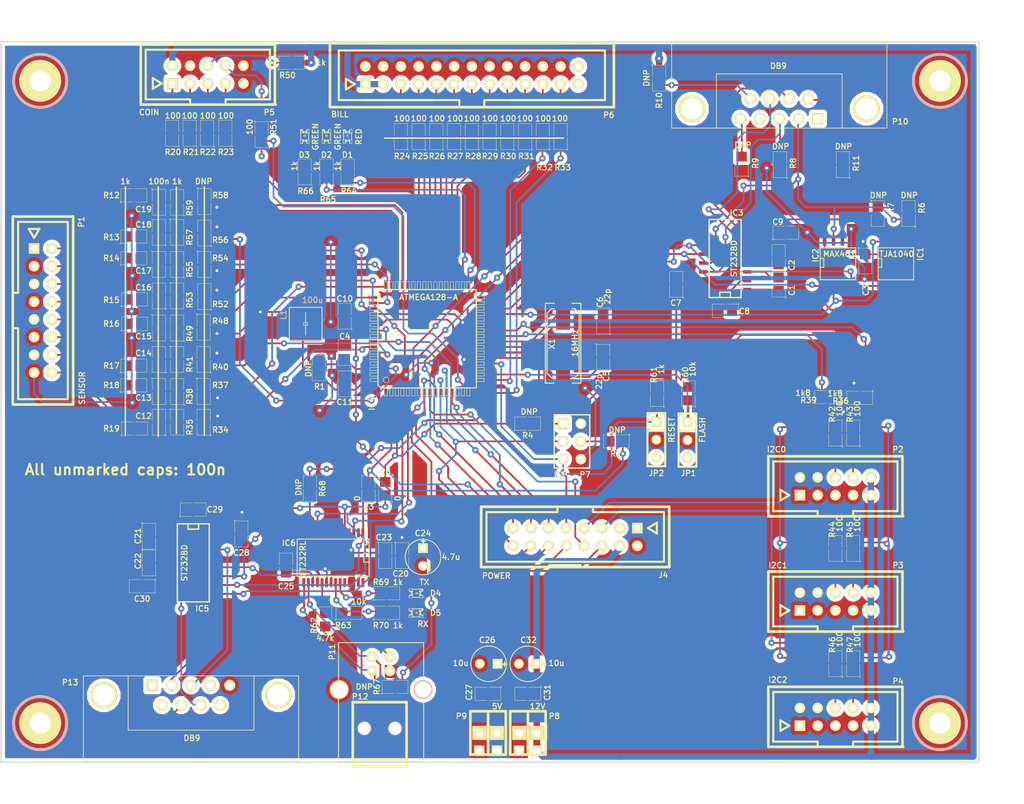
<source format=kicad_pcb>
(kicad_pcb (version 3) (host pcbnew "(25-Oct-2014 BZR 4029)-stable")
  (title_block (title "Matemat Control Board") (rev 4) (company "Chaostreff Basel"))
  (layers (15 F.Cu signal) (0 B.Cu signal) (18 B.Paste user) (19 F.Paste user) (20 B.SilkS user) (21 F.SilkS user) (22 B.Mask user) (23 F.Mask user) (28 Edge.Cuts user))
  (net 0 "")
  (net 1 +12V)
  (net 2 //RST)
  (net 3 /CAN_SLEEP)
  (net 4 /FLASH_EN)
  (net 5 "/JTAG TCK")
  (net 6 "/JTAG TDI")
  (net 7 "/JTAG TDO")
  (net 8 "/JTAG TMS")
  (net 9 "/LED A")
  (net 10 "/LED B")
  (net 11 "/LED C")
  (net 12 "/LED RX")
  (net 13 "/LED TX")
  (net 14 /MISO)
  (net 15 /MOSI)
  (net 16 /PDI)
  (net 17 /PDO)
  (net 18 /SCK)
  (net 19 /SCL)
  (net 20 /SDA)
  (net 21 /UART0_CTS)
  (net 22 /UART0_RTS)
  (net 23 /UART0_RX)
  (net 24 /UART0_TX)
  (net 25 /UART1_CTS)
  (net 26 /UART1_RTS)
  (net 27 /UART1_RX)
  (net 28 /UART1_TX)
  (net 29 /USBID)
  (net 30 /USB_SLEEP)
  (net 31 /analog_0)
  (net 32 /analog_1)
  (net 33 /analog_2)
  (net 34 /analog_3)
  (net 35 /bill_abn)
  (net 36 /bill_ack)
  (net 37 /bill_busy)
  (net 38 /bill_full)
  (net 39 /bill_inh)
  (net 40 /bill_rej)
  (net 41 /bill_valid)
  (net 42 /bill_vend1)
  (net 43 /bill_vend2)
  (net 44 /bill_vend3)
  (net 45 /coin_a)
  (net 46 /coin_b)
  (net 47 /coin_c)
  (net 48 /coin_d)
  (net 49 /coin_e)
  (net 50 /digital_0)
  (net 51 /digital_1)
  (net 52 /digital_2)
  (net 53 /digital_3)
  (net 54 /strobe)
  (net 55 /zero_cross)
  (net 56 GND)
  (net 57 N-000001)
  (net 58 N-00000115)
  (net 59 N-00000117)
  (net 60 N-00000119)
  (net 61 N-00000120)
  (net 62 N-00000121)
  (net 63 N-00000122)
  (net 64 N-00000127)
  (net 65 N-00000128)
  (net 66 N-00000129)
  (net 67 N-00000130)
  (net 68 N-00000131)
  (net 69 N-00000132)
  (net 70 N-00000133)
  (net 71 N-00000134)
  (net 72 N-00000135)
  (net 73 N-00000136)
  (net 74 N-00000137)
  (net 75 N-00000138)
  (net 76 N-00000139)
  (net 77 N-00000140)
  (net 78 N-00000141)
  (net 79 N-00000142)
  (net 80 N-00000143)
  (net 81 N-00000144)
  (net 82 N-0000022)
  (net 83 N-0000024)
  (net 84 N-0000030)
  (net 85 N-0000034)
  (net 86 N-0000035)
  (net 87 N-0000037)
  (net 88 N-0000038)
  (net 89 N-0000039)
  (net 90 N-000004)
  (net 91 N-0000040)
  (net 92 N-0000041)
  (net 93 N-0000042)
  (net 94 N-0000044)
  (net 95 N-0000046)
  (net 96 N-0000047)
  (net 97 N-0000048)
  (net 98 N-0000049)
  (net 99 N-0000050)
  (net 100 N-0000051)
  (net 101 N-0000052)
  (net 102 N-0000053)
  (net 103 N-0000054)
  (net 104 N-0000055)
  (net 105 N-0000056)
  (net 106 N-0000057)
  (net 107 N-0000058)
  (net 108 N-0000059)
  (net 109 N-0000060)
  (net 110 N-0000061)
  (net 111 N-0000062)
  (net 112 N-0000064)
  (net 113 N-0000065)
  (net 114 N-0000067)
  (net 115 N-000007)
  (net 116 N-0000070)
  (net 117 N-0000071)
  (net 118 N-0000072)
  (net 119 N-0000085)
  (net 120 N-0000086)
  (net 121 N-0000088)
  (net 122 N-0000091)
  (net 123 N-0000092)
  (net 124 N-0000093)
  (net 125 N-0000094)
  (net 126 N-0000095)
  (net 127 N-0000096)
  (net 128 VAA)
  (net 129 VCC)
  (module SO16N (layer F.Cu) (at 77.52 131.44 270)
    (fp_text reference IC5 (at 6.56 -1.28 360) (layer F.SilkS) (effects (font (size 0.8 0.8))))
    (fp_text value ST232BD (at 0 1.27 270) (layer F.SilkS) (effects (font (size 0.8 0.8))))
    (pad 16 smd rect (at -4.445 -3.175 270) (size 0.508 1.143) (layers F.Cu F.Paste F.Mask) (net 129 VCC))
    (pad 14 smd rect (at -1.905 -3.175 270) (size 0.508 1.143) (layers F.Cu F.Paste F.Mask) (net 107 N-0000058))
    (pad 13 smd rect (at -0.635 -3.175 270) (size 0.508 1.143) (layers F.Cu F.Paste F.Mask) (net 105 N-0000056))
    (pad 12 smd rect (at 0.635 -3.175 270) (size 0.508 1.143) (layers F.Cu F.Paste F.Mask) (net 23 /UART0_RX))
    (pad 11 smd rect (at 1.905 -3.175 270) (size 0.508 1.143) (layers F.Cu F.Paste F.Mask) (net 24 /UART0_TX))
    (pad 10 smd rect (at 3.175 -3.175 270) (size 0.508 1.143) (layers F.Cu F.Paste F.Mask) (net 21 /UART0_CTS))
    (pad 9 smd rect (at 4.445 -3.175 270) (size 0.508 1.143) (layers F.Cu F.Paste F.Mask) (net 22 /UART0_RTS))
    (pad 8 smd rect (at 4.445 3.175 270) (size 0.508 1.143) (layers F.Cu F.Paste F.Mask) (net 109 N-0000060))
    (pad 7 smd rect (at 3.175 3.175 270) (size 0.508 1.143) (layers F.Cu F.Paste F.Mask) (net 108 N-0000059))
    (pad 6 smd rect (at 1.905 3.175 270) (size 0.508 1.143) (layers F.Cu F.Paste F.Mask) (net 122 N-0000091))
    (pad 5 smd rect (at 0.635 3.175 270) (size 0.508 1.143) (layers F.Cu F.Paste F.Mask) (net 123 N-0000092))
    (pad 4 smd rect (at -0.635 3.175 270) (size 0.508 1.143) (layers F.Cu F.Paste F.Mask) (net 124 N-0000093))
    (pad 3 smd rect (at -1.905 3.175 270) (size 0.508 1.143) (layers F.Cu F.Paste F.Mask) (net 125 N-0000094))
    (pad 2 smd rect (at -3.175 3.175 270) (size 0.508 1.143) (layers F.Cu F.Paste F.Mask) (net 126 N-0000095))
    (pad 1 smd rect (at -4.445 3.175 270) (size 0.508 1.143) (layers F.Cu F.Paste F.Mask) (net 127 N-0000096))
    (pad 15 smd rect (at -3.175 -3.175 270) (size 0.508 1.143) (layers F.Cu F.Paste F.Mask) (net 56 GND))
  )
  (module pin_array_3x2 (layer F.Cu) (at 131.725 114.045 270)
    (fp_text reference P7 (at 4.755 -1.875 360) (layer F.SilkS) (effects (font (size 0.8 0.8))))
    (fp_text value ISP (at 4.755 1.625 360) (layer F.SilkS) (effects (font (size 0.8 0.8))))
    (pad 1 thru_hole rect (at -2.54 1.27 270) (size 1.524 1.524) (drill 1.016) (layers *.Cu *.Mask F.SilkS) (net 17 /PDO))
    (pad 2 thru_hole circle (at -2.54 -1.27 270) (size 1.524 1.524) (drill 1.016) (layers *.Cu *.Mask F.SilkS) (net 129 VCC))
    (pad 3 thru_hole circle (at 0 1.27 270) (size 1.524 1.524) (drill 1.016) (layers *.Cu *.Mask F.SilkS) (net 18 /SCK))
    (pad 4 thru_hole circle (at 0 -1.27 270) (size 1.524 1.524) (drill 1.016) (layers *.Cu *.Mask F.SilkS) (net 16 /PDI))
    (pad 5 thru_hole circle (at 2.54 1.27 270) (size 1.524 1.524) (drill 1.016) (layers *.Cu *.Mask F.SilkS) (net 2 //RST))
    (pad 6 thru_hole circle (at 2.54 -1.27 270) (size 1.524 1.524) (drill 1.016) (layers *.Cu *.Mask F.SilkS) (net 56 GND))
  )
  (module TROU3 (layer F.Cu) (at 55.6 154.4)
    (fp_text reference TP2 hide)
    (fp_text value 3mm hide)
    (pad 1 thru_hole circle (at 0 0) (size 5.99948 5.99948) (drill 2.99974) (layers *.Cu *.Mask F.SilkS) (net 56 GND))
  )
  (module TROU3 (layer F.Cu) (at 55.6 62.4)
    (fp_text reference TP3 hide)
    (fp_text value 3mm hide)
    (pad 1 thru_hole circle (at 0 0) (size 5.99948 5.99948) (drill 2.99974) (layers *.Cu *.Mask F.SilkS) (net 56 GND))
  )
  (module TROU3 (layer F.Cu) (at 184.4 62.4)
    (fp_text reference TP1 hide)
    (fp_text value 3mm hide)
    (pad 1 thru_hole circle (at 0 0) (size 5.99948 5.99948) (drill 2.99974) (layers *.Cu *.Mask F.SilkS) (net 56 GND))
  )
  (module TROU3 (layer F.Cu) (at 184.4 154.4)
    (fp_text reference TP4 hide)
    (fp_text value 3mm hide)
    (pad 1 thru_hole circle (at 0 0) (size 5.99948 5.99948) (drill 2.99974) (layers *.Cu *.Mask F.SilkS) (net 56 GND))
  )
  (module SO8N (layer F.Cu) (at 178.1 88.6)
    (fp_text reference IC1 (at 3.5 -1.4 90) (layer F.SilkS) (effects (font (size 0.8 0.8))))
    (fp_text value TJA1040 (at 0.1 -1.4) (layer F.SilkS) (effects (font (size 0.8 0.8))))
    (pad 8 smd rect (at -1.905 -3.175) (size 0.508 1.143) (layers F.Cu F.Paste F.Mask) (net 3 /CAN_SLEEP))
    (pad 7 smd rect (at -0.635 -3.175) (size 0.508 1.143) (layers F.Cu F.Paste F.Mask) (net 83 N-0000024))
    (pad 6 smd rect (at 0.635 -3.175) (size 0.508 1.143) (layers F.Cu F.Paste F.Mask) (net 116 N-0000070))
    (pad 5 smd rect (at 1.905 -3.175) (size 0.508 1.143) (layers F.Cu F.Paste F.Mask) (net 90 N-000004))
    (pad 4 smd rect (at 1.905 3.175) (size 0.508 1.143) (layers F.Cu F.Paste F.Mask) (net 27 /UART1_RX))
    (pad 3 smd rect (at 0.635 3.175) (size 0.508 1.143) (layers F.Cu F.Paste F.Mask) (net 129 VCC))
    (pad 2 smd rect (at -0.635 3.175) (size 0.508 1.143) (layers F.Cu F.Paste F.Mask) (net 56 GND))
    (pad 1 smd rect (at -1.905 3.175) (size 0.508 1.143) (layers F.Cu F.Paste F.Mask) (net 28 /UART1_TX))
  )
  (module SO8N (layer F.Cu) (at 169.8 88.6)
    (fp_text reference IC2 (at -3.2 -1.2 90) (layer F.SilkS) (effects (font (size 0.8 0.8))))
    (fp_text value MAX481 (at 0.2 -1.4) (layer F.SilkS) (effects (font (size 0.8 0.8))))
    (pad 8 smd rect (at -1.905 -3.175) (size 0.508 1.143) (layers F.Cu F.Paste F.Mask) (net 129 VCC))
    (pad 7 smd rect (at -0.635 -3.175) (size 0.508 1.143) (layers F.Cu F.Paste F.Mask) (net 116 N-0000070))
    (pad 6 smd rect (at 0.635 -3.175) (size 0.508 1.143) (layers F.Cu F.Paste F.Mask) (net 83 N-0000024))
    (pad 5 smd rect (at 1.905 -3.175) (size 0.508 1.143) (layers F.Cu F.Paste F.Mask) (net 56 GND))
    (pad 4 smd rect (at 1.905 3.175) (size 0.508 1.143) (layers F.Cu F.Paste F.Mask) (net 28 /UART1_TX))
    (pad 3 smd rect (at 0.635 3.175) (size 0.508 1.143) (layers F.Cu F.Paste F.Mask) (net 3 /CAN_SLEEP))
    (pad 2 smd rect (at -0.635 3.175) (size 0.508 1.143) (layers F.Cu F.Paste F.Mask) (net 3 /CAN_SLEEP))
    (pad 1 smd rect (at -1.905 3.175) (size 0.508 1.143) (layers F.Cu F.Paste F.Mask) (net 27 /UART1_RX))
  )
  (module SO16N (layer F.Cu) (at 153.65 87.85 90)
    (fp_text reference IC3 (at 6.55 1.65 180) (layer F.SilkS) (effects (font (size 0.8 0.8))))
    (fp_text value ST232BD (at 0 1.27 90) (layer F.SilkS) (effects (font (size 0.8 0.8))))
    (pad 16 smd rect (at -4.445 -3.175 90) (size 0.508 1.143) (layers F.Cu F.Paste F.Mask) (net 129 VCC))
    (pad 14 smd rect (at -1.905 -3.175 90) (size 0.508 1.143) (layers F.Cu F.Paste F.Mask) (net 117 N-0000071))
    (pad 13 smd rect (at -0.635 -3.175 90) (size 0.508 1.143) (layers F.Cu F.Paste F.Mask) (net 116 N-0000070))
    (pad 12 smd rect (at 0.635 -3.175 90) (size 0.508 1.143) (layers F.Cu F.Paste F.Mask) (net 27 /UART1_RX))
    (pad 11 smd rect (at 1.905 -3.175 90) (size 0.508 1.143) (layers F.Cu F.Paste F.Mask) (net 28 /UART1_TX))
    (pad 10 smd rect (at 3.175 -3.175 90) (size 0.508 1.143) (layers F.Cu F.Paste F.Mask) (net 25 /UART1_CTS))
    (pad 9 smd rect (at 4.445 -3.175 90) (size 0.508 1.143) (layers F.Cu F.Paste F.Mask) (net 26 /UART1_RTS))
    (pad 8 smd rect (at 4.445 3.175 90) (size 0.508 1.143) (layers F.Cu F.Paste F.Mask) (net 83 N-0000024))
    (pad 7 smd rect (at 3.175 3.175 90) (size 0.508 1.143) (layers F.Cu F.Paste F.Mask) (net 118 N-0000072))
    (pad 6 smd rect (at 1.905 3.175 90) (size 0.508 1.143) (layers F.Cu F.Paste F.Mask) (net 98 N-0000049))
    (pad 5 smd rect (at 0.635 3.175 90) (size 0.508 1.143) (layers F.Cu F.Paste F.Mask) (net 102 N-0000053))
    (pad 4 smd rect (at -0.635 3.175 90) (size 0.508 1.143) (layers F.Cu F.Paste F.Mask) (net 103 N-0000054))
    (pad 3 smd rect (at -1.905 3.175 90) (size 0.508 1.143) (layers F.Cu F.Paste F.Mask) (net 100 N-0000051))
    (pad 2 smd rect (at -3.175 3.175 90) (size 0.508 1.143) (layers F.Cu F.Paste F.Mask) (net 99 N-0000050))
    (pad 1 smd rect (at -4.445 3.175 90) (size 0.508 1.143) (layers F.Cu F.Paste F.Mask) (net 101 N-0000052))
    (pad 15 smd rect (at -3.175 -3.175 90) (size 0.508 1.143) (layers F.Cu F.Paste F.Mask) (net 56 GND))
  )
  (module SIL-3 (layer F.Cu) (at 143.8 113.8 270)
    (fp_text reference JP2 (at 4.8 0 360) (layer F.SilkS) (effects (font (size 0.8 0.8))))
    (fp_text value RESET (at -1.4 -2.2 270) (layer F.SilkS) (effects (font (size 0.8 0.8))))
    (pad 1 thru_hole rect (at -2.54 0 270) (size 1.397 1.397) (drill 0.8128) (layers *.Cu *.Mask F.SilkS) (net 2 //RST))
    (pad 2 thru_hole circle (at 0 0 270) (size 1.397 1.397) (drill 0.8128) (layers *.Cu *.Mask F.SilkS) (net 56 GND))
    (pad 3 thru_hole circle (at 2.54 0 270) (size 1.397 1.397) (drill 0.8128) (layers *.Cu *.Mask F.SilkS))
  )
  (module SIL-3 (layer F.Cu) (at 148.26 113.86 270)
    (fp_text reference JP1 (at 4.74 -0.14 360) (layer F.SilkS) (effects (font (size 0.8 0.8))))
    (fp_text value FLASH (at -1.46 -2.14 270) (layer F.SilkS) (effects (font (size 0.8 0.8))))
    (pad 1 thru_hole rect (at -2.54 0 270) (size 1.397 1.397) (drill 0.8128) (layers *.Cu *.Mask F.SilkS) (net 4 /FLASH_EN))
    (pad 2 thru_hole circle (at 0 0 270) (size 1.397 1.397) (drill 0.8128) (layers *.Cu *.Mask F.SilkS) (net 56 GND))
    (pad 3 thru_hole circle (at 2.54 0 270) (size 1.397 1.397) (drill 0.8128) (layers *.Cu *.Mask F.SilkS))
  )
  (module LED-0805 (layer F.Cu) (at 96.59 70.36 90)
    (fp_text reference D2 (at -2.64 0.01 180) (layer F.SilkS) (effects (font (size 0.8 0.8))))
    (fp_text value GREEN (at -0.04 1.61 90) (layer F.SilkS) (effects (font (size 0.8 0.8))))
    (pad 1 smd rect (at -1.04902 0 90) (size 1.19888 1.19888) (layers F.Cu F.Paste F.Mask) (net 84 N-0000030))
    (pad 2 smd rect (at 1.04902 0 90) (size 1.19888 1.19888) (layers F.Cu F.Paste F.Mask) (net 56 GND))
  )
  (module LED-0805 (layer F.Cu) (at 99.61 70.36 90)
    (fp_text reference D1 (at -2.64 -0.01 180) (layer F.SilkS) (effects (font (size 0.8 0.8))))
    (fp_text value RED (at -0.04 1.59 90) (layer F.SilkS) (effects (font (size 0.8 0.8))))
    (pad 1 smd rect (at -1.04902 0 90) (size 1.19888 1.19888) (layers F.Cu F.Paste F.Mask) (net 82 N-0000022))
    (pad 2 smd rect (at 1.04902 0 90) (size 1.19888 1.19888) (layers F.Cu F.Paste F.Mask) (net 56 GND))
  )
  (module LED-0805 (layer F.Cu) (at 93.47 70.36 90)
    (fp_text reference D3 (at -2.64 -0.07 180) (layer F.SilkS) (effects (font (size 0.8 0.8))))
    (fp_text value GREEN (at -0.04 1.53 90) (layer F.SilkS) (effects (font (size 0.8 0.8))))
    (pad 1 smd rect (at -1.04902 0 90) (size 1.19888 1.19888) (layers F.Cu F.Paste F.Mask) (net 94 N-0000044))
    (pad 2 smd rect (at 1.04902 0 90) (size 1.19888 1.19888) (layers F.Cu F.Paste F.Mask) (net 56 GND))
  )
  (module he10-16ds (layer F.Cu) (at 132.19 127.73 180)
    (fp_text reference J4 (at -12.61 -5.47 180) (layer F.SilkS) (effects (font (size 0.8 0.8))))
    (fp_text value POWER (at 11.29 -5.57 180) (layer F.SilkS) (effects (font (size 0.8 0.8))))
    (pad 1 thru_hole rect (at -8.89 1.27 180) (size 1.524 1.524) (drill 0.9144) (layers *.Cu *.Mask F.SilkS) (net 129 VCC))
    (pad 2 thru_hole circle (at -8.89 -1.27 180) (size 1.524 1.524) (drill 0.9144) (layers *.Cu *.Mask F.SilkS) (net 56 GND))
    (pad 3 thru_hole circle (at -6.35 1.27 180) (size 1.524 1.524) (drill 0.9144) (layers *.Cu *.Mask F.SilkS))
    (pad 4 thru_hole circle (at -6.35 -1.27 180) (size 1.524 1.524) (drill 0.9144) (layers *.Cu *.Mask F.SilkS) (net 1 +12V))
    (pad 5 thru_hole circle (at -3.81 1.27 180) (size 1.524 1.524) (drill 0.9144) (layers *.Cu *.Mask F.SilkS) (net 20 /SDA))
    (pad 6 thru_hole circle (at -3.81 -1.27 180) (size 1.524 1.524) (drill 0.9144) (layers *.Cu *.Mask F.SilkS) (net 18 /SCK))
    (pad 7 thru_hole circle (at -1.27 1.27 180) (size 1.524 1.524) (drill 0.9144) (layers *.Cu *.Mask F.SilkS) (net 19 /SCL))
    (pad 8 thru_hole circle (at -1.27 -1.27 180) (size 1.524 1.524) (drill 0.9144) (layers *.Cu *.Mask F.SilkS) (net 55 /zero_cross))
    (pad 9 thru_hole circle (at 1.27 1.27 180) (size 1.524 1.524) (drill 0.9144) (layers *.Cu *.Mask F.SilkS) (net 2 //RST))
    (pad 10 thru_hole circle (at 1.27 -1.27 180) (size 1.524 1.524) (drill 0.9144) (layers *.Cu *.Mask F.SilkS) (net 54 /strobe))
    (pad 11 thru_hole circle (at 3.81 1.27 180) (size 1.524 1.524) (drill 0.9144) (layers *.Cu *.Mask F.SilkS) (net 5 "/JTAG TCK"))
    (pad 12 thru_hole circle (at 3.81 -1.27 180) (size 1.524 1.524) (drill 0.9144) (layers *.Cu *.Mask F.SilkS) (net 8 "/JTAG TMS"))
    (pad 13 thru_hole circle (at 6.35 1.27 180) (size 1.524 1.524) (drill 0.9144) (layers *.Cu *.Mask F.SilkS) (net 15 /MOSI))
    (pad 14 thru_hole circle (at 6.35 -1.27 180) (size 1.524 1.524) (drill 0.9144) (layers *.Cu *.Mask F.SilkS) (net 6 "/JTAG TDI"))
    (pad 15 thru_hole circle (at 8.89 1.27 180) (size 1.524 1.524) (drill 0.9144) (layers *.Cu *.Mask F.SilkS) (net 14 /MISO))
    (pad 16 thru_hole circle (at 8.89 -1.27 180) (size 1.524 1.524) (drill 0.9144) (layers *.Cu *.Mask F.SilkS) (net 7 "/JTAG TDO"))
  )
  (module C1V5 (layer F.Cu) (at 119.8 145.9 180)
    (fp_text reference C26 (at 0.2 3.4 180) (layer F.SilkS) (effects (font (size 0.8 0.8))))
    (fp_text value 10u (at 4 0.1 180) (layer F.SilkS) (effects (font (size 0.8 0.8))))
    (fp_text user + (at -2.286 0 180) (layer F.SilkS) (effects (font (size 0.762 0.762) (thickness 0.2032))))
    (pad 1 thru_hole rect (at -1.27 0 180) (size 1.397 1.397) (drill 0.8128) (layers *.Cu *.Mask F.SilkS) (net 129 VCC))
    (pad 2 thru_hole circle (at 1.27 0 180) (size 1.397 1.397) (drill 0.8128) (layers *.Cu *.Mask F.SilkS) (net 56 GND))
  )
  (module wuerth_elektronik_v5-WE-PD2_S (layer F.Cu) (at 93.6 97.2 90)
    (fp_text reference L1 (at 1.27 -3.175 90) (layer B.SilkS) (effects (font (size 0.8 0.8))))
    (fp_text value 100u (at 3.4 1 180) (layer B.SilkS) (effects (font (size 0.8 0.8))))
    (pad 1 smd rect (at -1.62306 0 180) (size 4.49834 1.74752) (layers F.Cu F.Paste F.Mask) (net 128 VAA))
    (pad 2 smd rect (at 1.62306 0 180) (size 4.49834 1.74752) (layers F.Cu F.Paste F.Mask) (net 129 VCC))
  )
  (module Bornier_B2_Phoenix (layer F.Cu) (at 125.4 155.8)
    (fp_text reference P8 (at 3.8 -2.4) (layer F.SilkS) (effects (font (size 0.8 0.8))))
    (fp_text value 12V (at 1.4 -3.8) (layer F.SilkS) (effects (font (size 0.8 0.8))))
    (pad 2 thru_hole rect (at 1.29032 2.54254) (size 1.50114 1.50114) (drill 1.09982) (layers *.Cu *.Mask F.SilkS) (net 1 +12V))
    (pad 2 thru_hole rect (at 1.29032 0.00254) (size 1.99898 1.99898) (drill 1.09982) (layers *.Cu *.Mask F.SilkS) (net 1 +12V))
    (pad 1 thru_hole rect (at -1.24968 2.54) (size 1.50114 1.50114) (drill 1.09982) (layers *.Cu *.Mask F.SilkS) (net 56 GND))
    (pad 1 thru_hole rect (at -1.24968 0) (size 1.99898 1.99898) (drill 1.09982) (layers *.Cu *.Mask F.SilkS) (net 56 GND))
  )
  (module HE10_26DS (layer F.Cu) (at 117.4 61.6)
    (fp_text reference P6 (at 19.6 5.7) (layer F.SilkS) (effects (font (size 0.8 0.8))))
    (fp_text value BILL (at -18.9 5.6) (layer F.SilkS) (effects (font (size 0.8 0.8))))
    (pad 20 thru_hole circle (at 7.62 -1.27) (size 1.524 1.524) (drill 0.9144) (layers *.Cu *.Mask F.SilkS) (net 56 GND))
    (pad 19 thru_hole circle (at 7.62 1.27) (size 1.524 1.524) (drill 0.9144) (layers *.Cu *.Mask F.SilkS) (net 73 N-00000136))
    (pad 26 thru_hole circle (at 15.24 -1.27) (size 1.524 1.524) (drill 0.9144) (layers *.Cu *.Mask F.SilkS))
    (pad 25 thru_hole circle (at 15.24 1.27) (size 1.524 1.524) (drill 0.9144) (layers *.Cu *.Mask F.SilkS))
    (pad 24 thru_hole circle (at 12.7 -1.27) (size 1.524 1.524) (drill 0.9144) (layers *.Cu *.Mask F.SilkS) (net 56 GND))
    (pad 23 thru_hole circle (at 12.7 1.27) (size 1.524 1.524) (drill 0.9144) (layers *.Cu *.Mask F.SilkS) (net 81 N-00000144))
    (pad 1 thru_hole rect (at -15.24 1.27) (size 1.524 1.524) (drill 0.9144) (layers *.Cu *.Mask F.SilkS) (net 1 +12V))
    (pad 2 thru_hole circle (at -15.24 -1.27) (size 1.524 1.524) (drill 0.9144) (layers *.Cu *.Mask F.SilkS) (net 56 GND))
    (pad 3 thru_hole circle (at -12.7 1.27) (size 1.524 1.524) (drill 0.9144) (layers *.Cu *.Mask F.SilkS) (net 1 +12V))
    (pad 4 thru_hole circle (at -12.7 -1.27) (size 1.524 1.524) (drill 0.9144) (layers *.Cu *.Mask F.SilkS) (net 56 GND))
    (pad 5 thru_hole circle (at -10.16 1.27) (size 1.524 1.524) (drill 0.9144) (layers *.Cu *.Mask F.SilkS) (net 80 N-00000143))
    (pad 6 thru_hole circle (at -10.16 -1.27) (size 1.524 1.524) (drill 0.9144) (layers *.Cu *.Mask F.SilkS) (net 56 GND))
    (pad 7 thru_hole circle (at -7.62 1.27) (size 1.524 1.524) (drill 0.9144) (layers *.Cu *.Mask F.SilkS) (net 79 N-00000142))
    (pad 8 thru_hole circle (at -7.62 -1.27) (size 1.524 1.524) (drill 0.9144) (layers *.Cu *.Mask F.SilkS) (net 56 GND))
    (pad 9 thru_hole circle (at -5.08 1.27) (size 1.524 1.524) (drill 0.9144) (layers *.Cu *.Mask F.SilkS) (net 78 N-00000141))
    (pad 10 thru_hole circle (at -5.08 -1.27) (size 1.524 1.524) (drill 0.9144) (layers *.Cu *.Mask F.SilkS) (net 56 GND))
    (pad 11 thru_hole circle (at -2.54 1.27) (size 1.524 1.524) (drill 0.9144) (layers *.Cu *.Mask F.SilkS) (net 72 N-00000135))
    (pad 12 thru_hole circle (at -2.54 -1.27) (size 1.524 1.524) (drill 0.9144) (layers *.Cu *.Mask F.SilkS) (net 56 GND))
    (pad 13 thru_hole circle (at 0 1.27) (size 1.524 1.524) (drill 0.9144) (layers *.Cu *.Mask F.SilkS) (net 76 N-00000139))
    (pad 14 thru_hole circle (at 0 -1.27) (size 1.524 1.524) (drill 0.9144) (layers *.Cu *.Mask F.SilkS) (net 56 GND))
    (pad 15 thru_hole circle (at 2.54 1.27) (size 1.524 1.524) (drill 0.9144) (layers *.Cu *.Mask F.SilkS) (net 75 N-00000138))
    (pad 16 thru_hole circle (at 2.54 -1.27) (size 1.524 1.524) (drill 0.9144) (layers *.Cu *.Mask F.SilkS) (net 56 GND))
    (pad 17 thru_hole circle (at 5.08 1.27) (size 1.524 1.524) (drill 0.9144) (layers *.Cu *.Mask F.SilkS) (net 74 N-00000137))
    (pad 18 thru_hole circle (at 5.08 -1.27) (size 1.524 1.524) (drill 0.9144) (layers *.Cu *.Mask F.SilkS) (net 56 GND))
    (pad 21 thru_hole circle (at 10.16 1.27) (size 1.524 1.524) (drill 0.9144) (layers *.Cu *.Mask F.SilkS) (net 77 N-00000140))
    (pad 22 thru_hole circle (at 10.16 -1.27) (size 1.524 1.524) (drill 0.9144) (layers *.Cu *.Mask F.SilkS) (net 56 GND))
  )
  (module he10-16ds (layer F.Cu) (at 56 95.3 270)
    (fp_text reference P1 (at -12.7 -5.5 270) (layer F.SilkS) (effects (font (size 0.8 0.8))))
    (fp_text value SENSOR (at 11.1 -5.6 270) (layer F.SilkS) (effects (font (size 0.8 0.8))))
    (pad 1 thru_hole rect (at -8.89 1.27 270) (size 1.524 1.524) (drill 0.9144) (layers *.Cu *.Mask F.SilkS) (net 129 VCC))
    (pad 2 thru_hole circle (at -8.89 -1.27 270) (size 1.524 1.524) (drill 0.9144) (layers *.Cu *.Mask F.SilkS) (net 70 N-00000133))
    (pad 3 thru_hole circle (at -6.35 1.27 270) (size 1.524 1.524) (drill 0.9144) (layers *.Cu *.Mask F.SilkS) (net 56 GND))
    (pad 4 thru_hole circle (at -6.35 -1.27 270) (size 1.524 1.524) (drill 0.9144) (layers *.Cu *.Mask F.SilkS) (net 64 N-00000127))
    (pad 5 thru_hole circle (at -3.81 1.27 270) (size 1.524 1.524) (drill 0.9144) (layers *.Cu *.Mask F.SilkS) (net 129 VCC))
    (pad 6 thru_hole circle (at -3.81 -1.27 270) (size 1.524 1.524) (drill 0.9144) (layers *.Cu *.Mask F.SilkS) (net 68 N-00000131))
    (pad 7 thru_hole circle (at -1.27 1.27 270) (size 1.524 1.524) (drill 0.9144) (layers *.Cu *.Mask F.SilkS) (net 56 GND))
    (pad 8 thru_hole circle (at -1.27 -1.27 270) (size 1.524 1.524) (drill 0.9144) (layers *.Cu *.Mask F.SilkS) (net 67 N-00000130))
    (pad 9 thru_hole circle (at 1.27 1.27 270) (size 1.524 1.524) (drill 0.9144) (layers *.Cu *.Mask F.SilkS) (net 129 VCC))
    (pad 10 thru_hole circle (at 1.27 -1.27 270) (size 1.524 1.524) (drill 0.9144) (layers *.Cu *.Mask F.SilkS) (net 66 N-00000129))
    (pad 11 thru_hole circle (at 3.81 1.27 270) (size 1.524 1.524) (drill 0.9144) (layers *.Cu *.Mask F.SilkS) (net 56 GND))
    (pad 12 thru_hole circle (at 3.81 -1.27 270) (size 1.524 1.524) (drill 0.9144) (layers *.Cu *.Mask F.SilkS) (net 65 N-00000128))
    (pad 13 thru_hole circle (at 6.35 1.27 270) (size 1.524 1.524) (drill 0.9144) (layers *.Cu *.Mask F.SilkS) (net 129 VCC))
    (pad 14 thru_hole circle (at 6.35 -1.27 270) (size 1.524 1.524) (drill 0.9144) (layers *.Cu *.Mask F.SilkS) (net 69 N-00000132))
    (pad 15 thru_hole circle (at 8.89 1.27 270) (size 1.524 1.524) (drill 0.9144) (layers *.Cu *.Mask F.SilkS) (net 56 GND))
    (pad 16 thru_hole circle (at 8.89 -1.27 270) (size 1.524 1.524) (drill 0.9144) (layers *.Cu *.Mask F.SilkS) (net 71 N-00000134))
  )
  (module he10-10ds (layer F.Cu) (at 169.435 120.475)
    (fp_text reference P2 (at 8.965 -5.275) (layer F.SilkS) (effects (font (size 0.8 0.8))))
    (fp_text value I2C0 (at -8.435 -5.275) (layer F.SilkS) (effects (font (size 0.8 0.8))))
    (pad 1 thru_hole rect (at -5.08 1.27) (size 1.524 1.524) (drill 0.9144) (layers *.Cu *.Mask F.SilkS) (net 56 GND))
    (pad 2 thru_hole circle (at -5.08 -1.27) (size 1.524 1.524) (drill 0.9144) (layers *.Cu *.Mask F.SilkS) (net 129 VCC))
    (pad 3 thru_hole circle (at -2.54 1.27) (size 1.524 1.524) (drill 0.9144) (layers *.Cu *.Mask F.SilkS) (net 56 GND))
    (pad 4 thru_hole circle (at -2.54 -1.27) (size 1.524 1.524) (drill 0.9144) (layers *.Cu *.Mask F.SilkS) (net 129 VCC))
    (pad 5 thru_hole circle (at 0 1.27) (size 1.524 1.524) (drill 0.9144) (layers *.Cu *.Mask F.SilkS) (net 56 GND))
    (pad 6 thru_hole circle (at 0 -1.27) (size 1.524 1.524) (drill 0.9144) (layers *.Cu *.Mask F.SilkS) (net 63 N-00000122))
    (pad 7 thru_hole circle (at 2.54 1.27) (size 1.524 1.524) (drill 0.9144) (layers *.Cu *.Mask F.SilkS) (net 56 GND))
    (pad 8 thru_hole circle (at 2.54 -1.27) (size 1.524 1.524) (drill 0.9144) (layers *.Cu *.Mask F.SilkS) (net 62 N-00000121))
    (pad 9 thru_hole circle (at 5.08 1.27) (size 1.524 1.524) (drill 0.9144) (layers *.Cu *.Mask F.SilkS) (net 1 +12V))
    (pad 10 thru_hole circle (at 5.08 -1.27) (size 1.524 1.524) (drill 0.9144) (layers *.Cu *.Mask F.SilkS) (net 1 +12V))
  )
  (module he10-10ds (layer F.Cu) (at 169.435 136.985)
    (fp_text reference P3 (at 8.965 -5.185) (layer F.SilkS) (effects (font (size 0.8 0.8))))
    (fp_text value I2C1 (at -8.235 -5.185) (layer F.SilkS) (effects (font (size 0.8 0.8))))
    (pad 1 thru_hole rect (at -5.08 1.27) (size 1.524 1.524) (drill 0.9144) (layers *.Cu *.Mask F.SilkS) (net 56 GND))
    (pad 2 thru_hole circle (at -5.08 -1.27) (size 1.524 1.524) (drill 0.9144) (layers *.Cu *.Mask F.SilkS) (net 129 VCC))
    (pad 3 thru_hole circle (at -2.54 1.27) (size 1.524 1.524) (drill 0.9144) (layers *.Cu *.Mask F.SilkS) (net 56 GND))
    (pad 4 thru_hole circle (at -2.54 -1.27) (size 1.524 1.524) (drill 0.9144) (layers *.Cu *.Mask F.SilkS) (net 129 VCC))
    (pad 5 thru_hole circle (at 0 1.27) (size 1.524 1.524) (drill 0.9144) (layers *.Cu *.Mask F.SilkS) (net 56 GND))
    (pad 6 thru_hole circle (at 0 -1.27) (size 1.524 1.524) (drill 0.9144) (layers *.Cu *.Mask F.SilkS) (net 58 N-00000115))
    (pad 7 thru_hole circle (at 2.54 1.27) (size 1.524 1.524) (drill 0.9144) (layers *.Cu *.Mask F.SilkS) (net 56 GND))
    (pad 8 thru_hole circle (at 2.54 -1.27) (size 1.524 1.524) (drill 0.9144) (layers *.Cu *.Mask F.SilkS) (net 61 N-00000120))
    (pad 9 thru_hole circle (at 5.08 1.27) (size 1.524 1.524) (drill 0.9144) (layers *.Cu *.Mask F.SilkS) (net 1 +12V))
    (pad 10 thru_hole circle (at 5.08 -1.27) (size 1.524 1.524) (drill 0.9144) (layers *.Cu *.Mask F.SilkS) (net 1 +12V))
  )
  (module he10-10ds (layer F.Cu) (at 169.435 153.495)
    (fp_text reference P4 (at 8.965 -5.095) (layer F.SilkS) (effects (font (size 0.8 0.8))))
    (fp_text value I2C2 (at -8.235 -5.295) (layer F.SilkS) (effects (font (size 0.8 0.8))))
    (pad 1 thru_hole rect (at -5.08 1.27) (size 1.524 1.524) (drill 0.9144) (layers *.Cu *.Mask F.SilkS) (net 56 GND))
    (pad 2 thru_hole circle (at -5.08 -1.27) (size 1.524 1.524) (drill 0.9144) (layers *.Cu *.Mask F.SilkS) (net 129 VCC))
    (pad 3 thru_hole circle (at -2.54 1.27) (size 1.524 1.524) (drill 0.9144) (layers *.Cu *.Mask F.SilkS) (net 56 GND))
    (pad 4 thru_hole circle (at -2.54 -1.27) (size 1.524 1.524) (drill 0.9144) (layers *.Cu *.Mask F.SilkS) (net 129 VCC))
    (pad 5 thru_hole circle (at 0 1.27) (size 1.524 1.524) (drill 0.9144) (layers *.Cu *.Mask F.SilkS) (net 56 GND))
    (pad 6 thru_hole circle (at 0 -1.27) (size 1.524 1.524) (drill 0.9144) (layers *.Cu *.Mask F.SilkS) (net 60 N-00000119))
    (pad 7 thru_hole circle (at 2.54 1.27) (size 1.524 1.524) (drill 0.9144) (layers *.Cu *.Mask F.SilkS) (net 56 GND))
    (pad 8 thru_hole circle (at 2.54 -1.27) (size 1.524 1.524) (drill 0.9144) (layers *.Cu *.Mask F.SilkS) (net 59 N-00000117))
    (pad 9 thru_hole circle (at 5.08 1.27) (size 1.524 1.524) (drill 0.9144) (layers *.Cu *.Mask F.SilkS) (net 1 +12V))
    (pad 10 thru_hole circle (at 5.08 -1.27) (size 1.524 1.524) (drill 0.9144) (layers *.Cu *.Mask F.SilkS) (net 1 +12V))
  )
  (module he10-10ds (layer F.Cu) (at 79.6 61.5)
    (fp_text reference P5 (at 8.8 5.4) (layer F.SilkS) (effects (font (size 0.8 0.8))))
    (fp_text value COIN (at -8.4 5.4) (layer F.SilkS) (effects (font (size 0.8 0.8))))
    (pad 1 thru_hole rect (at -5.08 1.27) (size 1.524 1.524) (drill 0.9144) (layers *.Cu *.Mask F.SilkS) (net 93 N-0000042))
    (pad 2 thru_hole circle (at -5.08 -1.27) (size 1.524 1.524) (drill 0.9144) (layers *.Cu *.Mask F.SilkS) (net 1 +12V))
    (pad 3 thru_hole circle (at -2.54 1.27) (size 1.524 1.524) (drill 0.9144) (layers *.Cu *.Mask F.SilkS) (net 92 N-0000041))
    (pad 4 thru_hole circle (at -2.54 -1.27) (size 1.524 1.524) (drill 0.9144) (layers *.Cu *.Mask F.SilkS) (net 56 GND))
    (pad 5 thru_hole circle (at 0 1.27) (size 1.524 1.524) (drill 0.9144) (layers *.Cu *.Mask F.SilkS) (net 91 N-0000040))
    (pad 6 thru_hole circle (at 0 -1.27) (size 1.524 1.524) (drill 0.9144) (layers *.Cu *.Mask F.SilkS) (net 89 N-0000039))
    (pad 7 thru_hole circle (at 2.54 1.27) (size 1.524 1.524) (drill 0.9144) (layers *.Cu *.Mask F.SilkS) (net 88 N-0000038))
    (pad 8 thru_hole circle (at 2.54 -1.27) (size 1.524 1.524) (drill 0.9144) (layers *.Cu *.Mask F.SilkS) (net 87 N-0000037))
    (pad 9 thru_hole circle (at 5.08 1.27) (size 1.524 1.524) (drill 0.9144) (layers *.Cu *.Mask F.SilkS) (net 56 GND))
    (pad 10 thru_hole circle (at 5.08 -1.27) (size 1.524 1.524) (drill 0.9144) (layers *.Cu *.Mask F.SilkS) (net 56 GND))
  )
  (module C1V5 (layer F.Cu) (at 125.4 145.9 180)
    (fp_text reference C32 (at -0.1 3.4 180) (layer F.SilkS) (effects (font (size 0.8 0.8))))
    (fp_text value 10u (at -4.1 0.1 180) (layer F.SilkS) (effects (font (size 0.8 0.8))))
    (fp_text user + (at -2.286 0 180) (layer F.SilkS) (effects (font (size 0.762 0.762) (thickness 0.2032))))
    (pad 1 thru_hole rect (at -1.27 0 180) (size 1.397 1.397) (drill 0.8128) (layers *.Cu *.Mask F.SilkS) (net 1 +12V))
    (pad 2 thru_hole circle (at 1.27 0 180) (size 1.397 1.397) (drill 0.8128) (layers *.Cu *.Mask F.SilkS) (net 56 GND))
  )
  (module Bornier_B2_Phoenix (layer F.Cu) (at 119.7 155.8)
    (fp_text reference P9 (at -3.8 -2.4) (layer F.SilkS) (effects (font (size 0.8 0.8))))
    (fp_text value 5V (at 1.3 -3.8) (layer F.SilkS) (effects (font (size 0.8 0.8))))
    (pad 2 thru_hole rect (at 1.29032 2.54254) (size 1.50114 1.50114) (drill 1.09982) (layers *.Cu *.Mask F.SilkS) (net 129 VCC))
    (pad 2 thru_hole rect (at 1.29032 0.00254) (size 1.99898 1.99898) (drill 1.09982) (layers *.Cu *.Mask F.SilkS) (net 129 VCC))
    (pad 1 thru_hole rect (at -1.24968 2.54) (size 1.50114 1.50114) (drill 1.09982) (layers *.Cu *.Mask F.SilkS) (net 56 GND))
    (pad 1 thru_hole rect (at -1.24968 0) (size 1.99898 1.99898) (drill 1.09982) (layers *.Cu *.Mask F.SilkS) (net 56 GND))
  )
  (module LED-0805 (layer F.Cu) (at 109.4 135.8)
    (fp_text reference D4 (at 2.8 0) (layer F.SilkS) (effects (font (size 0.8 0.8))))
    (fp_text value TX (at 1.2 -1.6) (layer F.SilkS) (effects (font (size 0.8 0.8))))
    (pad 1 smd rect (at -1.04902 0) (size 1.19888 1.19888) (layers F.Cu F.Paste F.Mask) (net 112 N-0000064))
    (pad 2 smd rect (at 1.04902 0) (size 1.19888 1.19888) (layers F.Cu F.Paste F.Mask) (net 56 GND))
  )
  (module LED-0805 (layer F.Cu) (at 109.4 138.6)
    (fp_text reference D5 (at 2.8 0) (layer F.SilkS) (effects (font (size 0.8 0.8))))
    (fp_text value RX (at 1 1.6) (layer F.SilkS) (effects (font (size 0.8 0.8))))
    (pad 1 smd rect (at -1.04902 0) (size 1.19888 1.19888) (layers F.Cu F.Paste F.Mask) (net 110 N-0000061))
    (pad 2 smd rect (at 1.04902 0) (size 1.19888 1.19888) (layers F.Cu F.Paste F.Mask) (net 56 GND))
  )
  (module C1V5 (layer F.Cu) (at 110.4 130.6 270)
    (fp_text reference C24 (at -3.4 0 360) (layer F.SilkS) (effects (font (size 0.8 0.8))))
    (fp_text value 4.7u (at 0 -4 360) (layer F.SilkS) (effects (font (size 0.8 0.8))))
    (fp_text user + (at -2.286 0 270) (layer F.SilkS) (effects (font (size 0.762 0.762) (thickness 0.2032))))
    (pad 1 thru_hole rect (at -1.27 0 270) (size 1.397 1.397) (drill 0.8128) (layers *.Cu *.Mask F.SilkS) (net 129 VCC))
    (pad 2 thru_hole circle (at 1.27 0 270) (size 1.397 1.397) (drill 0.8128) (layers *.Cu *.Mask F.SilkS) (net 56 GND))
  )
  (module SSOP28 (layer F.Cu) (at 97.6 130.7 180)
    (fp_text reference IC6 (at 6.4 2.1 180) (layer F.SilkS) (effects (font (size 0.8 0.8))))
    (fp_text value FT232RL (at 4.4 -0.1 270) (layer F.SilkS) (effects (font (size 0.8 0.8))))
    (pad 1 smd rect (at -4.191 3.556 180) (size 0.4064 1.27) (layers F.Cu F.Paste F.Mask) (net 23 /UART0_RX))
    (pad 2 smd rect (at -3.556 3.556 180) (size 0.4064 1.27) (layers F.Cu F.Paste F.Mask))
    (pad 3 smd rect (at -2.8956 3.556 180) (size 0.4064 1.27) (layers F.Cu F.Paste F.Mask) (net 22 /UART0_RTS))
    (pad 4 smd rect (at -2.2352 3.556 180) (size 0.4064 1.27) (layers F.Cu F.Paste F.Mask) (net 129 VCC))
    (pad 5 smd rect (at -1.6002 3.556 180) (size 0.4064 1.27) (layers F.Cu F.Paste F.Mask) (net 24 /UART0_TX))
    (pad 6 smd rect (at -0.9398 3.556 180) (size 0.4064 1.27) (layers F.Cu F.Paste F.Mask))
    (pad 7 smd rect (at -0.2794 3.556 180) (size 0.4064 1.27) (layers F.Cu F.Paste F.Mask) (net 56 GND))
    (pad 8 smd rect (at 0.3556 3.556 180) (size 0.4064 1.27) (layers F.Cu F.Paste F.Mask))
    (pad 9 smd rect (at 1.016 3.556 180) (size 0.4064 1.27) (layers F.Cu F.Paste F.Mask))
    (pad 10 smd rect (at 1.651 3.556 180) (size 0.4064 1.27) (layers F.Cu F.Paste F.Mask))
    (pad 11 smd rect (at 2.3114 3.556 180) (size 0.4064 1.27) (layers F.Cu F.Paste F.Mask) (net 21 /UART0_CTS))
    (pad 12 smd rect (at 2.9718 3.556 180) (size 0.4064 1.27) (layers F.Cu F.Paste F.Mask) (net 86 N-0000035))
    (pad 13 smd rect (at 3.6068 3.556 180) (size 0.4064 1.27) (layers F.Cu F.Paste F.Mask))
    (pad 14 smd rect (at 4.2672 3.556 180) (size 0.4064 1.27) (layers F.Cu F.Paste F.Mask))
    (pad 15 smd rect (at 4.2672 -3.556 180) (size 0.4064 1.27) (layers F.Cu F.Paste F.Mask) (net 111 N-0000062))
    (pad 16 smd rect (at 3.6068 -3.556 180) (size 0.4064 1.27) (layers F.Cu F.Paste F.Mask) (net 113 N-0000065))
    (pad 17 smd rect (at 2.9972 -3.556 180) (size 0.4064 1.27) (layers F.Cu F.Paste F.Mask) (net 121 N-0000088))
    (pad 18 smd rect (at 2.3114 -3.556 180) (size 0.4064 1.27) (layers F.Cu F.Paste F.Mask) (net 56 GND))
    (pad 19 smd rect (at 1.651 -3.556 180) (size 0.4064 1.27) (layers F.Cu F.Paste F.Mask) (net 104 N-0000055))
    (pad 20 smd rect (at 1.016 -3.556 180) (size 0.4064 1.27) (layers F.Cu F.Paste F.Mask) (net 129 VCC))
    (pad 21 smd rect (at 0.3556 -3.556 180) (size 0.4064 1.27) (layers F.Cu F.Paste F.Mask) (net 56 GND))
    (pad 22 smd rect (at -0.2794 -3.556 180) (size 0.4064 1.27) (layers F.Cu F.Paste F.Mask) (net 12 "/LED RX"))
    (pad 23 smd rect (at -0.9398 -3.556 180) (size 0.4064 1.27) (layers F.Cu F.Paste F.Mask) (net 13 "/LED TX"))
    (pad 24 smd rect (at -1.6002 -3.556 180) (size 0.4064 1.27) (layers F.Cu F.Paste F.Mask))
    (pad 25 smd rect (at -2.2352 -3.556 180) (size 0.4064 1.27) (layers F.Cu F.Paste F.Mask) (net 56 GND))
    (pad 26 smd rect (at -2.8956 -3.556 180) (size 0.4064 1.27) (layers F.Cu F.Paste F.Mask) (net 56 GND))
    (pad 27 smd rect (at -3.556 -3.556 180) (size 0.4064 1.27) (layers F.Cu F.Paste F.Mask))
    (pad 28 smd rect (at -4.191 -3.556 180) (size 0.4064 1.27) (layers F.Cu F.Paste F.Mask))
  )
  (module Q_49U3HMS (layer F.Cu) (at 130.46 99.98 90)
    (fp_text reference X1 (at -0.1 -1.6 90) (layer F.SilkS) (effects (font (size 0.8 0.8))))
    (fp_text value 16MHz (at 0 1.7 90) (layer F.SilkS) (effects (font (size 0.8 0.8))))
    (pad 1 smd rect (at -4.699 0 90) (size 5.4991 1.99898) (layers F.Cu F.Paste F.Mask) (net 120 N-0000086))
    (pad 2 smd rect (at 4.699 0 90) (size 5.4991 1.99898) (layers F.Cu F.Paste F.Mask) (net 119 N-0000085))
  )
  (module TQFP64 (layer F.Cu) (at 110.995 99.345 90)
    (fp_text reference IC4 (at -9.3 -7.9 90) (layer F.SilkS) (effects (font (size 0.8 0.8))))
    (fp_text value ATMEGA128-A (at 5.945 0.205 180) (layer F.SilkS) (effects (font (size 0.8 0.8))))
    (pad 1 smd rect (at -7.7597 -5.9055 90) (size 1.1938 0.5588) (layers F.Cu F.Paste F.Mask))
    (pad 2 smd rect (at -7.7597 -5.1181 90) (size 1.1938 0.5588) (layers F.Cu F.Paste F.Mask) (net 115 N-000007))
    (pad 3 smd rect (at -7.7597 -4.3307 90) (size 1.1938 0.5588) (layers F.Cu F.Paste F.Mask) (net 57 N-000001))
    (pad 4 smd rect (at -7.7597 -3.5433 90) (size 1.1938 0.5588) (layers F.Cu F.Paste F.Mask) (net 22 /UART0_RTS))
    (pad 5 smd rect (at -7.7597 -2.7559 90) (size 1.1938 0.5588) (layers F.Cu F.Paste F.Mask) (net 21 /UART0_CTS))
    (pad 6 smd rect (at -7.7597 -1.9685 90) (size 1.1938 0.5588) (layers F.Cu F.Paste F.Mask) (net 26 /UART1_RTS))
    (pad 7 smd rect (at -7.7597 -1.1811 90) (size 1.1938 0.5588) (layers F.Cu F.Paste F.Mask) (net 25 /UART1_CTS))
    (pad 8 smd rect (at -7.7597 -0.3937 90) (size 1.1938 0.5588) (layers F.Cu F.Paste F.Mask) (net 54 /strobe))
    (pad 9 smd rect (at -7.7597 0.3937 90) (size 1.1938 0.5588) (layers F.Cu F.Paste F.Mask) (net 55 /zero_cross))
    (pad 10 smd rect (at -7.7597 1.1811 90) (size 1.1938 0.5588) (layers F.Cu F.Paste F.Mask) (net 29 /USBID))
    (pad 11 smd rect (at -7.7597 1.9685 90) (size 1.1938 0.5588) (layers F.Cu F.Paste F.Mask) (net 18 /SCK))
    (pad 12 smd rect (at -7.7597 2.7559 90) (size 1.1938 0.5588) (layers F.Cu F.Paste F.Mask) (net 15 /MOSI))
    (pad 13 smd rect (at -7.7597 3.5433 90) (size 1.1938 0.5588) (layers F.Cu F.Paste F.Mask) (net 14 /MISO))
    (pad 14 smd rect (at -7.7597 4.3307 90) (size 1.1938 0.5588) (layers F.Cu F.Paste F.Mask) (net 30 /USB_SLEEP))
    (pad 15 smd rect (at -7.7597 5.1181 90) (size 1.1938 0.5588) (layers F.Cu F.Paste F.Mask) (net 49 /coin_e))
    (pad 16 smd rect (at -7.7597 5.9055 90) (size 1.1938 0.5588) (layers F.Cu F.Paste F.Mask) (net 38 /bill_full))
    (pad 17 smd rect (at -5.9055 7.7597 90) (size 0.5588 1.1938) (layers F.Cu F.Paste F.Mask) (net 41 /bill_valid))
    (pad 18 smd rect (at -5.1181 7.7597 90) (size 0.5588 1.1938) (layers F.Cu F.Paste F.Mask) (net 4 /FLASH_EN))
    (pad 19 smd rect (at -4.3307 7.7597 90) (size 0.5588 1.1938) (layers F.Cu F.Paste F.Mask))
    (pad 20 smd rect (at -3.5433 7.7597 90) (size 0.5588 1.1938) (layers F.Cu F.Paste F.Mask) (net 2 //RST))
    (pad 21 smd rect (at -2.7559 7.7597 90) (size 0.5588 1.1938) (layers F.Cu F.Paste F.Mask) (net 129 VCC))
    (pad 22 smd rect (at -1.9685 7.7597 90) (size 0.5588 1.1938) (layers F.Cu F.Paste F.Mask) (net 56 GND))
    (pad 23 smd rect (at -1.1811 7.7597 90) (size 0.5588 1.1938) (layers F.Cu F.Paste F.Mask) (net 120 N-0000086))
    (pad 24 smd rect (at -0.3937 7.7597 90) (size 0.5588 1.1938) (layers F.Cu F.Paste F.Mask) (net 119 N-0000085))
    (pad 25 smd rect (at 0.3937 7.7597 90) (size 0.5588 1.1938) (layers F.Cu F.Paste F.Mask) (net 19 /SCL))
    (pad 26 smd rect (at 1.1811 7.7597 90) (size 0.5588 1.1938) (layers F.Cu F.Paste F.Mask) (net 20 /SDA))
    (pad 27 smd rect (at 1.9685 7.7597 90) (size 0.5588 1.1938) (layers F.Cu F.Paste F.Mask) (net 27 /UART1_RX))
    (pad 28 smd rect (at 2.7559 7.7597 90) (size 0.5588 1.1938) (layers F.Cu F.Paste F.Mask) (net 28 /UART1_TX))
    (pad 29 smd rect (at 3.5433 7.7597 90) (size 0.5588 1.1938) (layers F.Cu F.Paste F.Mask) (net 3 /CAN_SLEEP))
    (pad 30 smd rect (at 4.3307 7.7597 90) (size 0.5588 1.1938) (layers F.Cu F.Paste F.Mask) (net 28 /UART1_TX))
    (pad 31 smd rect (at 5.1181 7.7597 90) (size 0.5588 1.1938) (layers F.Cu F.Paste F.Mask) (net 27 /UART1_RX))
    (pad 32 smd rect (at 5.9055 7.7597 90) (size 0.5588 1.1938) (layers F.Cu F.Paste F.Mask))
    (pad 33 smd rect (at 7.7597 5.9055 90) (size 1.1938 0.5588) (layers F.Cu F.Paste F.Mask) (net 9 "/LED A"))
    (pad 34 smd rect (at 7.7597 5.1181 90) (size 1.1938 0.5588) (layers F.Cu F.Paste F.Mask) (net 10 "/LED B"))
    (pad 35 smd rect (at 7.7597 4.3307 90) (size 1.1938 0.5588) (layers F.Cu F.Paste F.Mask) (net 40 /bill_rej))
    (pad 36 smd rect (at 7.7597 3.5433 90) (size 1.1938 0.5588) (layers F.Cu F.Paste F.Mask) (net 36 /bill_ack))
    (pad 37 smd rect (at 7.7597 2.7559 90) (size 1.1938 0.5588) (layers F.Cu F.Paste F.Mask) (net 39 /bill_inh))
    (pad 38 smd rect (at 7.7597 1.9685 90) (size 1.1938 0.5588) (layers F.Cu F.Paste F.Mask) (net 35 /bill_abn))
    (pad 39 smd rect (at 7.7597 1.1811 90) (size 1.1938 0.5588) (layers F.Cu F.Paste F.Mask) (net 37 /bill_busy))
    (pad 40 smd rect (at 7.7597 0.3937 90) (size 1.1938 0.5588) (layers F.Cu F.Paste F.Mask) (net 44 /bill_vend3))
    (pad 41 smd rect (at 7.7597 -0.3937 90) (size 1.1938 0.5588) (layers F.Cu F.Paste F.Mask) (net 43 /bill_vend2))
    (pad 42 smd rect (at 7.7597 -1.1811 90) (size 1.1938 0.5588) (layers F.Cu F.Paste F.Mask) (net 42 /bill_vend1))
    (pad 43 smd rect (at 7.7597 -1.9685 90) (size 1.1938 0.5588) (layers F.Cu F.Paste F.Mask) (net 11 "/LED C"))
    (pad 44 smd rect (at 7.7597 -2.7559 90) (size 1.1938 0.5588) (layers F.Cu F.Paste F.Mask) (net 48 /coin_d))
    (pad 45 smd rect (at 7.7597 -3.5433 90) (size 1.1938 0.5588) (layers F.Cu F.Paste F.Mask) (net 47 /coin_c))
    (pad 46 smd rect (at 7.7597 -4.3307 90) (size 1.1938 0.5588) (layers F.Cu F.Paste F.Mask) (net 46 /coin_b))
    (pad 47 smd rect (at 7.7597 -5.1181 90) (size 1.1938 0.5588) (layers F.Cu F.Paste F.Mask) (net 45 /coin_a))
    (pad 48 smd rect (at 7.7597 -5.9055 90) (size 1.1938 0.5588) (layers F.Cu F.Paste F.Mask) (net 53 /digital_3))
    (pad 49 smd rect (at 5.9055 -7.7597 90) (size 0.5588 1.1938) (layers F.Cu F.Paste F.Mask) (net 52 /digital_2))
    (pad 50 smd rect (at 5.1181 -7.7597 90) (size 0.5588 1.1938) (layers F.Cu F.Paste F.Mask) (net 51 /digital_1))
    (pad 51 smd rect (at 4.3307 -7.7597 90) (size 0.5588 1.1938) (layers F.Cu F.Paste F.Mask) (net 50 /digital_0))
    (pad 52 smd rect (at 3.5433 -7.7597 90) (size 0.5588 1.1938) (layers F.Cu F.Paste F.Mask) (net 129 VCC))
    (pad 53 smd rect (at 2.7559 -7.7597 90) (size 0.5588 1.1938) (layers F.Cu F.Paste F.Mask) (net 56 GND))
    (pad 54 smd rect (at 1.9685 -7.7597 90) (size 0.5588 1.1938) (layers F.Cu F.Paste F.Mask) (net 6 "/JTAG TDI"))
    (pad 55 smd rect (at 1.1811 -7.7597 90) (size 0.5588 1.1938) (layers F.Cu F.Paste F.Mask) (net 7 "/JTAG TDO"))
    (pad 56 smd rect (at 0.3937 -7.7597 90) (size 0.5588 1.1938) (layers F.Cu F.Paste F.Mask) (net 8 "/JTAG TMS"))
    (pad 57 smd rect (at -0.3937 -7.7597 90) (size 0.5588 1.1938) (layers F.Cu F.Paste F.Mask) (net 5 "/JTAG TCK"))
    (pad 58 smd rect (at -1.1811 -7.7597 90) (size 0.5588 1.1938) (layers F.Cu F.Paste F.Mask) (net 34 /analog_3))
    (pad 59 smd rect (at -1.9685 -7.7597 90) (size 0.5588 1.1938) (layers F.Cu F.Paste F.Mask) (net 33 /analog_2))
    (pad 60 smd rect (at -2.7559 -7.7597 90) (size 0.5588 1.1938) (layers F.Cu F.Paste F.Mask) (net 32 /analog_1))
    (pad 61 smd rect (at -3.5433 -7.7597 90) (size 0.5588 1.1938) (layers F.Cu F.Paste F.Mask) (net 31 /analog_0))
    (pad 62 smd rect (at -4.3307 -7.7597 90) (size 0.5588 1.1938) (layers F.Cu F.Paste F.Mask) (net 114 N-0000067))
    (pad 63 smd rect (at -5.1181 -7.7597 90) (size 0.5588 1.1938) (layers F.Cu F.Paste F.Mask) (net 56 GND))
    (pad 64 smd rect (at -5.9055 -7.7597 90) (size 0.5588 1.1938) (layers F.Cu F.Paste F.Mask) (net 128 VAA))
  )
  (module USB_MINI_B_6 (layer F.Cu) (at 104.2 156 90)
    (fp_text reference P12 (at 5.4 -2.8 180) (layer F.SilkS) (effects (font (size 0.8 0.8))))
    (fp_text value USB_M6 hide)
    (pad 1 smd rect (at 3.44932 -1.6002 90) (size 2.30124 0.50038) (layers F.Cu F.Paste F.Mask) (net 106 N-0000057))
    (pad 2 smd rect (at 3.44932 -0.8001 90) (size 2.30124 0.50038) (layers F.Cu F.Paste F.Mask) (net 111 N-0000062))
    (pad 3 smd rect (at 3.44932 0 90) (size 2.30124 0.50038) (layers F.Cu F.Paste F.Mask) (net 113 N-0000065))
    (pad 4 smd rect (at 3.44932 0.8001 90) (size 2.30124 0.50038) (layers F.Cu F.Paste F.Mask) (net 85 N-0000034))
    (pad 5 smd rect (at 3.44932 1.6002 90) (size 2.30124 0.50038) (layers F.Cu F.Paste F.Mask) (net 56 GND))
    (pad 6 smd rect (at 3.35026 -4.45008 90) (size 2.49936 1.99898) (layers F.Cu F.Paste F.Mask) (net 56 GND))
    (pad 6 smd rect (at -2.14884 -4.45008 90) (size 2.49936 1.99898) (layers F.Cu F.Paste F.Mask) (net 56 GND))
    (pad 6 smd rect (at 3.35026 4.45008 90) (size 2.49936 1.99898) (layers F.Cu F.Paste F.Mask) (net 56 GND))
    (pad 6 smd rect (at -2.14884 4.45008 90) (size 2.49936 1.99898) (layers F.Cu F.Paste F.Mask) (net 56 GND))
    (pad "" np_thru_hole circle (at 0.8509 -2.19964 90) (size 0.89916 0.89916) (drill 0.89916) (layers *.Cu *.Mask F.SilkS))
    (pad "" np_thru_hole circle (at 0.8509 2.19964 90) (size 0.89916 0.89916) (drill 0.89916) (layers *.Cu *.Mask F.SilkS))
  )
  (module DB9MCS (layer F.Cu) (at 77.2 150.4 180)
    (fp_text reference P13 (at 17.31 1.84 180) (layer F.SilkS) (effects (font (size 0.8 0.8))))
    (fp_text value DB9 (at -0.12 -6.14 180) (layer F.SilkS) (effects (font (size 0.8 0.8))))
    (pad "" thru_hole circle (at 12.495 0 180) (size 3.81 3.81) (drill 3.05) (layers *.Cu *.Mask F.SilkS))
    (pad "" thru_hole circle (at -12.495 0 180) (size 3.81 3.81) (drill 3.05) (layers *.Cu *.Mask F.SilkS))
    (pad 1 thru_hole rect (at 5.535 1.42 180) (size 1.59 1.59) (drill 1.09) (layers *.Cu *.Mask F.SilkS))
    (pad 2 thru_hole circle (at 2.775 1.42 180) (size 1.59 1.59) (drill 1.09) (layers *.Cu *.Mask F.SilkS) (net 105 N-0000056))
    (pad 3 thru_hole circle (at 0 1.42 180) (size 1.59 1.59) (drill 1.09) (layers *.Cu *.Mask F.SilkS) (net 107 N-0000058))
    (pad 4 thru_hole circle (at -2.775 1.42 180) (size 1.59 1.59) (drill 1.09) (layers *.Cu *.Mask F.SilkS))
    (pad 5 thru_hole circle (at -5.535 1.42 180) (size 1.59 1.59) (drill 1.09) (layers *.Cu *.Mask F.SilkS) (net 56 GND))
    (pad 9 thru_hole circle (at -4.155 -1.42 180) (size 1.59 1.59) (drill 1.09) (layers *.Cu *.Mask F.SilkS))
    (pad 8 thru_hole circle (at -1.395 -1.42 180) (size 1.59 1.59) (drill 1.09) (layers *.Cu *.Mask F.SilkS) (net 108 N-0000059))
    (pad 7 thru_hole circle (at 1.395 -1.42 180) (size 1.59 1.59) (drill 1.09) (layers *.Cu *.Mask F.SilkS) (net 109 N-0000060))
    (pad 6 thru_hole circle (at 4.155 -1.42 180) (size 1.59 1.59) (drill 1.09) (layers *.Cu *.Mask F.SilkS))
  )
  (module DB9MCS (layer F.Cu) (at 161.4 66.4)
    (fp_text reference P10 (at 17.31 1.84) (layer F.SilkS) (effects (font (size 0.8 0.8))))
    (fp_text value DB9 (at -0.12 -6.14) (layer F.SilkS) (effects (font (size 0.8 0.8))))
    (pad "" thru_hole circle (at 12.495 0) (size 3.81 3.81) (drill 3.05) (layers *.Cu *.Mask F.SilkS))
    (pad "" thru_hole circle (at -12.495 0) (size 3.81 3.81) (drill 3.05) (layers *.Cu *.Mask F.SilkS))
    (pad 1 thru_hole rect (at 5.535 1.42) (size 1.59 1.59) (drill 1.09) (layers *.Cu *.Mask F.SilkS))
    (pad 2 thru_hole circle (at 2.775 1.42) (size 1.59 1.59) (drill 1.09) (layers *.Cu *.Mask F.SilkS) (net 116 N-0000070))
    (pad 3 thru_hole circle (at 0 1.42) (size 1.59 1.59) (drill 1.09) (layers *.Cu *.Mask F.SilkS) (net 117 N-0000071))
    (pad 4 thru_hole circle (at -2.775 1.42) (size 1.59 1.59) (drill 1.09) (layers *.Cu *.Mask F.SilkS))
    (pad 5 thru_hole circle (at -5.535 1.42) (size 1.59 1.59) (drill 1.09) (layers *.Cu *.Mask F.SilkS) (net 97 N-0000048))
    (pad 9 thru_hole circle (at -4.155 -1.42) (size 1.59 1.59) (drill 1.09) (layers *.Cu *.Mask F.SilkS) (net 96 N-0000047))
    (pad 8 thru_hole circle (at -1.395 -1.42) (size 1.59 1.59) (drill 1.09) (layers *.Cu *.Mask F.SilkS) (net 118 N-0000072))
    (pad 7 thru_hole circle (at 1.395 -1.42) (size 1.59 1.59) (drill 1.09) (layers *.Cu *.Mask F.SilkS) (net 83 N-0000024))
    (pad 6 thru_hole circle (at 4.155 -1.42) (size 1.59 1.59) (drill 1.09) (layers *.Cu *.Mask F.SilkS) (net 95 N-0000046))
  )
  (module USB_B (layer F.Cu) (at 104.4 149.6)
    (fp_text reference P11 (at -7 -5.4 90) (layer F.SilkS) (effects (font (size 0.8 0.8))))
    (fp_text value USB_B hide)
    (pad 1 thru_hole circle (at 1.27 -4.699) (size 1.524 1.524) (drill 0.8128) (layers *.Cu *.Mask F.SilkS) (net 106 N-0000057))
    (pad 2 thru_hole circle (at -1.27 -4.699) (size 1.524 1.524) (drill 0.8128) (layers *.Cu *.Mask F.SilkS) (net 113 N-0000065))
    (pad 3 thru_hole circle (at -1.27 -2.70002) (size 1.524 1.524) (drill 0.8128) (layers *.Cu *.Mask F.SilkS) (net 111 N-0000062))
    (pad 4 thru_hole circle (at 1.27 -2.70002) (size 1.524 1.524) (drill 0.8128) (layers *.Cu *.Mask F.SilkS) (net 56 GND))
    (pad 5 np_thru_hole circle (at 5.99948 0) (size 2.70002 2.70002) (drill 2.30124) (layers *.Cu *.SilkS *.Mask))
    (pad 6 thru_hole circle (at -5.99948 0) (size 2.70002 2.70002) (drill 2.30124) (layers *.Cu *.Mask F.SilkS) (net 56 GND))
  )
  (module R0805 (layer F.Cu) (at 105.2 138.6)
    (fp_text reference R70 (at -0.8 1.8) (layer F.SilkS) (effects (font (size 0.8 0.8))))
    (fp_text value 1k (at 1.6 1.8) (layer F.SilkS) (effects (font (size 0.8 0.8))))
    (pad 1 smd rect (at -0.94996 0) (size 1.4 1.5) (layers F.Cu F.Paste F.Mask) (net 12 "/LED RX") (clearance 0.1))
    (pad 2 smd rect (at 0.94996 0) (size 1.4 1.5) (layers F.Cu F.Paste F.Mask) (net 110 N-0000061) (clearance 0.1))
  )
  (module R0805 (layer F.Cu) (at 105.2 135.8)
    (fp_text reference R69 (at -0.8 -1.6) (layer F.SilkS) (effects (font (size 0.8 0.8))))
    (fp_text value 1k (at 1.6 -1.6) (layer F.SilkS) (effects (font (size 0.8 0.8))))
    (pad 1 smd rect (at -0.94996 0) (size 1.4 1.5) (layers F.Cu F.Paste F.Mask) (net 13 "/LED TX") (clearance 0.1))
    (pad 2 smd rect (at 0.94996 0) (size 1.4 1.5) (layers F.Cu F.Paste F.Mask) (net 112 N-0000064) (clearance 0.1))
  )
  (module R0805 (layer F.Cu) (at 94.2 120.8 90)
    (fp_text reference R68 (at 0 1.8 90) (layer F.SilkS) (effects (font (size 0.8 0.8))))
    (fp_text value DNP (at 0.2 -1.6 90) (layer F.SilkS) (effects (font (size 0.8 0.8))))
    (pad 1 smd rect (at -0.94996 0 90) (size 1.4 1.5) (layers F.Cu F.Paste F.Mask) (net 86 N-0000035) (clearance 0.1))
    (pad 2 smd rect (at 0.94996 0 90) (size 1.4 1.5) (layers F.Cu F.Paste F.Mask) (net 30 /USB_SLEEP) (clearance 0.1))
  )
  (module R0805 (layer F.Cu) (at 125.4 150.2 180)
    (fp_text reference C31 (at -2.8 0.2 270) (layer F.SilkS) (effects (font (size 0.8 0.8))))
    (fp_text value 100n hide)
    (pad 1 smd rect (at -0.94996 0 180) (size 1.4 1.5) (layers F.Cu F.Paste F.Mask) (net 1 +12V) (clearance 0.1))
    (pad 2 smd rect (at 0.94996 0 180) (size 1.4 1.5) (layers F.Cu F.Paste F.Mask) (net 56 GND) (clearance 0.1))
  )
  (module R0805 (layer F.Cu) (at 106.4 149.2)
    (fp_text reference R67 (at -2.6 0 90) (layer F.SilkS) (effects (font (size 0.8 0.8))))
    (fp_text value DNP (at -4.4 0) (layer F.SilkS) (effects (font (size 0.8 0.8))))
    (pad 1 smd rect (at -0.94996 0) (size 1.4 1.5) (layers F.Cu F.Paste F.Mask) (net 85 N-0000034) (clearance 0.1))
    (pad 2 smd rect (at 0.94996 0) (size 1.4 1.5) (layers F.Cu F.Paste F.Mask) (net 29 /USBID) (clearance 0.1))
  )
  (module R0805 (layer F.Cu) (at 74.5 69.9 90)
    (fp_text reference R20 (at -2.7 0.1 180) (layer F.SilkS) (effects (font (size 0.8 0.8))))
    (fp_text value 100 (at 2.5 0.1 180) (layer F.SilkS) (effects (font (size 0.8 0.8))))
    (pad 1 smd rect (at -0.94996 0 90) (size 1.4 1.5) (layers F.Cu F.Paste F.Mask) (net 45 /coin_a) (clearance 0.1))
    (pad 2 smd rect (at 0.94996 0 90) (size 1.4 1.5) (layers F.Cu F.Paste F.Mask) (net 93 N-0000042) (clearance 0.1))
  )
  (module R0805 (layer F.Cu) (at 77 69.9 90)
    (fp_text reference R21 (at -2.7 0.2 180) (layer F.SilkS) (effects (font (size 0.8 0.8))))
    (fp_text value 100 (at 2.5 0 180) (layer F.SilkS) (effects (font (size 0.8 0.8))))
    (pad 1 smd rect (at -0.94996 0 90) (size 1.4 1.5) (layers F.Cu F.Paste F.Mask) (net 46 /coin_b) (clearance 0.1))
    (pad 2 smd rect (at 0.94996 0 90) (size 1.4 1.5) (layers F.Cu F.Paste F.Mask) (net 92 N-0000041) (clearance 0.1))
  )
  (module R0805 (layer F.Cu) (at 79.5 69.9 90)
    (fp_text reference R22 (at -2.7 0.1 180) (layer F.SilkS) (effects (font (size 0.8 0.8))))
    (fp_text value 100 (at 2.5 0.1 180) (layer F.SilkS) (effects (font (size 0.8 0.8))))
    (pad 1 smd rect (at -0.94996 0 90) (size 1.4 1.5) (layers F.Cu F.Paste F.Mask) (net 47 /coin_c) (clearance 0.1))
    (pad 2 smd rect (at 0.94996 0 90) (size 1.4 1.5) (layers F.Cu F.Paste F.Mask) (net 91 N-0000040) (clearance 0.1))
  )
  (module R0805 (layer F.Cu) (at 82.1 69.9 90)
    (fp_text reference R23 (at -2.7 0.1 180) (layer F.SilkS) (effects (font (size 0.8 0.8))))
    (fp_text value 100 (at 2.5 0.1 180) (layer F.SilkS) (effects (font (size 0.8 0.8))))
    (pad 1 smd rect (at -0.94996 0 90) (size 1.4 1.5) (layers F.Cu F.Paste F.Mask) (net 48 /coin_d) (clearance 0.1))
    (pad 2 smd rect (at 0.94996 0 90) (size 1.4 1.5) (layers F.Cu F.Paste F.Mask) (net 88 N-0000038) (clearance 0.1))
  )
  (module R0805 (layer F.Cu) (at 87.3 70.1 270)
    (fp_text reference R51 (at -1.1 -1.7 270) (layer F.SilkS) (effects (font (size 0.8 0.8))))
    (fp_text value 100 (at -1.1 1.7 270) (layer F.SilkS) (effects (font (size 0.8 0.8))))
    (pad 1 smd rect (at -0.94996 0 270) (size 1.4 1.5) (layers F.Cu F.Paste F.Mask) (net 87 N-0000037) (clearance 0.1))
    (pad 2 smd rect (at 0.94996 0 270) (size 1.4 1.5) (layers F.Cu F.Paste F.Mask) (net 49 /coin_e) (clearance 0.1))
  )
  (module R0805 (layer F.Cu) (at 107.23 70.38 90)
    (fp_text reference R24 (at -2.82 0.17 180) (layer F.SilkS) (effects (font (size 0.8 0.8))))
    (fp_text value 100 (at 2.58 0.17 180) (layer F.SilkS) (effects (font (size 0.8 0.8))))
    (pad 1 smd rect (at -0.94996 0 90) (size 1.4 1.5) (layers F.Cu F.Paste F.Mask) (net 42 /bill_vend1) (clearance 0.1))
    (pad 2 smd rect (at 0.94996 0 90) (size 1.4 1.5) (layers F.Cu F.Paste F.Mask) (net 80 N-00000143) (clearance 0.1))
  )
  (module R0805 (layer F.Cu) (at 109.77 70.38 90)
    (fp_text reference R25 (at -2.82 0.23 180) (layer F.SilkS) (effects (font (size 0.8 0.8))))
    (fp_text value 100 (at 2.58 0.03 180) (layer F.SilkS) (effects (font (size 0.8 0.8))))
    (pad 1 smd rect (at -0.94996 0 90) (size 1.4 1.5) (layers F.Cu F.Paste F.Mask) (net 43 /bill_vend2) (clearance 0.1))
    (pad 2 smd rect (at 0.94996 0 90) (size 1.4 1.5) (layers F.Cu F.Paste F.Mask) (net 79 N-00000142) (clearance 0.1))
  )
  (module R0805 (layer F.Cu) (at 69.1 97.2)
    (fp_text reference R16 (at -3.3 0) (layer F.SilkS) (effects (font (size 0.8 0.8))))
    (fp_text value 1k hide)
    (pad 1 smd rect (at -0.94996 0) (size 1.4 1.5) (layers F.Cu F.Paste F.Mask) (net 66 N-00000129) (clearance 0.1))
    (pad 2 smd rect (at 0.94996 0) (size 1.4 1.5) (layers F.Cu F.Paste F.Mask) (net 52 /digital_2) (clearance 0.1))
  )
  (module R0805 (layer F.Cu) (at 114.85 70.38 90)
    (fp_text reference R27 (at -2.82 0.15 180) (layer F.SilkS) (effects (font (size 0.8 0.8))))
    (fp_text value 100 (at 2.58 0.15 180) (layer F.SilkS) (effects (font (size 0.8 0.8))))
    (pad 1 smd rect (at -0.94996 0 90) (size 1.4 1.5) (layers F.Cu F.Paste F.Mask) (net 37 /bill_busy) (clearance 0.1))
    (pad 2 smd rect (at 0.94996 0 90) (size 1.4 1.5) (layers F.Cu F.Paste F.Mask) (net 72 N-00000135) (clearance 0.1))
  )
  (module R0805 (layer F.Cu) (at 117.39 70.38 90)
    (fp_text reference R28 (at -2.82 0.21 180) (layer F.SilkS) (effects (font (size 0.8 0.8))))
    (fp_text value 100 (at 2.58 0.01 180) (layer F.SilkS) (effects (font (size 0.8 0.8))))
    (pad 1 smd rect (at -0.94996 0 90) (size 1.4 1.5) (layers F.Cu F.Paste F.Mask) (net 35 /bill_abn) (clearance 0.1))
    (pad 2 smd rect (at 0.94996 0 90) (size 1.4 1.5) (layers F.Cu F.Paste F.Mask) (net 76 N-00000139) (clearance 0.1))
  )
  (module R0805 (layer F.Cu) (at 119.93 70.38 90)
    (fp_text reference R29 (at -2.82 0.07 180) (layer F.SilkS) (effects (font (size 0.8 0.8))))
    (fp_text value 100 (at 2.58 0.07 180) (layer F.SilkS) (effects (font (size 0.8 0.8))))
    (pad 1 smd rect (at -0.94996 0 90) (size 1.4 1.5) (layers F.Cu F.Paste F.Mask) (net 39 /bill_inh) (clearance 0.1))
    (pad 2 smd rect (at 0.94996 0 90) (size 1.4 1.5) (layers F.Cu F.Paste F.Mask) (net 75 N-00000138) (clearance 0.1))
  )
  (module R0805 (layer F.Cu) (at 122.47 70.38 90)
    (fp_text reference R30 (at -2.82 0.13 180) (layer F.SilkS) (effects (font (size 0.8 0.8))))
    (fp_text value 100 (at 2.58 0.13 180) (layer F.SilkS) (effects (font (size 0.8 0.8))))
    (pad 1 smd rect (at -0.94996 0 90) (size 1.4 1.5) (layers F.Cu F.Paste F.Mask) (net 36 /bill_ack) (clearance 0.1))
    (pad 2 smd rect (at 0.94996 0 90) (size 1.4 1.5) (layers F.Cu F.Paste F.Mask) (net 74 N-00000137) (clearance 0.1))
  )
  (module R0805 (layer F.Cu) (at 125.01 70.38 90)
    (fp_text reference R31 (at -2.82 0.19 180) (layer F.SilkS) (effects (font (size 0.8 0.8))))
    (fp_text value 100 (at 2.58 -0.01 180) (layer F.SilkS) (effects (font (size 0.8 0.8))))
    (pad 1 smd rect (at -0.94996 0 90) (size 1.4 1.5) (layers F.Cu F.Paste F.Mask) (net 40 /bill_rej) (clearance 0.1))
    (pad 2 smd rect (at 0.94996 0 90) (size 1.4 1.5) (layers F.Cu F.Paste F.Mask) (net 73 N-00000136) (clearance 0.1))
  )
  (module R0805 (layer F.Cu) (at 127.55 70.38 90)
    (fp_text reference R32 (at -4.42 0.25 180) (layer F.SilkS) (effects (font (size 0.8 0.8))))
    (fp_text value 100 (at 2.58 0.05 180) (layer F.SilkS) (effects (font (size 0.8 0.8))))
    (pad 1 smd rect (at -0.94996 0 90) (size 1.4 1.5) (layers F.Cu F.Paste F.Mask) (net 41 /bill_valid) (clearance 0.1))
    (pad 2 smd rect (at 0.94996 0 90) (size 1.4 1.5) (layers F.Cu F.Paste F.Mask) (net 77 N-00000140) (clearance 0.1))
  )
  (module R0805 (layer F.Cu) (at 130.09 70.38 90)
    (fp_text reference R33 (at -4.42 0.31 180) (layer F.SilkS) (effects (font (size 0.8 0.8))))
    (fp_text value 100 (at 2.58 -0.09 180) (layer F.SilkS) (effects (font (size 0.8 0.8))))
    (pad 1 smd rect (at -0.94996 0 90) (size 1.4 1.5) (layers F.Cu F.Paste F.Mask) (net 38 /bill_full) (clearance 0.1))
    (pad 2 smd rect (at 0.94996 0 90) (size 1.4 1.5) (layers F.Cu F.Paste F.Mask) (net 81 N-00000144) (clearance 0.1))
  )
  (module R0805 (layer F.Cu) (at 69 78.8)
    (fp_text reference R12 (at -3.2 0) (layer F.SilkS) (effects (font (size 0.8 0.8))))
    (fp_text value 1k (at -1.2 -2) (layer F.SilkS) (effects (font (size 0.8 0.8))))
    (pad 1 smd rect (at -0.94996 0) (size 1.4 1.5) (layers F.Cu F.Paste F.Mask) (net 70 N-00000133) (clearance 0.1))
    (pad 2 smd rect (at 0.94996 0) (size 1.4 1.5) (layers F.Cu F.Paste F.Mask) (net 50 /digital_0) (clearance 0.1))
  )
  (module R0805 (layer F.Cu) (at 69 84.7)
    (fp_text reference R13 (at -3.2 0.1) (layer F.SilkS) (effects (font (size 0.8 0.8))))
    (fp_text value 1k hide)
    (pad 1 smd rect (at -0.94996 0) (size 1.4 1.5) (layers F.Cu F.Paste F.Mask) (net 64 N-00000127) (clearance 0.1))
    (pad 2 smd rect (at 0.94996 0) (size 1.4 1.5) (layers F.Cu F.Paste F.Mask) (net 31 /analog_0) (clearance 0.1))
  )
  (module R0805 (layer F.Cu) (at 69 87.8)
    (fp_text reference R14 (at -3.2 0) (layer F.SilkS) (effects (font (size 0.8 0.8))))
    (fp_text value 1k hide)
    (pad 1 smd rect (at -0.94996 0) (size 1.4 1.5) (layers F.Cu F.Paste F.Mask) (net 68 N-00000131) (clearance 0.1))
    (pad 2 smd rect (at 0.94996 0) (size 1.4 1.5) (layers F.Cu F.Paste F.Mask) (net 51 /digital_1) (clearance 0.1))
  )
  (module R0805 (layer F.Cu) (at 69.1 93.7)
    (fp_text reference R15 (at -3.3 0.1) (layer F.SilkS) (effects (font (size 0.8 0.8))))
    (fp_text value 1k hide)
    (pad 1 smd rect (at -0.94996 0) (size 1.4 1.5) (layers F.Cu F.Paste F.Mask) (net 67 N-00000130) (clearance 0.1))
    (pad 2 smd rect (at 0.94996 0) (size 1.4 1.5) (layers F.Cu F.Paste F.Mask) (net 32 /analog_1) (clearance 0.1))
  )
  (module R0805 (layer F.Cu) (at 136.2 96.8 90)
    (fp_text reference C6 (at 2.7 -0.45 90) (layer F.SilkS) (effects (font (size 0.8 0.8))))
    (fp_text value 22p (at 3.5 0.6 90) (layer F.SilkS) (effects (font (size 0.8 0.8))))
    (pad 1 smd rect (at -0.94996 0 90) (size 1.4 1.5) (layers F.Cu F.Paste F.Mask) (net 56 GND) (clearance 0.1))
    (pad 2 smd rect (at 0.94996 0 90) (size 1.4 1.5) (layers F.Cu F.Paste F.Mask) (net 119 N-0000085) (clearance 0.1))
  )
  (module R0805 (layer F.Cu) (at 136.2 102 270)
    (fp_text reference C5 (at 2.7 -0.45 270) (layer F.SilkS) (effects (font (size 0.8 0.8))))
    (fp_text value 22p (at 3.5 0.6 270) (layer F.SilkS) (effects (font (size 0.8 0.8))))
    (pad 1 smd rect (at -0.94996 0 270) (size 1.4 1.5) (layers F.Cu F.Paste F.Mask) (net 56 GND) (clearance 0.1))
    (pad 2 smd rect (at 0.94996 0 270) (size 1.4 1.5) (layers F.Cu F.Paste F.Mask) (net 120 N-0000086) (clearance 0.1))
  )
  (module R0805 (layer F.Cu) (at 99.2 96.1 90)
    (fp_text reference C10 (at 2.5 0 180) (layer F.SilkS) (effects (font (size 0.8 0.8))))
    (fp_text value 100n hide)
    (pad 1 smd rect (at -0.94996 0 90) (size 1.4 1.5) (layers F.Cu F.Paste F.Mask) (net 56 GND) (clearance 0.1))
    (pad 2 smd rect (at 0.94996 0 90) (size 1.4 1.5) (layers F.Cu F.Paste F.Mask) (net 129 VCC) (clearance 0.1))
  )
  (module R0805 (layer F.Cu) (at 99.2 105.8 90)
    (fp_text reference C11 (at -2.6 0 180) (layer F.SilkS) (effects (font (size 0.8 0.8))))
    (fp_text value 100n hide)
    (pad 1 smd rect (at -0.94996 0 90) (size 1.4 1.5) (layers F.Cu F.Paste F.Mask) (net 128 VAA) (clearance 0.1))
    (pad 2 smd rect (at 0.94996 0 90) (size 1.4 1.5) (layers F.Cu F.Paste F.Mask) (net 56 GND) (clearance 0.1))
  )
  (module R0805 (layer F.Cu) (at 143.9 107.2 90)
    (fp_text reference R61 (at 2.7 -0.45 90) (layer F.SilkS) (effects (font (size 0.8 0.8))))
    (fp_text value 1k (at 3.5 0.6 90) (layer F.SilkS) (effects (font (size 0.8 0.8))))
    (pad 1 smd rect (at -0.94996 0 90) (size 1.4 1.5) (layers F.Cu F.Paste F.Mask) (net 2 //RST) (clearance 0.1))
    (pad 2 smd rect (at 0.94996 0 90) (size 1.4 1.5) (layers F.Cu F.Paste F.Mask) (net 129 VCC) (clearance 0.1))
  )
  (module R0805 (layer F.Cu) (at 95.5 103.5 270)
    (fp_text reference R1 (at 2.7 -0.1 360) (layer F.SilkS) (effects (font (size 0.8 0.8))))
    (fp_text value DNP (at 0.1 1.5 270) (layer F.SilkS) (effects (font (size 0.8 0.8))))
    (pad 1 smd rect (at -0.94996 0 270) (size 1.4 1.5) (layers F.Cu F.Paste F.Mask) (net 114 N-0000067) (clearance 0.1))
    (pad 2 smd rect (at 0.94996 0 270) (size 1.4 1.5) (layers F.Cu F.Paste F.Mask) (net 128 VAA) (clearance 0.1))
  )
  (module R0805 (layer F.Cu) (at 119.7 150.2 180)
    (fp_text reference C27 (at 2.7 0.2 270) (layer F.SilkS) (effects (font (size 0.8 0.8))))
    (fp_text value 100n hide)
    (pad 1 smd rect (at -0.94996 0 180) (size 1.4 1.5) (layers F.Cu F.Paste F.Mask) (net 129 VCC) (clearance 0.1))
    (pad 2 smd rect (at 0.94996 0 180) (size 1.4 1.5) (layers F.Cu F.Paste F.Mask) (net 56 GND) (clearance 0.1))
  )
  (module R0805 (layer F.Cu) (at 173.7 88.2 270)
    (fp_text reference C3 (at 4.2 -0.1 270) (layer F.SilkS) (effects (font (size 0.8 0.8))))
    (fp_text value 100n hide)
    (pad 1 smd rect (at -0.94996 0 270) (size 1.4 1.5) (layers F.Cu F.Paste F.Mask) (net 129 VCC) (clearance 0.1))
    (pad 2 smd rect (at 0.94996 0 270) (size 1.4 1.5) (layers F.Cu F.Paste F.Mask) (net 56 GND) (clearance 0.1))
  )
  (module R0805 (layer F.Cu) (at 172.9 107.8 180)
    (fp_text reference R36 (at 2.7 -0.45 180) (layer F.SilkS) (effects (font (size 0.8 0.8))))
    (fp_text value 1k8 (at 3.5 0.6 180) (layer F.SilkS) (effects (font (size 0.8 0.8))))
    (pad 1 smd rect (at -0.94996 0 180) (size 1.4 1.5) (layers F.Cu F.Paste F.Mask) (net 20 /SDA) (clearance 0.1))
    (pad 2 smd rect (at 0.94996 0 180) (size 1.4 1.5) (layers F.Cu F.Paste F.Mask) (net 129 VCC) (clearance 0.1))
  )
  (module R0805 (layer F.Cu) (at 168.3 107.7 180)
    (fp_text reference R39 (at 2.7 -0.45 180) (layer F.SilkS) (effects (font (size 0.8 0.8))))
    (fp_text value 1k8 (at 3.5 0.6 180) (layer F.SilkS) (effects (font (size 0.8 0.8))))
    (pad 1 smd rect (at -0.94996 0 180) (size 1.4 1.5) (layers F.Cu F.Paste F.Mask) (net 129 VCC) (clearance 0.1))
    (pad 2 smd rect (at 0.94996 0 180) (size 1.4 1.5) (layers F.Cu F.Paste F.Mask) (net 19 /SCL) (clearance 0.1))
  )
  (module R0805 (layer F.Cu) (at 91.6 59.8)
    (fp_text reference R50 (at -0.6 1.8) (layer F.SilkS) (effects (font (size 0.8 0.8))))
    (fp_text value 1k (at 4.2 0) (layer F.SilkS) (effects (font (size 0.8 0.8))))
    (pad 1 smd rect (at -0.94996 0) (size 1.4 1.5) (layers F.Cu F.Paste F.Mask) (net 89 N-0000039) (clearance 0.1))
    (pad 2 smd rect (at 0.94996 0) (size 1.4 1.5) (layers F.Cu F.Paste F.Mask) (net 1 +12V) (clearance 0.1))
  )
  (module R0805 (layer F.Cu) (at 169.435 112.855 90)
    (fp_text reference R42 (at 2.7 -0.45 90) (layer F.SilkS) (effects (font (size 0.8 0.8))))
    (fp_text value 100 (at 3.5 0.6 90) (layer F.SilkS) (effects (font (size 0.8 0.8))))
    (pad 1 smd rect (at -0.94996 0 90) (size 1.4 1.5) (layers F.Cu F.Paste F.Mask) (net 63 N-00000122) (clearance 0.1))
    (pad 2 smd rect (at 0.94996 0 90) (size 1.4 1.5) (layers F.Cu F.Paste F.Mask) (net 19 /SCL) (clearance 0.1))
  )
  (module R0805 (layer F.Cu) (at 171.975 112.855 90)
    (fp_text reference R43 (at 2.7 -0.45 90) (layer F.SilkS) (effects (font (size 0.8 0.8))))
    (fp_text value 100 (at 3.5 0.6 90) (layer F.SilkS) (effects (font (size 0.8 0.8))))
    (pad 1 smd rect (at -0.94996 0 90) (size 1.4 1.5) (layers F.Cu F.Paste F.Mask) (net 62 N-00000121) (clearance 0.1))
    (pad 2 smd rect (at 0.94996 0 90) (size 1.4 1.5) (layers F.Cu F.Paste F.Mask) (net 20 /SDA) (clearance 0.1))
  )
  (module R0805 (layer F.Cu) (at 169.435 129.365 90)
    (fp_text reference R44 (at 2.7 -0.45 90) (layer F.SilkS) (effects (font (size 0.8 0.8))))
    (fp_text value 100 (at 3.5 0.6 90) (layer F.SilkS) (effects (font (size 0.8 0.8))))
    (pad 1 smd rect (at -0.94996 0 90) (size 1.4 1.5) (layers F.Cu F.Paste F.Mask) (net 58 N-00000115) (clearance 0.1))
    (pad 2 smd rect (at 0.94996 0 90) (size 1.4 1.5) (layers F.Cu F.Paste F.Mask) (net 19 /SCL) (clearance 0.1))
  )
  (module R0805 (layer F.Cu) (at 171.975 129.365 90)
    (fp_text reference R45 (at 2.7 -0.45 90) (layer F.SilkS) (effects (font (size 0.8 0.8))))
    (fp_text value 100 (at 3.5 0.6 90) (layer F.SilkS) (effects (font (size 0.8 0.8))))
    (pad 1 smd rect (at -0.94996 0 90) (size 1.4 1.5) (layers F.Cu F.Paste F.Mask) (net 61 N-00000120) (clearance 0.1))
    (pad 2 smd rect (at 0.94996 0 90) (size 1.4 1.5) (layers F.Cu F.Paste F.Mask) (net 20 /SDA) (clearance 0.1))
  )
  (module R0805 (layer F.Cu) (at 169.435 145.875 90)
    (fp_text reference R46 (at 2.7 -0.45 90) (layer F.SilkS) (effects (font (size 0.8 0.8))))
    (fp_text value 100 (at 3.5 0.6 90) (layer F.SilkS) (effects (font (size 0.8 0.8))))
    (pad 1 smd rect (at -0.94996 0 90) (size 1.4 1.5) (layers F.Cu F.Paste F.Mask) (net 60 N-00000119) (clearance 0.1))
    (pad 2 smd rect (at 0.94996 0 90) (size 1.4 1.5) (layers F.Cu F.Paste F.Mask) (net 19 /SCL) (clearance 0.1))
  )
  (module R0805 (layer F.Cu) (at 171.975 145.875 90)
    (fp_text reference R47 (at 2.7 -0.45 90) (layer F.SilkS) (effects (font (size 0.8 0.8))))
    (fp_text value 100 (at 3.5 0.6 90) (layer F.SilkS) (effects (font (size 0.8 0.8))))
    (pad 1 smd rect (at -0.94996 0 90) (size 1.4 1.5) (layers F.Cu F.Paste F.Mask) (net 59 N-00000117) (clearance 0.1))
    (pad 2 smd rect (at 0.94996 0 90) (size 1.4 1.5) (layers F.Cu F.Paste F.Mask) (net 20 /SDA) (clearance 0.1))
  )
  (module R0805 (layer F.Cu) (at 99.2 101.3 90)
    (fp_text reference C4 (at 2.3 0 180) (layer F.SilkS) (effects (font (size 0.8 0.8))))
    (fp_text value 100n hide)
    (pad 1 smd rect (at -0.94996 0 90) (size 1.4 1.5) (layers F.Cu F.Paste F.Mask) (net 114 N-0000067) (clearance 0.1))
    (pad 2 smd rect (at 0.94996 0 90) (size 1.4 1.5) (layers F.Cu F.Paste F.Mask) (net 56 GND) (clearance 0.1))
  )
  (module R0805 (layer F.Cu) (at 72.6 106.9 270)
    (fp_text reference C13 (at 0.9 2.2 360) (layer F.SilkS) (effects (font (size 0.8 0.8))))
    (fp_text value 100n hide)
    (pad 1 smd rect (at -0.94996 0 270) (size 1.4 1.5) (layers F.Cu F.Paste F.Mask) (net 53 /digital_3) (clearance 0.1))
    (pad 2 smd rect (at 0.94996 0 270) (size 1.4 1.5) (layers F.Cu F.Paste F.Mask) (net 56 GND) (clearance 0.1))
  )
  (module R0805 (layer F.Cu) (at 72.6 102.3 90)
    (fp_text reference C14 (at 0.9 -2.2 180) (layer F.SilkS) (effects (font (size 0.8 0.8))))
    (fp_text value 100n hide)
    (pad 1 smd rect (at -0.94996 0 90) (size 1.4 1.5) (layers F.Cu F.Paste F.Mask) (net 33 /analog_2) (clearance 0.1))
    (pad 2 smd rect (at 0.94996 0 90) (size 1.4 1.5) (layers F.Cu F.Paste F.Mask) (net 56 GND) (clearance 0.1))
  )
  (module R0805 (layer F.Cu) (at 79 111.3 90)
    (fp_text reference R34 (at -1.1 2.4 180) (layer F.SilkS) (effects (font (size 0.8 0.8))))
    (fp_text value DNP hide)
    (pad 1 smd rect (at -0.94996 0 90) (size 1.4 1.5) (layers F.Cu F.Paste F.Mask) (net 34 /analog_3) (clearance 0.1))
    (pad 2 smd rect (at 0.94996 0 90) (size 1.4 1.5) (layers F.Cu F.Paste F.Mask) (net 129 VCC) (clearance 0.1))
  )
  (module R0805 (layer F.Cu) (at 79 106.9 270)
    (fp_text reference R37 (at -0.9 -2.4 360) (layer F.SilkS) (effects (font (size 0.8 0.8))))
    (fp_text value DNP hide)
    (pad 1 smd rect (at -0.94996 0 270) (size 1.4 1.5) (layers F.Cu F.Paste F.Mask) (net 53 /digital_3) (clearance 0.1))
    (pad 2 smd rect (at 0.94996 0 270) (size 1.4 1.5) (layers F.Cu F.Paste F.Mask) (net 129 VCC) (clearance 0.1))
  )
  (module R0805 (layer F.Cu) (at 79 102.3 90)
    (fp_text reference R40 (at -1.1 2.4 180) (layer F.SilkS) (effects (font (size 0.8 0.8))))
    (fp_text value DNP hide)
    (pad 1 smd rect (at -0.94996 0 90) (size 1.4 1.5) (layers F.Cu F.Paste F.Mask) (net 33 /analog_2) (clearance 0.1))
    (pad 2 smd rect (at 0.94996 0 90) (size 1.4 1.5) (layers F.Cu F.Paste F.Mask) (net 129 VCC) (clearance 0.1))
  )
  (module R0805 (layer F.Cu) (at 79 97.7 270)
    (fp_text reference R48 (at -0.9 -2.4 360) (layer F.SilkS) (effects (font (size 0.8 0.8))))
    (fp_text value DNP hide)
    (pad 1 smd rect (at -0.94996 0 270) (size 1.4 1.5) (layers F.Cu F.Paste F.Mask) (net 52 /digital_2) (clearance 0.1))
    (pad 2 smd rect (at 0.94996 0 270) (size 1.4 1.5) (layers F.Cu F.Paste F.Mask) (net 129 VCC) (clearance 0.1))
  )
  (module R0805 (layer F.Cu) (at 79.1 93.3 90)
    (fp_text reference R52 (at -1.1 2.3 180) (layer F.SilkS) (effects (font (size 0.8 0.8))))
    (fp_text value DNP hide)
    (pad 1 smd rect (at -0.94996 0 90) (size 1.4 1.5) (layers F.Cu F.Paste F.Mask) (net 32 /analog_1) (clearance 0.1))
    (pad 2 smd rect (at 0.94996 0 90) (size 1.4 1.5) (layers F.Cu F.Paste F.Mask) (net 129 VCC) (clearance 0.1))
  )
  (module R0805 (layer F.Cu) (at 79.1 88.7 270)
    (fp_text reference R54 (at -0.9 -2.3 360) (layer F.SilkS) (effects (font (size 0.8 0.8))))
    (fp_text value DNP hide)
    (pad 1 smd rect (at -0.94996 0 270) (size 1.4 1.5) (layers F.Cu F.Paste F.Mask) (net 51 /digital_1) (clearance 0.1))
    (pad 2 smd rect (at 0.94996 0 270) (size 1.4 1.5) (layers F.Cu F.Paste F.Mask) (net 129 VCC) (clearance 0.1))
  )
  (module R0805 (layer F.Cu) (at 79.1 84.2 90)
    (fp_text reference R56 (at -1 2.3 180) (layer F.SilkS) (effects (font (size 0.8 0.8))))
    (fp_text value DNP hide)
    (pad 1 smd rect (at -0.94996 0 90) (size 1.4 1.5) (layers F.Cu F.Paste F.Mask) (net 31 /analog_0) (clearance 0.1))
    (pad 2 smd rect (at 0.94996 0 90) (size 1.4 1.5) (layers F.Cu F.Paste F.Mask) (net 129 VCC) (clearance 0.1))
  )
  (module R0805 (layer F.Cu) (at 79.1 79.7 270)
    (fp_text reference R58 (at -0.9 -2.3 360) (layer F.SilkS) (effects (font (size 0.8 0.8))))
    (fp_text value DNP (at -2.9 0.1 360) (layer F.SilkS) (effects (font (size 0.8 0.8))))
    (pad 1 smd rect (at -0.94996 0 270) (size 1.4 1.5) (layers F.Cu F.Paste F.Mask) (net 50 /digital_0) (clearance 0.1))
    (pad 2 smd rect (at 0.94996 0 270) (size 1.4 1.5) (layers F.Cu F.Paste F.Mask) (net 129 VCC) (clearance 0.1))
  )
  (module R0805 (layer F.Cu) (at 96.59 75.44 90)
    (fp_text reference R65 (at -3.96 0.21 180) (layer F.SilkS) (effects (font (size 0.8 0.8))))
    (fp_text value 1k (at 0.84 -1.39 90) (layer F.SilkS) (effects (font (size 0.8 0.8))))
    (pad 1 smd rect (at -0.94996 0 90) (size 1.4 1.5) (layers F.Cu F.Paste F.Mask) (net 10 "/LED B") (clearance 0.1))
    (pad 2 smd rect (at 0.94996 0 90) (size 1.4 1.5) (layers F.Cu F.Paste F.Mask) (net 84 N-0000030) (clearance 0.1))
  )
  (module R0805 (layer F.Cu) (at 93.47 75.44 90)
    (fp_text reference R66 (at -2.76 0.13 180) (layer F.SilkS) (effects (font (size 0.8 0.8))))
    (fp_text value 1k (at 0.84 -1.47 90) (layer F.SilkS) (effects (font (size 0.8 0.8))))
    (pad 1 smd rect (at -0.94996 0 90) (size 1.4 1.5) (layers F.Cu F.Paste F.Mask) (net 11 "/LED C") (clearance 0.1))
    (pad 2 smd rect (at 0.94996 0 90) (size 1.4 1.5) (layers F.Cu F.Paste F.Mask) (net 94 N-0000044) (clearance 0.1))
  )
  (module R0805 (layer F.Cu) (at 146.65 91.55 90)
    (fp_text reference C7 (at -2.65 -0.05 180) (layer F.SilkS) (effects (font (size 0.8 0.8))))
    (fp_text value 100n hide)
    (pad 1 smd rect (at -0.94996 0 90) (size 1.4 1.5) (layers F.Cu F.Paste F.Mask) (net 129 VCC) (clearance 0.1))
    (pad 2 smd rect (at 0.94996 0 90) (size 1.4 1.5) (layers F.Cu F.Paste F.Mask) (net 56 GND) (clearance 0.1))
  )
  (module R0805 (layer F.Cu) (at 161.3 87.72 90)
    (fp_text reference C2 (at -1.08 1.9 90) (layer F.SilkS) (effects (font (size 0.8 0.8))))
    (fp_text value 100n hide)
    (pad 1 smd rect (at -0.94996 0 90) (size 1.4 1.5) (layers F.Cu F.Paste F.Mask) (net 103 N-0000054) (clearance 0.1))
    (pad 2 smd rect (at 0.94996 0 90) (size 1.4 1.5) (layers F.Cu F.Paste F.Mask) (net 102 N-0000053) (clearance 0.1))
  )
  (module R0805 (layer F.Cu) (at 161.3 91.53 90)
    (fp_text reference C1 (at -0.87 1.9 90) (layer F.SilkS) (effects (font (size 0.8 0.8))))
    (fp_text value 100n hide)
    (pad 1 smd rect (at -0.94996 0 90) (size 1.4 1.5) (layers F.Cu F.Paste F.Mask) (net 101 N-0000052) (clearance 0.1))
    (pad 2 smd rect (at 0.94996 0 90) (size 1.4 1.5) (layers F.Cu F.Paste F.Mask) (net 100 N-0000051) (clearance 0.1))
  )
  (module R0805 (layer F.Cu) (at 153.68 95.34 180)
    (fp_text reference C8 (at -2.72 -0.06 180) (layer F.SilkS) (effects (font (size 0.8 0.8))))
    (fp_text value 100n hide)
    (pad 1 smd rect (at -0.94996 0 180) (size 1.4 1.5) (layers F.Cu F.Paste F.Mask) (net 99 N-0000050) (clearance 0.1))
    (pad 2 smd rect (at 0.94996 0 180) (size 1.4 1.5) (layers F.Cu F.Paste F.Mask) (net 56 GND) (clearance 0.1))
  )
  (module R0805 (layer F.Cu) (at 162.35 84.15)
    (fp_text reference C9 (at -1.15 -1.55) (layer F.SilkS) (effects (font (size 0.8 0.8))))
    (fp_text value 100n hide)
    (pad 1 smd rect (at -0.94996 0) (size 1.4 1.5) (layers F.Cu F.Paste F.Mask) (net 98 N-0000049) (clearance 0.1))
    (pad 2 smd rect (at 0.94996 0) (size 1.4 1.5) (layers F.Cu F.Paste F.Mask) (net 56 GND) (clearance 0.1))
  )
  (module R0805 (layer F.Cu) (at 161.5 74.4 90)
    (fp_text reference R8 (at 0.2 1.9 90) (layer F.SilkS) (effects (font (size 0.8 0.8))))
    (fp_text value DNP (at 2.6 0.1 180) (layer F.SilkS) (effects (font (size 0.8 0.8))))
    (pad 1 smd rect (at -0.94996 0 90) (size 1.4 1.5) (layers F.Cu F.Paste F.Mask) (net 56 GND) (clearance 0.1))
    (pad 2 smd rect (at 0.94996 0 90) (size 1.4 1.5) (layers F.Cu F.Paste F.Mask) (net 117 N-0000071) (clearance 0.1))
  )
  (module R0805 (layer F.Cu) (at 156 74.2 90)
    (fp_text reference R9 (at 0 2 90) (layer F.SilkS) (effects (font (size 0.8 0.8))))
    (fp_text value DNP (at 2.6 0.2 180) (layer F.SilkS) (effects (font (size 0.8 0.8))))
    (pad 1 smd rect (at -0.94996 0 90) (size 1.4 1.5) (layers F.Cu F.Paste F.Mask) (net 56 GND) (clearance 0.1))
    (pad 2 smd rect (at 0.94996 0 90) (size 1.4 1.5) (layers F.Cu F.Paste F.Mask) (net 97 N-0000048) (clearance 0.1))
  )
  (module R0805 (layer F.Cu) (at 144.2 62 270)
    (fp_text reference R10 (at 3.2 0 270) (layer F.SilkS) (effects (font (size 0.8 0.8))))
    (fp_text value DNP (at 0 1.8 270) (layer F.SilkS) (effects (font (size 0.8 0.8))))
    (pad 1 smd rect (at -0.94996 0 270) (size 1.4 1.5) (layers F.Cu F.Paste F.Mask) (net 1 +12V) (clearance 0.1))
    (pad 2 smd rect (at 0.94996 0 270) (size 1.4 1.5) (layers F.Cu F.Paste F.Mask) (net 96 N-0000047) (clearance 0.1))
  )
  (module R0805 (layer F.Cu) (at 170.5 74.4 90)
    (fp_text reference R11 (at 0.2 1.9 90) (layer F.SilkS) (effects (font (size 0.8 0.8))))
    (fp_text value DNP (at 2.6 0.1 180) (layer F.SilkS) (effects (font (size 0.8 0.8))))
    (pad 1 smd rect (at -0.94996 0 90) (size 1.4 1.5) (layers F.Cu F.Paste F.Mask) (net 56 GND) (clearance 0.1))
    (pad 2 smd rect (at 0.94996 0 90) (size 1.4 1.5) (layers F.Cu F.Paste F.Mask) (net 95 N-0000046) (clearance 0.1))
  )
  (module R0805 (layer F.Cu) (at 99.61 75.44 90)
    (fp_text reference R64 (at -2.76 0.19 180) (layer F.SilkS) (effects (font (size 0.8 0.8))))
    (fp_text value 1k (at 0.84 -1.41 90) (layer F.SilkS) (effects (font (size 0.8 0.8))))
    (pad 1 smd rect (at -0.94996 0 90) (size 1.4 1.5) (layers F.Cu F.Paste F.Mask) (net 9 "/LED A") (clearance 0.1))
    (pad 2 smd rect (at 0.94996 0 90) (size 1.4 1.5) (layers F.Cu F.Paste F.Mask) (net 82 N-0000022) (clearance 0.1))
  )
  (module R0805 (layer F.Cu) (at 112.31 70.38 90)
    (fp_text reference R26 (at -2.82 0.09 180) (layer F.SilkS) (effects (font (size 0.8 0.8))))
    (fp_text value 100 (at 2.58 0.09 180) (layer F.SilkS) (effects (font (size 0.8 0.8))))
    (pad 1 smd rect (at -0.94996 0 90) (size 1.4 1.5) (layers F.Cu F.Paste F.Mask) (net 44 /bill_vend3) (clearance 0.1))
    (pad 2 smd rect (at 0.94996 0 90) (size 1.4 1.5) (layers F.Cu F.Paste F.Mask) (net 78 N-00000141) (clearance 0.1))
  )
  (module R0805 (layer F.Cu) (at 69 106)
    (fp_text reference R18 (at -3.2 0) (layer F.SilkS) (effects (font (size 0.8 0.8))))
    (fp_text value 1k hide)
    (pad 1 smd rect (at -0.94996 0) (size 1.4 1.5) (layers F.Cu F.Paste F.Mask) (net 69 N-00000132) (clearance 0.1))
    (pad 2 smd rect (at 0.94996 0) (size 1.4 1.5) (layers F.Cu F.Paste F.Mask) (net 53 /digital_3) (clearance 0.1))
  )
  (module R0805 (layer F.Cu) (at 69.1 112.2)
    (fp_text reference R19 (at -3.3 0) (layer F.SilkS) (effects (font (size 0.8 0.8))))
    (fp_text value 1k hide)
    (pad 1 smd rect (at -0.94996 0) (size 1.4 1.5) (layers F.Cu F.Paste F.Mask) (net 71 N-00000134) (clearance 0.1))
    (pad 2 smd rect (at 0.94996 0) (size 1.4 1.5) (layers F.Cu F.Paste F.Mask) (net 34 /analog_3) (clearance 0.1))
  )
  (module R0805 (layer F.Cu) (at 75.2 111.3 270)
    (fp_text reference R35 (at 0.7 -1.8 270) (layer F.SilkS) (effects (font (size 0.8 0.8))))
    (fp_text value 1k hide)
    (pad 1 smd rect (at -0.94996 0 270) (size 1.4 1.5) (layers F.Cu F.Paste F.Mask) (net 56 GND) (clearance 0.1))
    (pad 2 smd rect (at 0.94996 0 270) (size 1.4 1.5) (layers F.Cu F.Paste F.Mask) (net 34 /analog_3) (clearance 0.1))
  )
  (module R0805 (layer F.Cu) (at 75.2 106.9 90)
    (fp_text reference R38 (at -0.7 1.8 90) (layer F.SilkS) (effects (font (size 0.8 0.8))))
    (fp_text value 1k hide)
    (pad 1 smd rect (at -0.94996 0 90) (size 1.4 1.5) (layers F.Cu F.Paste F.Mask) (net 56 GND) (clearance 0.1))
    (pad 2 smd rect (at 0.94996 0 90) (size 1.4 1.5) (layers F.Cu F.Paste F.Mask) (net 53 /digital_3) (clearance 0.1))
  )
  (module R0805 (layer F.Cu) (at 75.2 102.3 270)
    (fp_text reference R41 (at 0.7 -1.8 270) (layer F.SilkS) (effects (font (size 0.8 0.8))))
    (fp_text value 1k hide)
    (pad 1 smd rect (at -0.94996 0 270) (size 1.4 1.5) (layers F.Cu F.Paste F.Mask) (net 56 GND) (clearance 0.1))
    (pad 2 smd rect (at 0.94996 0 270) (size 1.4 1.5) (layers F.Cu F.Paste F.Mask) (net 33 /analog_2) (clearance 0.1))
  )
  (module R0805 (layer F.Cu) (at 75.2 97.8 90)
    (fp_text reference R49 (at -0.8 1.8 90) (layer F.SilkS) (effects (font (size 0.8 0.8))))
    (fp_text value 1k hide)
    (pad 1 smd rect (at -0.94996 0 90) (size 1.4 1.5) (layers F.Cu F.Paste F.Mask) (net 56 GND) (clearance 0.1))
    (pad 2 smd rect (at 0.94996 0 90) (size 1.4 1.5) (layers F.Cu F.Paste F.Mask) (net 52 /digital_2) (clearance 0.1))
  )
  (module R0805 (layer F.Cu) (at 69 103.2)
    (fp_text reference R17 (at -3.2 0) (layer F.SilkS) (effects (font (size 0.8 0.8))))
    (fp_text value 1k hide)
    (pad 1 smd rect (at -0.94996 0) (size 1.4 1.5) (layers F.Cu F.Paste F.Mask) (net 65 N-00000128) (clearance 0.1))
    (pad 2 smd rect (at 0.94996 0) (size 1.4 1.5) (layers F.Cu F.Paste F.Mask) (net 33 /analog_2) (clearance 0.1))
  )
  (module R0805 (layer F.Cu) (at 75.2 88.7 90)
    (fp_text reference R55 (at -0.7 1.8 90) (layer F.SilkS) (effects (font (size 0.8 0.8))))
    (fp_text value 1k hide)
    (pad 1 smd rect (at -0.94996 0 90) (size 1.4 1.5) (layers F.Cu F.Paste F.Mask) (net 56 GND) (clearance 0.1))
    (pad 2 smd rect (at 0.94996 0 90) (size 1.4 1.5) (layers F.Cu F.Paste F.Mask) (net 51 /digital_1) (clearance 0.1))
  )
  (module R0805 (layer F.Cu) (at 75.2 84.1 270)
    (fp_text reference R57 (at 0.7 -1.8 270) (layer F.SilkS) (effects (font (size 0.8 0.8))))
    (fp_text value 1k hide)
    (pad 1 smd rect (at -0.94996 0 270) (size 1.4 1.5) (layers F.Cu F.Paste F.Mask) (net 56 GND) (clearance 0.1))
    (pad 2 smd rect (at 0.94996 0 270) (size 1.4 1.5) (layers F.Cu F.Paste F.Mask) (net 31 /analog_0) (clearance 0.1))
  )
  (module R0805 (layer F.Cu) (at 75.2 79.8 90)
    (fp_text reference R59 (at -0.8 1.8 90) (layer F.SilkS) (effects (font (size 0.8 0.8))))
    (fp_text value 1k (at 3 0 180) (layer F.SilkS) (effects (font (size 0.8 0.8))))
    (pad 1 smd rect (at -0.94996 0 90) (size 1.4 1.5) (layers F.Cu F.Paste F.Mask) (net 56 GND) (clearance 0.1))
    (pad 2 smd rect (at 0.94996 0 90) (size 1.4 1.5) (layers F.Cu F.Paste F.Mask) (net 50 /digital_0) (clearance 0.1))
  )
  (module R0805 (layer F.Cu) (at 72.6 79.8 270)
    (fp_text reference C19 (at 1 2.2 360) (layer F.SilkS) (effects (font (size 0.8 0.8))))
    (fp_text value 100n (at -3 0 360) (layer F.SilkS) (effects (font (size 0.8 0.8))))
    (pad 1 smd rect (at -0.94996 0 270) (size 1.4 1.5) (layers F.Cu F.Paste F.Mask) (net 50 /digital_0) (clearance 0.1))
    (pad 2 smd rect (at 0.94996 0 270) (size 1.4 1.5) (layers F.Cu F.Paste F.Mask) (net 56 GND) (clearance 0.1))
  )
  (module R0805 (layer F.Cu) (at 75.2 93.2 270)
    (fp_text reference R53 (at 0.6 -1.8 270) (layer F.SilkS) (effects (font (size 0.8 0.8))))
    (fp_text value 1k hide)
    (pad 1 smd rect (at -0.94996 0 270) (size 1.4 1.5) (layers F.Cu F.Paste F.Mask) (net 56 GND) (clearance 0.1))
    (pad 2 smd rect (at 0.94996 0 270) (size 1.4 1.5) (layers F.Cu F.Paste F.Mask) (net 32 /analog_1) (clearance 0.1))
  )
  (module R0805 (layer F.Cu) (at 148.4 107.2 90)
    (fp_text reference R60 (at 2.7 -0.45 90) (layer F.SilkS) (effects (font (size 0.8 0.8))))
    (fp_text value 10k (at 3.5 0.6 90) (layer F.SilkS) (effects (font (size 0.8 0.8))))
    (pad 1 smd rect (at -0.94996 0 90) (size 1.4 1.5) (layers F.Cu F.Paste F.Mask) (net 4 /FLASH_EN) (clearance 0.1))
    (pad 2 smd rect (at 0.94996 0 90) (size 1.4 1.5) (layers F.Cu F.Paste F.Mask) (net 129 VCC) (clearance 0.1))
  )
  (module R0805 (layer F.Cu) (at 175.5 81.4 270)
    (fp_text reference R7 (at -0.8 -1.9 270) (layer F.SilkS) (effects (font (size 0.8 0.8))))
    (fp_text value DNP (at -2.6 -0.1 360) (layer F.SilkS) (effects (font (size 0.8 0.8))))
    (pad 1 smd rect (at -0.94996 0 270) (size 1.4 1.5) (layers F.Cu F.Paste F.Mask) (net 90 N-000004) (clearance 0.1))
    (pad 2 smd rect (at 0.94996 0 270) (size 1.4 1.5) (layers F.Cu F.Paste F.Mask) (net 83 N-0000024) (clearance 0.1))
  )
  (module R0805 (layer F.Cu) (at 72.6 111.3 90)
    (fp_text reference C12 (at 0.9 -2.2 180) (layer F.SilkS) (effects (font (size 0.8 0.8))))
    (fp_text value 100n hide)
    (pad 1 smd rect (at -0.94996 0 90) (size 1.4 1.5) (layers F.Cu F.Paste F.Mask) (net 34 /analog_3) (clearance 0.1))
    (pad 2 smd rect (at 0.94996 0 90) (size 1.4 1.5) (layers F.Cu F.Paste F.Mask) (net 56 GND) (clearance 0.1))
  )
  (module R0805 (layer F.Cu) (at 72.6 97.8 270)
    (fp_text reference C15 (at 1.2 2.2 360) (layer F.SilkS) (effects (font (size 0.8 0.8))))
    (fp_text value 100n hide)
    (pad 1 smd rect (at -0.94996 0 270) (size 1.4 1.5) (layers F.Cu F.Paste F.Mask) (net 52 /digital_2) (clearance 0.1))
    (pad 2 smd rect (at 0.94996 0 270) (size 1.4 1.5) (layers F.Cu F.Paste F.Mask) (net 56 GND) (clearance 0.1))
  )
  (module R0805 (layer F.Cu) (at 72.6 93.2 90)
    (fp_text reference C16 (at 1.2 -2.2 180) (layer F.SilkS) (effects (font (size 0.8 0.8))))
    (fp_text value 100n hide)
    (pad 1 smd rect (at -0.94996 0 90) (size 1.4 1.5) (layers F.Cu F.Paste F.Mask) (net 32 /analog_1) (clearance 0.1))
    (pad 2 smd rect (at 0.94996 0 90) (size 1.4 1.5) (layers F.Cu F.Paste F.Mask) (net 56 GND) (clearance 0.1))
  )
  (module R0805 (layer F.Cu) (at 179.9 81.4 90)
    (fp_text reference R6 (at 0.8 1.9 90) (layer F.SilkS) (effects (font (size 0.8 0.8))))
    (fp_text value DNP (at 2.6 0.1 180) (layer F.SilkS) (effects (font (size 0.8 0.8))))
    (pad 1 smd rect (at -0.94996 0 90) (size 1.4 1.5) (layers F.Cu F.Paste F.Mask) (net 116 N-0000070) (clearance 0.1))
    (pad 2 smd rect (at 0.94996 0 90) (size 1.4 1.5) (layers F.Cu F.Paste F.Mask) (net 90 N-000004) (clearance 0.1))
  )
  (module R0805 (layer F.Cu) (at 72.6 88.7 270)
    (fp_text reference C17 (at 0.9 2.2 360) (layer F.SilkS) (effects (font (size 0.8 0.8))))
    (fp_text value 100n hide)
    (pad 1 smd rect (at -0.94996 0 270) (size 1.4 1.5) (layers F.Cu F.Paste F.Mask) (net 51 /digital_1) (clearance 0.1))
    (pad 2 smd rect (at 0.94996 0 270) (size 1.4 1.5) (layers F.Cu F.Paste F.Mask) (net 56 GND) (clearance 0.1))
  )
  (module R0805 (layer F.Cu) (at 72.6 84.1 90)
    (fp_text reference C18 (at 1.1 -2.2 180) (layer F.SilkS) (effects (font (size 0.8 0.8))))
    (fp_text value 100n hide)
    (pad 1 smd rect (at -0.94996 0 90) (size 1.4 1.5) (layers F.Cu F.Paste F.Mask) (net 31 /analog_0) (clearance 0.1))
    (pad 2 smd rect (at 0.94996 0 90) (size 1.4 1.5) (layers F.Cu F.Paste F.Mask) (net 56 GND) (clearance 0.1))
  )
  (module R0805 (layer F.Cu) (at 71.17 131.44 270)
    (fp_text reference C22 (at -0.24 1.57 270) (layer F.SilkS) (effects (font (size 0.8 0.8))))
    (fp_text value 100n hide)
    (pad 1 smd rect (at -0.94996 0 270) (size 1.4 1.5) (layers F.Cu F.Paste F.Mask) (net 124 N-0000093) (clearance 0.1))
    (pad 2 smd rect (at 0.94996 0 270) (size 1.4 1.5) (layers F.Cu F.Paste F.Mask) (net 123 N-0000092) (clearance 0.1))
  )
  (module R0805 (layer F.Cu) (at 84.4 127.3 270)
    (fp_text reference C28 (at 2.7 0 360) (layer F.SilkS) (effects (font (size 0.8 0.8))))
    (fp_text value 100n hide)
    (pad 1 smd rect (at -0.94996 0 270) (size 1.4 1.5) (layers F.Cu F.Paste F.Mask) (net 129 VCC) (clearance 0.1))
    (pad 2 smd rect (at 0.94996 0 270) (size 1.4 1.5) (layers F.Cu F.Paste F.Mask) (net 56 GND) (clearance 0.1))
  )
  (module R0805 (layer F.Cu) (at 77.52 123.82)
    (fp_text reference C29 (at 3.08 -0.02) (layer F.SilkS) (effects (font (size 0.8 0.8))))
    (fp_text value 100n hide)
    (pad 1 smd rect (at -0.94996 0) (size 1.4 1.5) (layers F.Cu F.Paste F.Mask) (net 126 N-0000095) (clearance 0.1))
    (pad 2 smd rect (at 0.94996 0) (size 1.4 1.5) (layers F.Cu F.Paste F.Mask) (net 56 GND) (clearance 0.1))
  )
  (module R0805 (layer F.Cu) (at 70.2 134.8 180)
    (fp_text reference C30 (at 0 -1.8 180) (layer F.SilkS) (effects (font (size 0.8 0.8))))
    (fp_text value 100n hide)
    (pad 1 smd rect (at -0.94996 0 180) (size 1.4 1.5) (layers F.Cu F.Paste F.Mask) (net 122 N-0000091) (clearance 0.1))
    (pad 2 smd rect (at 0.94996 0 180) (size 1.4 1.5) (layers F.Cu F.Paste F.Mask) (net 56 GND) (clearance 0.1))
  )
  (module R0805 (layer F.Cu) (at 90.8 131.9 90)
    (fp_text reference C25 (at -2.9 0 180) (layer F.SilkS) (effects (font (size 0.8 0.8))))
    (fp_text value 100n hide)
    (pad 1 smd rect (at -0.94996 0 90) (size 1.4 1.5) (layers F.Cu F.Paste F.Mask) (net 121 N-0000088) (clearance 0.1))
    (pad 2 smd rect (at 0.94996 0 90) (size 1.4 1.5) (layers F.Cu F.Paste F.Mask) (net 56 GND) (clearance 0.1))
  )
  (module R0805 (layer F.Cu) (at 105 130.4 270)
    (fp_text reference C23 (at -2.6 0.2 360) (layer F.SilkS) (effects (font (size 0.8 0.8))))
    (fp_text value 100n hide)
    (pad 1 smd rect (at -0.94996 0 270) (size 1.4 1.5) (layers F.Cu F.Paste F.Mask) (net 129 VCC) (clearance 0.1))
    (pad 2 smd rect (at 0.94996 0 270) (size 1.4 1.5) (layers F.Cu F.Paste F.Mask) (net 56 GND) (clearance 0.1))
  )
  (module R0805 (layer F.Cu) (at 107.4 130.4 270)
    (fp_text reference C20 (at 2.6 0.2 360) (layer F.SilkS) (effects (font (size 0.8 0.8))))
    (fp_text value 100n hide)
    (pad 1 smd rect (at -0.94996 0 270) (size 1.4 1.5) (layers F.Cu F.Paste F.Mask) (net 129 VCC) (clearance 0.1))
    (pad 2 smd rect (at 0.94996 0 270) (size 1.4 1.5) (layers F.Cu F.Paste F.Mask) (net 56 GND) (clearance 0.1))
  )
  (module R0805 (layer F.Cu) (at 99.8 138.6)
    (fp_text reference R63 (at -0.8 1.8) (layer F.SilkS) (effects (font (size 0.8 0.8))))
    (fp_text value 10k (at 1.4 -1.6) (layer F.SilkS) (effects (font (size 0.8 0.8))))
    (pad 1 smd rect (at -0.94996 0) (size 1.4 1.5) (layers F.Cu F.Paste F.Mask) (net 104 N-0000055) (clearance 0.1))
    (pad 2 smd rect (at 0.94996 0) (size 1.4 1.5) (layers F.Cu F.Paste F.Mask) (net 56 GND) (clearance 0.1))
  )
  (module R0805 (layer F.Cu) (at 96.4 139.6 90)
    (fp_text reference R62 (at -0.8 -1.6 90) (layer F.SilkS) (effects (font (size 0.8 0.8))))
    (fp_text value 4.7k (at -2.6 0 180) (layer F.SilkS) (effects (font (size 0.8 0.8))))
    (pad 1 smd rect (at -0.94996 0 90) (size 1.4 1.5) (layers F.Cu F.Paste F.Mask) (net 106 N-0000057) (clearance 0.1))
    (pad 2 smd rect (at 0.94996 0 90) (size 1.4 1.5) (layers F.Cu F.Paste F.Mask) (net 104 N-0000055) (clearance 0.1))
  )
  (module R0805 (layer F.Cu) (at 71.17 127.63 270)
    (fp_text reference C21 (at -0.03 1.57 270) (layer F.SilkS) (effects (font (size 0.8 0.8))))
    (fp_text value 100n hide)
    (pad 1 smd rect (at -0.94996 0 270) (size 1.4 1.5) (layers F.Cu F.Paste F.Mask) (net 127 N-0000096) (clearance 0.1))
    (pad 2 smd rect (at 0.94996 0 270) (size 1.4 1.5) (layers F.Cu F.Paste F.Mask) (net 125 N-0000094) (clearance 0.1))
  )
  (module R0805 (layer F.Cu) (at 102.6 120.8 90)
    (fp_text reference R3 (at -2.6 0 180) (layer F.SilkS) (effects (font (size 0.8 0.8))))
    (fp_text value 0 (at -1.4 -1.6 90) (layer F.SilkS) (effects (font (size 0.8 0.8))))
    (pad 1 smd rect (at -0.94996 0 90) (size 1.4 1.5) (layers F.Cu F.Paste F.Mask) (net 23 /UART0_RX) (clearance 0.1))
    (pad 2 smd rect (at 0.94996 0 90) (size 1.4 1.5) (layers F.Cu F.Paste F.Mask) (net 115 N-000007) (clearance 0.1))
  )
  (module R0805 (layer F.Cu) (at 125.375 111.505)
    (fp_text reference R4 (at 0.025 1.695) (layer F.SilkS) (effects (font (size 0.8 0.8))))
    (fp_text value DNP (at 0.225 -1.705) (layer F.SilkS) (effects (font (size 0.8 0.8))))
    (pad 1 smd rect (at -0.94996 0) (size 1.4 1.5) (layers F.Cu F.Paste F.Mask) (net 57 N-000001) (clearance 0.1))
    (pad 2 smd rect (at 0.94996 0) (size 1.4 1.5) (layers F.Cu F.Paste F.Mask) (net 17 /PDO) (clearance 0.1))
  )
  (module R0805 (layer F.Cu) (at 138.075 114.045 180)
    (fp_text reference R2 (at 0.075 -1.755 180) (layer F.SilkS) (effects (font (size 0.8 0.8))))
    (fp_text value DNP (at -0.125 1.645 180) (layer F.SilkS) (effects (font (size 0.8 0.8))))
    (pad 1 smd rect (at -0.94996 0 180) (size 1.4 1.5) (layers F.Cu F.Paste F.Mask) (net 115 N-000007) (clearance 0.1))
    (pad 2 smd rect (at 0.94996 0 180) (size 1.4 1.5) (layers F.Cu F.Paste F.Mask) (net 16 /PDI) (clearance 0.1))
  )
  (module R0805 (layer F.Cu) (at 105 120.8 90)
    (fp_text reference R5 (at 2.4 0 180) (layer F.SilkS) (effects (font (size 0.8 0.8))))
    (fp_text value 0 (at -1.4 1.8 90) (layer F.SilkS) (effects (font (size 0.8 0.8))))
    (pad 1 smd rect (at -0.94996 0 90) (size 1.4 1.5) (layers F.Cu F.Paste F.Mask) (net 24 /UART0_TX) (clearance 0.1))
    (pad 2 smd rect (at 0.94996 0 90) (size 1.4 1.5) (layers F.Cu F.Paste F.Mask) (net 57 N-000001) (clearance 0.1))
  )
  (gr_line (start 67.8 77.6) (end 67.8 113.2) (angle 90) (layer F.SilkS) (width 0.2))
  (gr_text "All unmarked caps: 100n" (at 67.8 118.1) (layer F.SilkS) (effects (font (size 1.5 1.5) (thickness 0.3))))
  (gr_line (start 104.9 70.6) (end 130.5 70.6) (angle 90) (layer F.SilkS) (width 0.2))
  (gr_line (start 79.1 77.6) (end 79.1 113.2) (angle 90) (layer F.SilkS) (width 0.2))
  (gr_line (start 75.1 77.6) (end 75.1 112.9) (angle 90) (layer F.SilkS) (width 0.2))
  (gr_line (start 72.5 77.6) (end 72.5 113.3) (angle 90) (layer F.SilkS) (width 0.2))
  (gr_line (start 50 160) (end 50 56.8) (angle 90) (layer Edge.Cuts) (width 0.15))
  (gr_line (start 190 160) (end 50 160) (angle 90) (layer Edge.Cuts) (width 0.15))
  (gr_line (start 190 56.8) (end 190 160) (angle 90) (layer Edge.Cuts) (width 0.15))
  (gr_line (start 50 56.8) (end 190 56.8) (angle 90) (layer Edge.Cuts) (width 0.15))
  (segment (start 138.54 129) (end 138.54 129.46) (width 0.9) (layer B.Cu) (net 1))
  (segment (start 126.67 132.73) (end 126.67 135.13) (width 0.9) (layer B.Cu) (net 1))
  (segment (start 128.2 131.2) (end 126.67 132.73) (width 0.9) (layer B.Cu) (net 1))
  (segment (start 136.8 131.2) (end 128.2 131.2) (width 0.9) (layer B.Cu) (net 1))
  (segment (start 138.54 129.46) (end 136.8 131.2) (width 0.9) (layer B.Cu) (net 1))
  (segment (start 126.67 140.93) (end 126.67 135.13) (width 0.9) (layer B.Cu) (net 1))
  (segment (start 126.67 140.93) (end 126.67 145.9) (width 0.9) (layer B.Cu) (net 1))
  (segment (start 92.54996 59.8) (end 94.4 59.8) (width 0.9) (layer F.Cu) (net 1))
  (segment (start 94.4 59.8) (end 94.4 57.6) (width 0.9) (layer B.Cu) (net 1))
  (via (at 94.4 59.8) (size 1.2) (layers F.Cu B.Cu) (net 1))
  (segment (start 94.4 57.6) (end 94.4 57.8) (width 0.9) (layer B.Cu) (net 1))
  (segment (start 94.4 57.8) (end 94.4 57.6) (width 0.9) (layer B.Cu) (net 1))
  (segment (start 144.2 61.05004) (end 144.2 59.2) (width 0.9) (layer F.Cu) (net 1))
  (segment (start 144.2 59.2) (end 144.2 57.6) (width 0.9) (layer B.Cu) (net 1))
  (via (at 144.2 59.2) (size 1.2) (layers F.Cu B.Cu) (net 1))
  (segment (start 126.69032 158.34254) (end 127.54778 159.2) (width 0.9) (layer B.Cu) (net 1))
  (segment (start 127.54778 159.2) (end 138.6 159.2) (width 0.9) (layer B.Cu) (net 1))
  (segment (start 138.6 159.2) (end 174.6 159.2) (width 0.9) (layer B.Cu) (net 1))
  (segment (start 174.515 154.765) (end 174.515 159.115) (width 0.9) (layer B.Cu) (net 1))
  (segment (start 174.515 159.115) (end 174.6 159.2) (width 0.9) (layer B.Cu) (net 1))
  (segment (start 181 57.6) (end 144.2 57.6) (width 0.9) (layer B.Cu) (net 1))
  (segment (start 144.2 57.6) (end 99.6 57.6) (width 0.9) (layer B.Cu) (net 1))
  (segment (start 102.16 62.87) (end 104.7 62.87) (width 0.9) (layer B.Cu) (net 1))
  (segment (start 102.16 62.87) (end 100.67 62.87) (width 0.9) (layer B.Cu) (net 1))
  (segment (start 100.67 62.87) (end 99.6 61.8) (width 0.9) (layer B.Cu) (net 1))
  (segment (start 99.6 61.8) (end 99.6 57.6) (width 0.9) (layer B.Cu) (net 1))
  (segment (start 74.52 58.48) (end 75.4 57.6) (width 0.9) (layer B.Cu) (net 1))
  (segment (start 74.52 58.48) (end 74.52 60.23) (width 0.9) (layer B.Cu) (net 1))
  (segment (start 75.4 57.6) (end 94.4 57.6) (width 0.9) (layer B.Cu) (net 1))
  (segment (start 94.4 57.6) (end 99.6 57.6) (width 0.9) (layer B.Cu) (net 1))
  (segment (start 126.69032 158.34254) (end 126.69032 155.80254) (width 1) (layer F.Cu) (net 1))
  (segment (start 126.69032 155.80254) (end 126.69032 150.64196) (width 0.9) (layer F.Cu) (net 1))
  (segment (start 126.69032 150.64196) (end 126.67 150.62164) (width 0.9) (layer F.Cu) (net 1))
  (segment (start 126.67 150.62164) (end 126.67 145.9) (width 0.9) (layer F.Cu) (net 1))
  (segment (start 126.69032 150.64196) (end 126.67 150.62164) (width 0.9) (layer F.Cu) (net 1))
  (segment (start 126.67 150.62164) (end 126.67 145.9) (width 0.9) (layer F.Cu) (net 1))
  (segment (start 174.515 119.205) (end 174.515 154.765) (width 0.9) (layer B.Cu) (net 1))
  (segment (start 174.515 154.765) (end 174.515 152.225) (width 0.9) (layer B.Cu) (net 1))
  (segment (start 174.515 121.745) (end 174.515 135.715) (width 0.9) (layer B.Cu) (net 1))
  (segment (start 174.515 138.255) (end 174.515 121.745) (width 0.9) (layer B.Cu) (net 1))
  (segment (start 174.515 119.205) (end 174.515 138.255) (width 0.9) (layer B.Cu) (net 1))
  (segment (start 174.515 138.255) (end 174.515 154.765) (width 0.9) (layer B.Cu) (net 1))
  (segment (start 181 57.6) (end 189.2 57.6) (width 0.9) (layer B.Cu) (net 1))
  (segment (start 189.2 57.6) (end 189.2 151) (width 0.9) (layer B.Cu) (net 1))
  (segment (start 189.2 159.2) (end 174.6 159.2) (width 0.9) (layer B.Cu) (net 1))
  (segment (start 189.2 151) (end 189.2 159.2) (width 0.9) (layer B.Cu) (net 1))
  (segment (start 130.92 126.46) (end 130.92 119.12) (width 0.25) (layer F.Cu) (net 2))
  (via (at 130.4 118.6) (size 0.9) (layers F.Cu B.Cu) (net 2))
  (segment (start 130.92 119.12) (end 130.4 118.6) (width 0.25) (layer F.Cu) (net 2))
  (segment (start 130.455 116.585) (end 130.455 118.545) (width 0.25) (layer B.Cu) (net 2))
  (segment (start 130.455 118.545) (end 130.4 118.6) (width 0.25) (layer B.Cu) (net 2))
  (segment (start 138.34 111.26) (end 143.8 111.26) (width 0.25) (layer B.Cu) (net 2))
  (segment (start 130.4 118.6) (end 130.455 118.655) (width 0.25) (layer B.Cu) (net 2))
  (segment (start 130.455 118.655) (end 130.455 118.7) (width 0.25) (layer B.Cu) (net 2))
  (segment (start 132.57 118.7) (end 130.455 118.7) (width 0.25) (layer B.Cu) (net 2))
  (segment (start 138.34 111.26) (end 137.4 112.2) (width 0.25) (layer B.Cu) (net 2))
  (segment (start 137.4 112.2) (end 137.4 117.5) (width 0.25) (layer B.Cu) (net 2))
  (segment (start 137.4 117.5) (end 136.2 118.7) (width 0.25) (layer B.Cu) (net 2))
  (segment (start 136.2 118.7) (end 132.57 118.7) (width 0.25) (layer B.Cu) (net 2))
  (segment (start 130.92 117.05) (end 130.455 116.585) (width 0.25) (layer F.Cu) (net 2))
  (segment (start 121.6 103) (end 121.6 111.9) (width 0.25) (layer B.Cu) (net 2))
  (segment (start 121.6 111.9) (end 126.285 116.585) (width 0.25) (layer B.Cu) (net 2))
  (segment (start 130.92 117.05) (end 130.455 116.585) (width 0.25) (layer F.Cu) (net 2))
  (segment (start 130.455 116.585) (end 126.285 116.585) (width 0.25) (layer B.Cu) (net 2))
  (segment (start 143.9 108.04836) (end 143.9 111.16) (width 0.25) (layer F.Cu) (net 2))
  (segment (start 143.9 111.16) (end 143.8 111.26) (width 0.25) (layer F.Cu) (net 2))
  (segment (start 121.5883 102.8883) (end 118.7547 102.8883) (width 0.25) (layer F.Cu) (net 2))
  (segment (start 121.6 103) (end 121.5883 102.8883) (width 0.25) (layer F.Cu) (net 2))
  (via (at 121.6 103) (size 0.9) (layers F.Cu B.Cu) (net 2))
  (segment (start 176.195 85.425) (end 174.875 85.425) (width 0.25) (layer F.Cu) (net 3))
  (segment (start 174.8 93) (end 173.9 93.9) (width 0.25) (layer B.Cu) (net 3))
  (segment (start 174.8 85.5) (end 174.8 93) (width 0.25) (layer B.Cu) (net 3))
  (via (at 174.8 85.5) (size 0.9) (layers F.Cu B.Cu) (net 3))
  (segment (start 174.875 85.425) (end 174.8 85.5) (width 0.25) (layer F.Cu) (net 3))
  (segment (start 169.165 93.565) (end 169.165 91.775) (width 0.25) (layer F.Cu) (net 3))
  (segment (start 169.5 93.9) (end 169.165 93.565) (width 0.25) (layer F.Cu) (net 3))
  (segment (start 169.165 91.775) (end 170.435 91.775) (width 0.25) (layer F.Cu) (net 3))
  (segment (start 173.9 93.9) (end 169.5 93.9) (width 0.25) (layer B.Cu) (net 3))
  (segment (start 118.7547 95.8017) (end 125.7017 95.8017) (width 0.25) (layer F.Cu) (net 3))
  (segment (start 125.7017 95.8017) (end 125.8 95.9) (width 0.25) (layer F.Cu) (net 3))
  (via (at 125.8 95.9) (size 0.9) (layers F.Cu B.Cu) (net 3))
  (segment (start 125.8 95.9) (end 167.5 95.9) (width 0.25) (layer B.Cu) (net 3))
  (segment (start 167.5 95.9) (end 169.5 93.9) (width 0.25) (layer B.Cu) (net 3))
  (via (at 169.5 93.9) (size 0.9) (layers F.Cu B.Cu) (net 3))
  (segment (start 148.26 111.32) (end 148.26 106.16) (width 0.25) (layer B.Cu) (net 4))
  (segment (start 148.26 106.16) (end 146.6 104.5) (width 0.25) (layer B.Cu) (net 4))
  (segment (start 148.4 108.04836) (end 148.4 111.18) (width 0.25) (layer F.Cu) (net 4))
  (segment (start 148.4 111.18) (end 148.26 111.32) (width 0.25) (layer F.Cu) (net 4))
  (segment (start 121.9369 104.4631) (end 125.3631 104.4631) (width 0.25) (layer F.Cu) (net 4))
  (segment (start 125.3631 104.4631) (end 125.4 104.5) (width 0.25) (layer F.Cu) (net 4))
  (segment (start 121.9369 104.4631) (end 118.7547 104.4631) (width 0.25) (layer F.Cu) (net 4))
  (via (at 125.4 104.5) (size 0.9) (layers F.Cu B.Cu) (net 4))
  (segment (start 146.6 104.5) (end 125.4 104.5) (width 0.25) (layer B.Cu) (net 4))
  (segment (start 128.38 126.46) (end 128.38 124.18) (width 0.25) (layer F.Cu) (net 5))
  (segment (start 114.4 102.9) (end 111.3 99.8) (width 0.25) (layer B.Cu) (net 5))
  (segment (start 106.8387 99.7387) (end 103.2353 99.7387) (width 0.25) (layer F.Cu) (net 5))
  (segment (start 111.3 99.8) (end 106.9 99.8) (width 0.25) (layer B.Cu) (net 5))
  (via (at 106.9 99.8) (size 0.9) (layers F.Cu B.Cu) (net 5))
  (segment (start 106.9 99.8) (end 106.8387 99.7387) (width 0.25) (layer F.Cu) (net 5))
  (segment (start 120.1 115.9) (end 114.4 110.2) (width 0.25) (layer B.Cu) (net 5))
  (segment (start 114.4 110.2) (end 114.4 102.9) (width 0.25) (layer B.Cu) (net 5))
  (via (at 120.1 115.9) (size 0.9) (layers F.Cu B.Cu) (net 5))
  (segment (start 128.38 124.18) (end 120.1 115.9) (width 0.25) (layer F.Cu) (net 5))
  (segment (start 120.8 128.8) (end 120.8 122.8) (width 0.25) (layer F.Cu) (net 6))
  (segment (start 113.5 96.6) (end 107.5 96.6) (width 0.25) (layer F.Cu) (net 6))
  (segment (start 107.5 96.6) (end 105.2 96.6) (width 0.25) (layer F.Cu) (net 6))
  (segment (start 105.2 96.6) (end 104.4235 97.3765) (width 0.25) (layer F.Cu) (net 6))
  (segment (start 103.2353 97.3765) (end 104.4235 97.3765) (width 0.25) (layer F.Cu) (net 6))
  (segment (start 113.7 96.6) (end 113.5 96.6) (width 0.25) (layer F.Cu) (net 6))
  (segment (start 113.9 96.6) (end 114.7 97.4) (width 0.25) (layer F.Cu) (net 6))
  (segment (start 113.7 96.6) (end 113.9 96.6) (width 0.25) (layer F.Cu) (net 6))
  (segment (start 114.7 98.5) (end 114.7 97.4) (width 0.25) (layer F.Cu) (net 6))
  (segment (start 110.65 102.55) (end 114.7 98.5) (width 0.25) (layer F.Cu) (net 6))
  (segment (start 110.65 103.65) (end 110.65 102.55) (width 0.25) (layer F.Cu) (net 6))
  (via (at 110.65 103.65) (size 0.9) (layers F.Cu B.Cu) (net 6))
  (via (at 112.5 114.5) (size 0.9) (layers F.Cu B.Cu) (net 6))
  (segment (start 111.45 104.45) (end 111.45 113.45) (width 0.25) (layer B.Cu) (net 6))
  (segment (start 111.45 113.45) (end 112.5 114.5) (width 0.25) (layer B.Cu) (net 6))
  (segment (start 110.65 103.65) (end 111.45 104.45) (width 0.25) (layer B.Cu) (net 6))
  (segment (start 124.44 130.4) (end 122.4 130.4) (width 0.25) (layer F.Cu) (net 6))
  (segment (start 122.4 130.4) (end 120.8 128.8) (width 0.25) (layer F.Cu) (net 6))
  (segment (start 120.8 122.8) (end 112.5 114.5) (width 0.25) (layer F.Cu) (net 6))
  (segment (start 124.44 130.4) (end 125.84 129) (width 0.25) (layer F.Cu) (net 6))
  (segment (start 121.8 127.5) (end 121.8 122.15) (width 0.25) (layer F.Cu) (net 7))
  (segment (start 112.6 103.9) (end 112 104.5) (width 0.25) (layer B.Cu) (net 7))
  (segment (start 112.6 102.5) (end 111.1 101) (width 0.25) (layer B.Cu) (net 7))
  (segment (start 112.6 103.9) (end 112.6 102.5) (width 0.25) (layer B.Cu) (net 7))
  (segment (start 112 112.35) (end 112 104.5) (width 0.25) (layer B.Cu) (net 7))
  (segment (start 108.5 101) (end 106.5 101) (width 0.25) (layer B.Cu) (net 7))
  (segment (start 108.5 101) (end 111.1 101) (width 0.25) (layer B.Cu) (net 7))
  (segment (start 103.2353 98.1639) (end 104.9361 98.1639) (width 0.25) (layer F.Cu) (net 7))
  (segment (start 104.9361 98.1639) (end 105.1 98) (width 0.25) (layer F.Cu) (net 7))
  (segment (start 105.1 98) (end 105.1 99.6) (width 0.25) (layer B.Cu) (net 7))
  (via (at 105.1 98) (size 0.9) (layers F.Cu B.Cu) (net 7))
  (segment (start 105.1 99.6) (end 106.5 101) (width 0.25) (layer B.Cu) (net 7))
  (via (at 112.7 113.05) (size 0.9) (layers F.Cu B.Cu) (net 7))
  (segment (start 112.7 113.05) (end 112 112.35) (width 0.25) (layer B.Cu) (net 7))
  (segment (start 121.8 122.15) (end 112.7 113.05) (width 0.25) (layer F.Cu) (net 7))
  (segment (start 121.8 127.5) (end 123.3 129) (width 0.25) (layer F.Cu) (net 7))
  (segment (start 119.8 129.6) (end 119.8 123.2) (width 0.25) (layer F.Cu) (net 8))
  (via (at 101.8 114.8) (size 0.9) (layers F.Cu B.Cu) (net 8))
  (segment (start 100.8 113.8) (end 101.8 114.8) (width 0.25) (layer F.Cu) (net 8))
  (segment (start 100.8 110.2) (end 100.8 113.8) (width 0.25) (layer F.Cu) (net 8))
  (via (at 100.8 110.2) (size 0.9) (layers F.Cu B.Cu) (net 8))
  (segment (start 100.8 102.2) (end 100.8 110.2) (width 0.25) (layer B.Cu) (net 8))
  (via (at 100.8 102.2) (size 0.9) (layers F.Cu B.Cu) (net 8))
  (segment (start 100.8 99.5) (end 100.8 102.2) (width 0.25) (layer F.Cu) (net 8))
  (via (at 116.8 120.2) (size 0.9) (layers F.Cu B.Cu) (net 8))
  (segment (start 116.8 120.2) (end 119.8 123.2) (width 0.25) (layer F.Cu) (net 8))
  (segment (start 119.8 129.6) (end 121.2 131) (width 0.25) (layer F.Cu) (net 8))
  (segment (start 121.2 131) (end 126.38 131) (width 0.25) (layer F.Cu) (net 8))
  (segment (start 126.38 131) (end 128.38 129) (width 0.25) (layer F.Cu) (net 8))
  (segment (start 107.2 120.2) (end 116.8 120.2) (width 0.25) (layer B.Cu) (net 8))
  (segment (start 101.8 114.8) (end 107.2 120.2) (width 0.25) (layer B.Cu) (net 8))
  (segment (start 103.2353 98.9513) (end 101.3487 98.9513) (width 0.25) (layer F.Cu) (net 8))
  (segment (start 101.3487 98.9513) (end 100.8 99.5) (width 0.25) (layer F.Cu) (net 8))
  (segment (start 101.3487 98.9513) (end 100.8 99.5) (width 0.25) (layer F.Cu) (net 8))
  (segment (start 99.61 76.38996) (end 100.22004 77) (width 0.25) (layer F.Cu) (net 9))
  (segment (start 116.8 77) (end 117.8 78) (width 0.25) (layer B.Cu) (net 9))
  (segment (start 101.4 77) (end 116.8 77) (width 0.25) (layer B.Cu) (net 9))
  (via (at 101.4 77) (size 0.9) (layers F.Cu B.Cu) (net 9))
  (segment (start 100.22004 77) (end 101.4 77) (width 0.25) (layer F.Cu) (net 9))
  (segment (start 117.8 88.9) (end 117.8 88.2) (width 0.25) (layer B.Cu) (net 9))
  (segment (start 117.2 89.5) (end 117.8 88.9) (width 0.25) (layer B.Cu) (net 9))
  (via (at 117.2 89.5) (size 0.9) (layers F.Cu B.Cu) (net 9))
  (segment (start 116.9005 89.7995) (end 117.2 89.5) (width 0.25) (layer F.Cu) (net 9))
  (segment (start 116.9005 91.5853) (end 116.9005 89.7995) (width 0.25) (layer F.Cu) (net 9))
  (segment (start 117.8 78) (end 117.8 88.2) (width 0.25) (layer B.Cu) (net 9))
  (segment (start 96.59 76.38996) (end 96.59 77.99) (width 0.25) (layer F.Cu) (net 10))
  (segment (start 116.1131 88.2869) (end 116.4 88) (width 0.25) (layer F.Cu) (net 10))
  (via (at 116.4 88) (size 0.9) (layers F.Cu B.Cu) (net 10))
  (segment (start 116.1131 88.2869) (end 116.1131 91.5853) (width 0.25) (layer F.Cu) (net 10))
  (segment (start 116.4 78.8) (end 116.4 88) (width 0.25) (layer B.Cu) (net 10))
  (segment (start 115.6 78) (end 116.4 78.8) (width 0.25) (layer B.Cu) (net 10))
  (segment (start 96.6 78) (end 115.6 78) (width 0.25) (layer B.Cu) (net 10))
  (via (at 96.6 78) (size 0.9) (layers F.Cu B.Cu) (net 10))
  (segment (start 96.59 77.99) (end 96.6 78) (width 0.25) (layer F.Cu) (net 10))
  (segment (start 93.47 76.38996) (end 93.47 77.87) (width 0.25) (layer F.Cu) (net 11))
  (segment (start 109.0265 79.8265) (end 109.0265 91.5853) (width 0.25) (layer F.Cu) (net 11))
  (segment (start 108.2 79) (end 109.0265 79.8265) (width 0.25) (layer F.Cu) (net 11))
  (segment (start 94.6 79) (end 108.2 79) (width 0.25) (layer F.Cu) (net 11))
  (segment (start 93.47 77.87) (end 94.6 79) (width 0.25) (layer F.Cu) (net 11))
  (segment (start 98 136.8) (end 99.6 138.4) (width 0.25) (layer B.Cu) (net 12))
  (segment (start 104.15164 138.4) (end 104.35164 138.6) (width 0.25) (layer F.Cu) (net 12))
  (segment (start 102.6 138.4) (end 104.15164 138.4) (width 0.25) (layer F.Cu) (net 12))
  (via (at 102.6 138.4) (size 0.9) (layers F.Cu B.Cu) (net 12))
  (segment (start 99.6 138.4) (end 102.6 138.4) (width 0.25) (layer B.Cu) (net 12))
  (segment (start 97.92258 136.72258) (end 98 136.8) (width 0.25) (layer F.Cu) (net 12))
  (via (at 98 136.8) (size 0.9) (layers F.Cu B.Cu) (net 12))
  (segment (start 97.92258 134.32458) (end 97.92258 136.72258) (width 0.25) (layer F.Cu) (net 12))
  (segment (start 99.4 136.4) (end 102 136.4) (width 0.25) (layer B.Cu) (net 13))
  (segment (start 102.6 135.8) (end 104.35164 135.8) (width 0.25) (layer F.Cu) (net 13))
  (via (at 102.6 135.8) (size 0.9) (layers F.Cu B.Cu) (net 13))
  (segment (start 102 136.4) (end 102.6 135.8) (width 0.25) (layer B.Cu) (net 13))
  (via (at 99.4 136.4) (size 0.9) (layers F.Cu B.Cu) (net 13))
  (segment (start 98.57282 135.57282) (end 99.4 136.4) (width 0.25) (layer F.Cu) (net 13))
  (segment (start 98.57282 134.32458) (end 98.57282 135.57282) (width 0.25) (layer F.Cu) (net 13))
  (segment (start 103 135.8) (end 104.35164 135.8) (width 0.25) (layer F.Cu) (net 13))
  (segment (start 123.3 126.46) (end 123.3 122.1) (width 0.25) (layer F.Cu) (net 14))
  (segment (start 123.3 122.1) (end 121.4 120.2) (width 0.25) (layer F.Cu) (net 14))
  (segment (start 121.4 120.2) (end 121.4 116) (width 0.25) (layer B.Cu) (net 14))
  (segment (start 114.5383 108.5383) (end 114.5383 107.1047) (width 0.25) (layer F.Cu) (net 14))
  (segment (start 115.2 109.2) (end 114.5383 108.5383) (width 0.25) (layer F.Cu) (net 14))
  (via (at 115.2 109.2) (size 0.9) (layers F.Cu B.Cu) (net 14))
  (segment (start 115.2 109.8) (end 115.2 109.2) (width 0.25) (layer B.Cu) (net 14))
  (segment (start 121.4 116) (end 115.2 109.8) (width 0.25) (layer B.Cu) (net 14))
  (via (at 121.4 120.2) (size 0.9) (layers F.Cu B.Cu) (net 14))
  (segment (start 123.3 122.1) (end 121.4 120.2) (width 0.25) (layer F.Cu) (net 14))
  (segment (start 125.84 126.46) (end 125.84 123.24) (width 0.25) (layer F.Cu) (net 15))
  (via (at 117.9 115.3) (size 0.9) (layers F.Cu B.Cu) (net 15))
  (segment (start 125.84 123.24) (end 117.9 115.3) (width 0.25) (layer F.Cu) (net 15))
  (segment (start 117.9 115.3) (end 113.8 111.2) (width 0.25) (layer B.Cu) (net 15))
  (segment (start 113.8 111.2) (end 113.8 104.2) (width 0.25) (layer B.Cu) (net 15))
  (segment (start 113.8 104.2) (end 113.5 103.9) (width 0.25) (layer B.Cu) (net 15))
  (via (at 113.5 103.9) (size 0.9) (layers F.Cu B.Cu) (net 15))
  (segment (start 113.5 103.9) (end 113.7509 104.1509) (width 0.25) (layer F.Cu) (net 15))
  (segment (start 117.9 115.3) (end 117.8 115.3) (width 0.25) (layer B.Cu) (net 15))
  (segment (start 113.7509 104.1509) (end 113.7509 107.1047) (width 0.25) (layer F.Cu) (net 15))
  (segment (start 132.995 114.045) (end 137.22664 114.045) (width 0.25) (layer F.Cu) (net 16))
  (segment (start 130.455 111.505) (end 126.22336 111.505) (width 0.25) (layer F.Cu) (net 17))
  (segment (start 117.4 130.6) (end 117.4 124.2) (width 0.25) (layer F.Cu) (net 18))
  (segment (start 115.1 115.9) (end 112.7 118.3) (width 0.25) (layer B.Cu) (net 18))
  (via (at 112.7 118.3) (size 0.9) (layers F.Cu B.Cu) (net 18))
  (segment (start 115.1 114.1) (end 115.1 115.9) (width 0.25) (layer B.Cu) (net 18))
  (segment (start 112.7 119.5) (end 112.7 118.3) (width 0.25) (layer F.Cu) (net 18))
  (segment (start 132.4 132.6) (end 119.4 132.6) (width 0.25) (layer F.Cu) (net 18))
  (segment (start 119.4 132.6) (end 117.4 130.6) (width 0.25) (layer F.Cu) (net 18))
  (segment (start 117.4 124.2) (end 112.7 119.5) (width 0.25) (layer F.Cu) (net 18))
  (segment (start 132.4 132.6) (end 136 129) (width 0.25) (layer F.Cu) (net 18))
  (segment (start 112.9 111.9) (end 115.1 114.1) (width 0.25) (layer B.Cu) (net 18))
  (segment (start 130.455 114.045) (end 115.155 114.045) (width 0.25) (layer F.Cu) (net 18))
  (via (at 115.1 114.1) (size 0.9) (layers F.Cu B.Cu) (net 18))
  (segment (start 115.155 114.045) (end 115.1 114.1) (width 0.25) (layer F.Cu) (net 18))
  (segment (start 112.9 109.4) (end 112.9 111.9) (width 0.25) (layer B.Cu) (net 18))
  (segment (start 112.9635 105.3635) (end 112.9635 107.1047) (width 0.25) (layer F.Cu) (net 18))
  (segment (start 112.9 105.3) (end 112.9635 105.3635) (width 0.25) (layer F.Cu) (net 18))
  (via (at 112.9 105.3) (size 0.9) (layers F.Cu B.Cu) (net 18))
  (segment (start 112.9 109.4) (end 112.9 105.3) (width 0.25) (layer B.Cu) (net 18))
  (segment (start 133.46 126.46) (end 137.12 122.8) (width 0.25) (layer B.Cu) (net 19))
  (segment (start 137.12 122.8) (end 161.5 122.8) (width 0.25) (layer B.Cu) (net 19))
  (segment (start 167.45164 107.7) (end 167.5 107.65164) (width 0.25) (layer F.Cu) (net 19))
  (segment (start 167.5 100.9) (end 165.3 98.7) (width 0.25) (layer B.Cu) (net 19))
  (segment (start 167.5 105.6) (end 167.5 100.9) (width 0.25) (layer B.Cu) (net 19))
  (via (at 167.5 105.6) (size 0.9) (layers F.Cu B.Cu) (net 19))
  (segment (start 167.5 107.65164) (end 167.5 105.6) (width 0.25) (layer F.Cu) (net 19))
  (segment (start 169.435 128.51664) (end 161.58336 128.51664) (width 0.25) (layer F.Cu) (net 19))
  (via (at 161.5 128.6) (size 0.9) (layers F.Cu B.Cu) (net 19))
  (segment (start 161.58336 128.51664) (end 161.5 128.6) (width 0.25) (layer F.Cu) (net 19))
  (segment (start 169.435 145.02664) (end 161.72664 145.02664) (width 0.25) (layer F.Cu) (net 19))
  (segment (start 161.79336 112.00664) (end 169.435 112.00664) (width 0.25) (layer F.Cu) (net 19))
  (segment (start 161.5 112.3) (end 161.79336 112.00664) (width 0.25) (layer F.Cu) (net 19))
  (via (at 161.5 112.3) (size 0.9) (layers F.Cu B.Cu) (net 19))
  (segment (start 161.5 144.8) (end 161.5 128.6) (width 0.25) (layer B.Cu) (net 19))
  (segment (start 161.5 128.6) (end 161.5 122.8) (width 0.25) (layer B.Cu) (net 19))
  (segment (start 161.5 122.8) (end 161.5 112.3) (width 0.25) (layer B.Cu) (net 19))
  (via (at 161.5 144.8) (size 0.9) (layers F.Cu B.Cu) (net 19))
  (segment (start 161.72664 145.02664) (end 161.5 144.8) (width 0.25) (layer F.Cu) (net 19))
  (segment (start 169.435 112.00664) (end 169.20664 112.00664) (width 0.25) (layer F.Cu) (net 19))
  (segment (start 167.45164 110.25164) (end 167.45164 107.7) (width 0.25) (layer F.Cu) (net 19))
  (segment (start 169.20664 112.00664) (end 167.45164 110.25164) (width 0.25) (layer F.Cu) (net 19))
  (segment (start 118.7547 98.9513) (end 124.8487 98.9513) (width 0.25) (layer F.Cu) (net 19))
  (segment (start 125.1 98.7) (end 165.3 98.7) (width 0.25) (layer B.Cu) (net 19))
  (via (at 125.1 98.7) (size 0.9) (layers F.Cu B.Cu) (net 19))
  (segment (start 124.8487 98.9513) (end 125.1 98.7) (width 0.25) (layer F.Cu) (net 19))
  (segment (start 136 126.46) (end 138.46 124) (width 0.25) (layer B.Cu) (net 20))
  (segment (start 171.375 142.9) (end 171.975 143.5) (width 0.25) (layer F.Cu) (net 20))
  (segment (start 160.3 142.9) (end 171.375 142.9) (width 0.25) (layer F.Cu) (net 20))
  (via (at 160.3 142.9) (size 0.9) (layers F.Cu B.Cu) (net 20))
  (segment (start 160.3 124.7) (end 160.3 142.9) (width 0.25) (layer B.Cu) (net 20))
  (segment (start 159.6 124) (end 160.3 124.7) (width 0.25) (layer B.Cu) (net 20))
  (segment (start 138.46 124) (end 159.6 124) (width 0.25) (layer B.Cu) (net 20))
  (segment (start 171.975 143.5) (end 171.975 145.02664) (width 0.25) (layer F.Cu) (net 20))
  (segment (start 177.1 144.9) (end 177.1 129) (width 0.25) (layer B.Cu) (net 20))
  (via (at 176.8 128.7) (size 0.9) (layers F.Cu B.Cu) (net 20))
  (segment (start 177.1 129) (end 176.8 128.7) (width 0.25) (layer B.Cu) (net 20))
  (segment (start 171.975 145.02664) (end 176.97336 145.02664) (width 0.25) (layer F.Cu) (net 20))
  (segment (start 171.975 128.51664) (end 176.61664 128.51664) (width 0.25) (layer F.Cu) (net 20))
  (segment (start 176.61664 128.51664) (end 176.8 128.7) (width 0.25) (layer F.Cu) (net 20))
  (segment (start 176.61664 128.51664) (end 176.8 128.7) (width 0.25) (layer F.Cu) (net 20))
  (segment (start 173.74836 99.64836) (end 173.74836 107.8) (width 0.25) (layer F.Cu) (net 20))
  (segment (start 173.5 99.4) (end 173.74836 99.64836) (width 0.25) (layer F.Cu) (net 20))
  (via (at 173.5 99.4) (size 0.9) (layers F.Cu B.Cu) (net 20))
  (segment (start 171.8 97.7) (end 173.5 99.4) (width 0.25) (layer B.Cu) (net 20))
  (segment (start 125.3 97.7) (end 171.8 97.7) (width 0.25) (layer B.Cu) (net 20))
  (segment (start 124.8 97.2) (end 125.3 97.7) (width 0.25) (layer B.Cu) (net 20))
  (via (at 124.8 97.2) (size 0.9) (layers F.Cu B.Cu) (net 20))
  (segment (start 176.79336 112.00664) (end 171.975 112.00664) (width 0.25) (layer F.Cu) (net 20))
  (segment (start 177 111.8) (end 176.79336 112.00664) (width 0.25) (layer F.Cu) (net 20))
  (via (at 177 111.8) (size 0.9) (layers F.Cu B.Cu) (net 20))
  (segment (start 177 144.8) (end 177 111.8) (width 0.25) (layer B.Cu) (net 20))
  (segment (start 177.1 144.9) (end 177 144.8) (width 0.25) (layer B.Cu) (net 20))
  (segment (start 171.975 112.00664) (end 171.99336 112.00664) (width 0.25) (layer F.Cu) (net 20))
  (segment (start 173.74836 110.25164) (end 173.74836 107.8) (width 0.25) (layer F.Cu) (net 20))
  (segment (start 171.99336 112.00664) (end 173.74836 110.25164) (width 0.25) (layer F.Cu) (net 20))
  (via (at 177.1 144.9) (size 0.9) (layers F.Cu B.Cu) (net 20))
  (segment (start 176.97336 145.02664) (end 177.1 144.9) (width 0.25) (layer F.Cu) (net 20))
  (segment (start 176.97336 145.02664) (end 177.1 144.9) (width 0.25) (layer F.Cu) (net 20))
  (segment (start 118.7547 98.1639) (end 123.8361 98.1639) (width 0.25) (layer F.Cu) (net 20))
  (segment (start 123.8361 98.1639) (end 124.8 97.2) (width 0.25) (layer F.Cu) (net 20))
  (segment (start 91.4 134.6) (end 100.2 134.6) (width 0.25) (layer B.Cu) (net 21))
  (segment (start 102.1 128.1) (end 99.6 125.6) (width 0.25) (layer B.Cu) (net 21))
  (segment (start 102.1 132.7) (end 102.1 128.1) (width 0.25) (layer B.Cu) (net 21))
  (segment (start 100.2 134.6) (end 102.1 132.7) (width 0.25) (layer B.Cu) (net 21))
  (segment (start 99.6 124.5) (end 99.6 125.6) (width 0.25) (layer B.Cu) (net 21))
  (segment (start 99.6 124.4) (end 99.6 124.5) (width 0.25) (layer B.Cu) (net 21))
  (segment (start 83.8 134.6) (end 91.4 134.6) (width 0.25) (layer B.Cu) (net 21))
  (segment (start 80.695 134.615) (end 83.785 134.615) (width 0.25) (layer F.Cu) (net 21))
  (segment (start 83.785 134.615) (end 83.8 134.6) (width 0.25) (layer F.Cu) (net 21))
  (segment (start 95.3 124.4) (end 99.6 124.4) (width 0.25) (layer B.Cu) (net 21))
  (segment (start 99.6 124.4) (end 106.8 124.4) (width 0.25) (layer B.Cu) (net 21))
  (segment (start 95.3 127.04872) (end 95.3267 127.07542) (width 0.25) (layer F.Cu) (net 21))
  (via (at 95.3 124.4) (size 0.9) (layers F.Cu B.Cu) (net 21))
  (segment (start 95.3 124.4) (end 95.3 127.04872) (width 0.25) (layer F.Cu) (net 21))
  (via (at 83.8 134.6) (size 0.9) (layers F.Cu B.Cu) (net 21))
  (segment (start 106.8 124.4) (end 108.4 122.8) (width 0.25) (layer B.Cu) (net 21))
  (via (at 108.4 122.8) (size 0.9) (layers F.Cu B.Cu) (net 21))
  (segment (start 108.4 122.8) (end 108.2391 122.9609) (width 0.25) (layer F.Cu) (net 21))
  (segment (start 108.2391 122.9609) (end 108.2391 107.1047) (width 0.25) (layer F.Cu) (net 21))
  (segment (start 102.9 128.7) (end 102.9 133.4) (width 0.25) (layer B.Cu) (net 22))
  (segment (start 102.9 133.4) (end 100.8 135.5) (width 0.25) (layer B.Cu) (net 22))
  (segment (start 102.9 125.4) (end 102.9 128.7) (width 0.25) (layer B.Cu) (net 22))
  (segment (start 107.3 125.5) (end 107.4517 125.3483) (width 0.25) (layer F.Cu) (net 22))
  (segment (start 107.4517 125.3483) (end 107.4517 107.1047) (width 0.25) (layer F.Cu) (net 22))
  (segment (start 102.9 125.4) (end 107.2 125.4) (width 0.25) (layer B.Cu) (net 22))
  (segment (start 107.3 125.5) (end 107.3 125.4) (width 0.25) (layer F.Cu) (net 22))
  (via (at 107.3 125.5) (size 0.9) (layers F.Cu B.Cu) (net 22))
  (segment (start 107.2 125.4) (end 107.3 125.5) (width 0.25) (layer B.Cu) (net 22))
  (segment (start 100.8 135.5) (end 96 135.5) (width 0.25) (layer B.Cu) (net 22))
  (segment (start 85.1 135.5) (end 84.7 135.9) (width 0.25) (layer B.Cu) (net 22))
  (segment (start 96 135.5) (end 85.1 135.5) (width 0.25) (layer B.Cu) (net 22))
  (segment (start 100.7 125.4) (end 102.9 125.4) (width 0.25) (layer B.Cu) (net 22))
  (segment (start 84.685 135.885) (end 84.7 135.9) (width 0.25) (layer F.Cu) (net 22))
  (via (at 84.7 135.9) (size 0.9) (layers F.Cu B.Cu) (net 22))
  (segment (start 80.695 135.885) (end 84.685 135.885) (width 0.25) (layer F.Cu) (net 22))
  (segment (start 100.52354 125.47646) (end 100.52354 127.07542) (width 0.25) (layer F.Cu) (net 22))
  (segment (start 100.7 125.4) (end 100.52354 125.47646) (width 0.25) (layer F.Cu) (net 22))
  (via (at 100.7 125.4) (size 0.9) (layers F.Cu B.Cu) (net 22))
  (segment (start 80.695 132.075) (end 85.875 132.075) (width 0.25) (layer F.Cu) (net 23))
  (segment (start 85.875 132.075) (end 86 132.2) (width 0.25) (layer F.Cu) (net 23))
  (segment (start 101.82402 127.07542) (end 101.82402 122.42434) (width 0.25) (layer F.Cu) (net 23))
  (segment (start 101.82402 122.42434) (end 102.6 121.64836) (width 0.25) (layer F.Cu) (net 23))
  (segment (start 101.82402 127.07542) (end 101.82402 128.37598) (width 0.25) (layer F.Cu) (net 23))
  (segment (start 100.4 133.2) (end 97.9 133.2) (width 0.25) (layer B.Cu) (net 23))
  (segment (start 101.2 132.4) (end 100.4 133.2) (width 0.25) (layer B.Cu) (net 23))
  (segment (start 101.2 129) (end 101.2 132.4) (width 0.25) (layer B.Cu) (net 23))
  (via (at 101.2 129) (size 0.9) (layers F.Cu B.Cu) (net 23))
  (segment (start 101.82402 128.37598) (end 101.2 129) (width 0.25) (layer F.Cu) (net 23))
  (segment (start 86.1 132.1) (end 87.2 133.2) (width 0.25) (layer B.Cu) (net 23))
  (segment (start 87.8 133.2) (end 97.9 133.2) (width 0.25) (layer B.Cu) (net 23))
  (via (at 86 132.2) (size 0.9) (layers F.Cu B.Cu) (net 23))
  (segment (start 86.1 132.1) (end 86 132.2) (width 0.25) (layer B.Cu) (net 23))
  (segment (start 87.2 133.2) (end 87.8 133.2) (width 0.25) (layer B.Cu) (net 23))
  (segment (start 84.8 133.4) (end 84.8 129.6) (width 0.25) (layer B.Cu) (net 24))
  (segment (start 84.745 133.345) (end 84.8 133.4) (width 0.25) (layer F.Cu) (net 24))
  (via (at 84.8 133.4) (size 0.9) (layers F.Cu B.Cu) (net 24))
  (via (at 86.4 128) (size 0.9) (layers F.Cu B.Cu) (net 24))
  (segment (start 86.4 128) (end 90.8 123.6) (width 0.25) (layer F.Cu) (net 24))
  (segment (start 90.8 123.6) (end 92.8 123.6) (width 0.25) (layer F.Cu) (net 24))
  (via (at 92.8 123.6) (size 0.9) (layers F.Cu B.Cu) (net 24))
  (segment (start 92.8 123.6) (end 93 123.4) (width 0.25) (layer B.Cu) (net 24))
  (segment (start 99.2 123.4) (end 93 123.4) (width 0.25) (layer B.Cu) (net 24))
  (segment (start 84.745 133.345) (end 80.695 133.345) (width 0.25) (layer F.Cu) (net 24))
  (segment (start 84.8 129.6) (end 86.4 128) (width 0.25) (layer B.Cu) (net 24))
  (segment (start 99.22306 127.07542) (end 99.22306 123.42306) (width 0.25) (layer F.Cu) (net 24))
  (segment (start 105 123.4) (end 105 121.64836) (width 0.25) (layer F.Cu) (net 24))
  (via (at 105 123.4) (size 0.9) (layers F.Cu B.Cu) (net 24))
  (segment (start 99.2 123.4) (end 105 123.4) (width 0.25) (layer B.Cu) (net 24))
  (via (at 99.2 123.4) (size 0.9) (layers F.Cu B.Cu) (net 24))
  (segment (start 99.22306 123.42306) (end 99.2 123.4) (width 0.25) (layer F.Cu) (net 24))
  (segment (start 150.475 84.675) (end 126.925 84.675) (width 0.25) (layer F.Cu) (net 25))
  (segment (start 126.925 84.675) (end 121 90.6) (width 0.25) (layer F.Cu) (net 25))
  (segment (start 110.175 101.525) (end 109.7 102) (width 0.25) (layer F.Cu) (net 25))
  (segment (start 109.7 106.9908) (end 109.8139 107.1047) (width 0.25) (layer F.Cu) (net 25))
  (segment (start 109.7 102) (end 109.7 106.9908) (width 0.25) (layer F.Cu) (net 25))
  (segment (start 110.3 101.4) (end 110.175 101.525) (width 0.25) (layer F.Cu) (net 25))
  (segment (start 113.6 98.1) (end 110.3 101.4) (width 0.25) (layer F.Cu) (net 25))
  (segment (start 121 90.6) (end 121 90.7) (width 0.25) (layer B.Cu) (net 25))
  (segment (start 121 90.7) (end 113.6 98.1) (width 0.25) (layer B.Cu) (net 25))
  (via (at 113.6 98.1) (size 0.9) (layers F.Cu B.Cu) (net 25))
  (via (at 121 90.6) (size 0.9) (layers F.Cu B.Cu) (net 25))
  (segment (start 150.475 83.405) (end 126.195 83.405) (width 0.25) (layer F.Cu) (net 26))
  (segment (start 126.195 83.405) (end 119.2 90.4) (width 0.25) (layer F.Cu) (net 26))
  (segment (start 109.0265 100.6735) (end 109.0265 107.1047) (width 0.25) (layer F.Cu) (net 26))
  (segment (start 112.2 97.5) (end 109.0265 100.6735) (width 0.25) (layer F.Cu) (net 26))
  (via (at 112.2 97.5) (size 0.9) (layers F.Cu B.Cu) (net 26))
  (segment (start 114.4 95.2) (end 112.2 97.5) (width 0.25) (layer B.Cu) (net 26))
  (segment (start 119.2 90.4) (end 114.4 95.2) (width 0.25) (layer B.Cu) (net 26))
  (via (at 119.2 90.4) (size 0.9) (layers F.Cu B.Cu) (net 26))
  (segment (start 117.6765 97.3765) (end 118.7547 97.3765) (width 0.25) (layer F.Cu) (net 27))
  (segment (start 116.8 96.5) (end 117.6765 97.3765) (width 0.25) (layer F.Cu) (net 27))
  (segment (start 150.475 87.215) (end 147.815 87.215) (width 0.25) (layer F.Cu) (net 27))
  (segment (start 166.275 91.775) (end 167.895 91.775) (width 0.25) (layer F.Cu) (net 27))
  (segment (start 166.1 91.6) (end 166.275 91.775) (width 0.25) (layer F.Cu) (net 27))
  (segment (start 180.005 91.775) (end 180.005 94.295) (width 0.25) (layer F.Cu) (net 27))
  (segment (start 167.895 94.295) (end 167.895 91.775) (width 0.25) (layer F.Cu) (net 27))
  (segment (start 168.8 95.2) (end 167.895 94.295) (width 0.25) (layer F.Cu) (net 27))
  (segment (start 179.1 95.2) (end 168.8 95.2) (width 0.25) (layer F.Cu) (net 27))
  (segment (start 180.005 94.295) (end 179.1 95.2) (width 0.25) (layer F.Cu) (net 27))
  (segment (start 128.8 87.2) (end 147.8 87.2) (width 0.25) (layer F.Cu) (net 27))
  (segment (start 147.815 87.215) (end 147.8 87.2) (width 0.25) (layer F.Cu) (net 27))
  (via (at 147.8 87.2) (size 0.9) (layers F.Cu B.Cu) (net 27))
  (segment (start 147.8 87.2) (end 152.2 91.6) (width 0.25) (layer B.Cu) (net 27))
  (segment (start 152.2 91.6) (end 166.1 91.6) (width 0.25) (layer B.Cu) (net 27))
  (via (at 166.1 91.6) (size 0.9) (layers F.Cu B.Cu) (net 27))
  (segment (start 121.7731 94.2269) (end 128.8 87.2) (width 0.25) (layer F.Cu) (net 27))
  (segment (start 118.7547 94.2269) (end 117.4731 94.2269) (width 0.25) (layer F.Cu) (net 27))
  (segment (start 117.4731 94.2269) (end 116.8 94.9) (width 0.25) (layer F.Cu) (net 27))
  (segment (start 118.7547 94.2269) (end 121.7731 94.2269) (width 0.25) (layer F.Cu) (net 27))
  (segment (start 116.8 94.9) (end 116.8 96.5) (width 0.25) (layer F.Cu) (net 27))
  (segment (start 150.475 85.945) (end 148.555 85.945) (width 0.25) (layer F.Cu) (net 28))
  (segment (start 171.705 89.805) (end 171.705 91.775) (width 0.25) (layer F.Cu) (net 28))
  (segment (start 171.6 89.7) (end 171.705 89.805) (width 0.25) (layer F.Cu) (net 28))
  (via (at 171.6 89.7) (size 0.9) (layers F.Cu B.Cu) (net 28))
  (segment (start 152.2 89.7) (end 171.6 89.7) (width 0.25) (layer B.Cu) (net 28))
  (segment (start 148.555 85.945) (end 148.5 86) (width 0.25) (layer F.Cu) (net 28))
  (segment (start 176.195 91.775) (end 171.705 91.775) (width 0.25) (layer F.Cu) (net 28))
  (segment (start 118.7547 95.0143) (end 117.7857 95.0143) (width 0.25) (layer F.Cu) (net 28))
  (segment (start 117.7857 95.0143) (end 117.4 95.4) (width 0.25) (layer F.Cu) (net 28))
  (segment (start 118.7547 95.0143) (end 122.8857 95.0143) (width 0.25) (layer F.Cu) (net 28))
  (via (at 146.3 88.3) (size 0.9) (layers F.Cu B.Cu) (net 28))
  (segment (start 129.6 88.3) (end 146.3 88.3) (width 0.25) (layer F.Cu) (net 28))
  (segment (start 122.8857 95.0143) (end 129.6 88.3) (width 0.25) (layer F.Cu) (net 28))
  (segment (start 146.3 86.6) (end 146.9 86) (width 0.25) (layer B.Cu) (net 28))
  (segment (start 146.3 88.3) (end 146.3 86.6) (width 0.25) (layer B.Cu) (net 28))
  (segment (start 146.9 86) (end 148.5 86) (width 0.25) (layer B.Cu) (net 28))
  (segment (start 148.5 86) (end 152.2 89.7) (width 0.25) (layer B.Cu) (net 28))
  (via (at 148.5 86) (size 0.9) (layers F.Cu B.Cu) (net 28))
  (segment (start 117.8891 96.5891) (end 118.7547 96.5891) (width 0.25) (layer F.Cu) (net 28))
  (segment (start 117.4 96.1) (end 117.8891 96.5891) (width 0.25) (layer F.Cu) (net 28))
  (segment (start 117.4 95.4) (end 117.4 96.1) (width 0.25) (layer F.Cu) (net 28))
  (via (at 109.6 109.2) (size 0.9) (layers F.Cu B.Cu) (net 29))
  (segment (start 112.1761 106.2261) (end 112.1761 107.1047) (width 0.25) (layer F.Cu) (net 29))
  (segment (start 111.3 105.35) (end 112.1761 106.2261) (width 0.25) (layer F.Cu) (net 29))
  (segment (start 110.55 105.35) (end 111.3 105.35) (width 0.25) (layer F.Cu) (net 29))
  (via (at 110.55 105.35) (size 0.9) (layers F.Cu B.Cu) (net 29))
  (segment (start 110.55 108.25) (end 110.55 105.35) (width 0.25) (layer B.Cu) (net 29))
  (segment (start 109.6 109.2) (end 110.55 108.25) (width 0.25) (layer B.Cu) (net 29))
  (segment (start 108.8 114.152898) (end 108.8 110) (width 0.25) (layer F.Cu) (net 29))
  (segment (start 108.8 110) (end 109.6 109.2) (width 0.25) (layer F.Cu) (net 29))
  (segment (start 108.8 110) (end 109.6 109.2) (width 0.25) (layer F.Cu) (net 29))
  (segment (start 107.55 147.15) (end 111.6 143.1) (width 0.25) (layer B.Cu) (net 29))
  (segment (start 107.44836 149.3) (end 107.44836 147.25164) (width 0.25) (layer F.Cu) (net 29))
  (via (at 107.55 147.15) (size 0.9) (layers F.Cu B.Cu) (net 29))
  (segment (start 107.44836 147.25164) (end 107.55 147.15) (width 0.25) (layer F.Cu) (net 29))
  (segment (start 111.6 143.1) (end 111.6 137.2) (width 0.25) (layer B.Cu) (net 29))
  (via (at 111.6 137.2) (size 0.9) (layers F.Cu B.Cu) (net 29))
  (segment (start 111.6 137.2) (end 111.6 116.952898) (width 0.25) (layer F.Cu) (net 29))
  (segment (start 111.6 116.952898) (end 108.8 114.152898) (width 0.25) (layer F.Cu) (net 29))
  (segment (start 115.3257 107.1047) (end 115.3257 107.9257) (width 0.25) (layer F.Cu) (net 30))
  (segment (start 115.3257 107.9257) (end 116.6 109.2) (width 0.25) (layer F.Cu) (net 30))
  (segment (start 94.2 118) (end 94.2 119.95164) (width 0.25) (layer F.Cu) (net 30))
  (via (at 94.2 118) (size 0.9) (layers F.Cu B.Cu) (net 30))
  (segment (start 96.6 118) (end 94.2 118) (width 0.25) (layer B.Cu) (net 30))
  (via (at 96.6 118) (size 0.9) (layers F.Cu B.Cu) (net 30))
  (segment (start 101.4 118) (end 96.6 118) (width 0.25) (layer F.Cu) (net 30))
  (segment (start 104.4 115) (end 101.4 118) (width 0.25) (layer F.Cu) (net 30))
  (via (at 104.4 115) (size 0.9) (layers F.Cu B.Cu) (net 30))
  (segment (start 107 115) (end 104.4 115) (width 0.25) (layer B.Cu) (net 30))
  (segment (start 110.6 111.4) (end 107 115) (width 0.25) (layer B.Cu) (net 30))
  (via (at 110.6 111.4) (size 0.9) (layers F.Cu B.Cu) (net 30))
  (segment (start 111 111) (end 110.6 111.4) (width 0.25) (layer F.Cu) (net 30))
  (segment (start 118 111) (end 111 111) (width 0.25) (layer F.Cu) (net 30))
  (segment (start 118.6 110.4) (end 118 111) (width 0.25) (layer F.Cu) (net 30))
  (segment (start 118.6 109.8) (end 118.6 110.4) (width 0.25) (layer F.Cu) (net 30))
  (segment (start 118 109.2) (end 118.6 109.8) (width 0.25) (layer F.Cu) (net 30))
  (segment (start 116.6 109.2) (end 118 109.2) (width 0.25) (layer F.Cu) (net 30))
  (segment (start 106.5 103.6) (end 106.5 104.7) (width 0.25) (layer B.Cu) (net 31))
  (segment (start 104.2883 102.8883) (end 103.2353 102.8883) (width 0.25) (layer F.Cu) (net 31))
  (via (at 106.5 103.6) (size 0.9) (layers F.Cu B.Cu) (net 31))
  (segment (start 106.5 103.6) (end 105 103.6) (width 0.25) (layer F.Cu) (net 31))
  (segment (start 105 103.6) (end 104.2883 102.8883) (width 0.25) (layer F.Cu) (net 31))
  (segment (start 106.5 104.7) (end 103 108.2) (width 0.25) (layer B.Cu) (net 31))
  (segment (start 79.1 85.04836) (end 84.14836 85.04836) (width 0.25) (layer F.Cu) (net 31))
  (segment (start 84.14836 85.04836) (end 84.2 85.1) (width 0.25) (layer F.Cu) (net 31))
  (via (at 84.2 85.1) (size 0.9) (layers F.Cu B.Cu) (net 31))
  (segment (start 84.2 85.1) (end 84.2 103) (width 0.25) (layer B.Cu) (net 31))
  (segment (start 84.2 103) (end 89.4 108.2) (width 0.25) (layer B.Cu) (net 31))
  (via (at 89.4 108.2) (size 0.9) (layers F.Cu B.Cu) (net 31))
  (segment (start 103 108.2) (end 89.4 108.2) (width 0.25) (layer F.Cu) (net 31))
  (via (at 103 108.2) (size 0.9) (layers F.Cu B.Cu) (net 31))
  (segment (start 69.74836 85.1) (end 72.44836 85.1) (width 0.25) (layer F.Cu) (net 31))
  (segment (start 72.44836 85.1) (end 72.6 84.94836) (width 0.25) (layer F.Cu) (net 31))
  (segment (start 72.6 84.94836) (end 75.2 84.94836) (width 0.25) (layer F.Cu) (net 31))
  (segment (start 69.74836 85.1) (end 79.04836 85.1) (width 0.25) (layer F.Cu) (net 31))
  (segment (start 79.04836 85.1) (end 79.1 85.04836) (width 0.25) (layer F.Cu) (net 31))
  (segment (start 103.2353 102.1009) (end 104.6009 102.1009) (width 0.25) (layer F.Cu) (net 32))
  (segment (start 79.1 94.14836) (end 82.15164 94.14836) (width 0.25) (layer F.Cu) (net 32))
  (segment (start 85.3 91) (end 87.8 91) (width 0.25) (layer F.Cu) (net 32))
  (segment (start 82.15164 94.14836) (end 85.3 91) (width 0.25) (layer F.Cu) (net 32))
  (segment (start 103.2 91) (end 87.8 91) (width 0.25) (layer F.Cu) (net 32))
  (segment (start 69.84836 94.2) (end 72.44836 94.2) (width 0.25) (layer F.Cu) (net 32))
  (segment (start 79.04836 94.2) (end 79.1 94.14836) (width 0.25) (layer F.Cu) (net 32))
  (segment (start 69.84836 94.2) (end 79.04836 94.2) (width 0.25) (layer F.Cu) (net 32))
  (segment (start 72.44836 94.2) (end 72.6 94.04836) (width 0.25) (layer F.Cu) (net 32))
  (segment (start 72.6 94.04836) (end 75.2 94.04836) (width 0.25) (layer F.Cu) (net 32))
  (segment (start 103.2 94.3) (end 106.3 97.5) (width 0.25) (layer B.Cu) (net 32))
  (via (at 103.2 91) (size 0.9) (layers F.Cu B.Cu) (net 32))
  (segment (start 103.2 91) (end 103.2 94.3) (width 0.25) (layer B.Cu) (net 32))
  (segment (start 103.14836 90.94836) (end 103.2 91) (width 0.25) (layer F.Cu) (net 32))
  (via (at 106.3 97.5) (size 0.9) (layers F.Cu B.Cu) (net 32))
  (segment (start 106.3 97.5) (end 107.8 98.9) (width 0.25) (layer F.Cu) (net 32))
  (segment (start 107.8 98.9) (end 107.8 102) (width 0.25) (layer F.Cu) (net 32))
  (segment (start 107.1 102.7) (end 107.8 102) (width 0.25) (layer F.Cu) (net 32))
  (segment (start 105.2 102.7) (end 107.1 102.7) (width 0.25) (layer F.Cu) (net 32))
  (segment (start 104.6009 102.1009) (end 105.2 102.7) (width 0.25) (layer F.Cu) (net 32))
  (segment (start 103.2353 101.3135) (end 105.0135 101.3135) (width 0.25) (layer F.Cu) (net 33))
  (via (at 105.3 101.6) (size 0.9) (layers F.Cu B.Cu) (net 33))
  (segment (start 105.0135 101.3135) (end 105.3 101.6) (width 0.25) (layer F.Cu) (net 33))
  (segment (start 104 100) (end 105.3 101.6) (width 0.25) (layer B.Cu) (net 33))
  (segment (start 90.5 100) (end 104 100) (width 0.25) (layer B.Cu) (net 33))
  (via (at 90.5 100) (size 0.9) (layers F.Cu B.Cu) (net 33))
  (segment (start 88 100) (end 90.5 100) (width 0.25) (layer F.Cu) (net 33))
  (segment (start 90.44836 99.94836) (end 90.5 100) (width 0.25) (layer F.Cu) (net 33))
  (segment (start 79 103.14836) (end 84.85164 103.14836) (width 0.25) (layer F.Cu) (net 33))
  (segment (start 84.85164 103.14836) (end 88 100) (width 0.25) (layer F.Cu) (net 33))
  (segment (start 79 103.14836) (end 75.2 103.14836) (width 0.25) (layer F.Cu) (net 33))
  (segment (start 75.2 103.14836) (end 72.6 103.14836) (width 0.25) (layer F.Cu) (net 33))
  (segment (start 69.84836 103.2) (end 78.94836 103.2) (width 0.25) (layer F.Cu) (net 33))
  (segment (start 78.94836 103.2) (end 79 103.14836) (width 0.25) (layer F.Cu) (net 33))
  (segment (start 101.7 100.9) (end 94.9 100.9) (width 0.25) (layer B.Cu) (net 34))
  (segment (start 101.8739 100.5261) (end 103.2353 100.5261) (width 0.25) (layer F.Cu) (net 34))
  (segment (start 101.7 100.9) (end 101.8739 100.5261) (width 0.25) (layer F.Cu) (net 34))
  (via (at 101.7 100.9) (size 0.9) (layers F.Cu B.Cu) (net 34))
  (segment (start 79 112.14836) (end 83.65164 112.14836) (width 0.25) (layer F.Cu) (net 34))
  (segment (start 94.9 100.9) (end 90.7 105.1) (width 0.25) (layer B.Cu) (net 34))
  (via (at 90.7 105.1) (size 0.9) (layers F.Cu B.Cu) (net 34))
  (segment (start 83.65164 112.14836) (end 90.7 105.1) (width 0.25) (layer F.Cu) (net 34))
  (segment (start 69.94836 112.2) (end 72.54836 112.2) (width 0.25) (layer F.Cu) (net 34))
  (segment (start 72.54836 112.2) (end 72.6 112.14836) (width 0.25) (layer F.Cu) (net 34))
  (segment (start 72.6 112.14836) (end 75.2 112.14836) (width 0.25) (layer F.Cu) (net 34))
  (segment (start 69.94836 112.2) (end 78.94836 112.2) (width 0.25) (layer F.Cu) (net 34))
  (segment (start 78.94836 112.2) (end 79 112.14836) (width 0.25) (layer F.Cu) (net 34))
  (segment (start 112.9635 91.5853) (end 112.9635 75.8365) (width 0.25) (layer F.Cu) (net 35))
  (segment (start 117.39 73.01) (end 117.39 71.32996) (width 0.25) (layer F.Cu) (net 35))
  (segment (start 116.6 73.8) (end 117.39 73.01) (width 0.25) (layer F.Cu) (net 35))
  (segment (start 115 73.8) (end 116.6 73.8) (width 0.25) (layer F.Cu) (net 35))
  (segment (start 112.9635 75.8365) (end 115 73.8) (width 0.25) (layer F.Cu) (net 35))
  (segment (start 114.5383 91.5853) (end 114.5383 76.8617) (width 0.25) (layer F.Cu) (net 36))
  (segment (start 122.47 74.73) (end 122.47 71.32996) (width 0.25) (layer F.Cu) (net 36))
  (segment (start 121.8 75.4) (end 122.47 74.73) (width 0.25) (layer F.Cu) (net 36))
  (segment (start 116 75.4) (end 121.8 75.4) (width 0.25) (layer F.Cu) (net 36))
  (segment (start 114.5383 76.8617) (end 116 75.4) (width 0.25) (layer F.Cu) (net 36))
  (segment (start 114.85 71.32996) (end 114.85 72.55) (width 0.25) (layer F.Cu) (net 37))
  (segment (start 112.1761 75.2239) (end 112.1761 91.5853) (width 0.25) (layer F.Cu) (net 37))
  (segment (start 114.85 72.55) (end 112.1761 75.2239) (width 0.25) (layer F.Cu) (net 37))
  (segment (start 130.1 73.5) (end 123.8 79.8) (width 0.25) (layer B.Cu) (net 38))
  (via (at 130.1 73.5) (size 0.9) (layers F.Cu B.Cu) (net 38))
  (segment (start 130.1 73.5) (end 130.1 71.23836) (width 0.25) (layer F.Cu) (net 38))
  (segment (start 130.09 71.22836) (end 130.1 71.23836) (width 0.25) (layer F.Cu) (net 38))
  (segment (start 123.8 79.8) (end 123.8 80) (width 0.25) (layer B.Cu) (net 38))
  (segment (start 123.3953 107.1047) (end 116.9005 107.1047) (width 0.25) (layer F.Cu) (net 38))
  (segment (start 123.8 106.7) (end 123.3953 107.1047) (width 0.25) (layer F.Cu) (net 38))
  (via (at 123.8 106.7) (size 0.9) (layers F.Cu B.Cu) (net 38))
  (segment (start 123.8 80) (end 123.8 106.7) (width 0.25) (layer B.Cu) (net 38))
  (segment (start 113.7509 91.5853) (end 113.7509 76.2491) (width 0.25) (layer F.Cu) (net 39))
  (segment (start 119.93 74.07) (end 119.93 71.32996) (width 0.25) (layer F.Cu) (net 39))
  (segment (start 119.4 74.6) (end 119.93 74.07) (width 0.25) (layer F.Cu) (net 39))
  (segment (start 115.4 74.6) (end 119.4 74.6) (width 0.25) (layer F.Cu) (net 39))
  (segment (start 113.7509 76.2491) (end 115.4 74.6) (width 0.25) (layer F.Cu) (net 39))
  (segment (start 115.3257 91.5853) (end 115.3257 77.4743) (width 0.25) (layer F.Cu) (net 40))
  (segment (start 125.01 75.39) (end 125.01 71.32996) (width 0.25) (layer F.Cu) (net 40))
  (segment (start 124.2 76.2) (end 125.01 75.39) (width 0.25) (layer F.Cu) (net 40))
  (segment (start 116.6 76.2) (end 124.2 76.2) (width 0.25) (layer F.Cu) (net 40))
  (segment (start 115.3257 77.4743) (end 116.6 76.2) (width 0.25) (layer F.Cu) (net 40))
  (segment (start 127.5 73.5) (end 122.9 78.1) (width 0.25) (layer B.Cu) (net 41))
  (segment (start 122.9 78.4) (end 122.9 105.2) (width 0.25) (layer B.Cu) (net 41))
  (segment (start 122.9 105.2) (end 122.8 105.4) (width 0.25) (layer B.Cu) (net 41))
  (via (at 122.8 105.4) (size 0.9) (layers F.Cu B.Cu) (net 41))
  (segment (start 122.8 105.4) (end 122.7505 105.2505) (width 0.25) (layer F.Cu) (net 41))
  (segment (start 122.7505 105.2505) (end 118.7547 105.2505) (width 0.25) (layer F.Cu) (net 41))
  (segment (start 127.55 71.22836) (end 127.5 71.27836) (width 0.25) (layer F.Cu) (net 41))
  (segment (start 127.5 73.5) (end 127.5 71.27836) (width 0.25) (layer F.Cu) (net 41))
  (via (at 127.5 73.5) (size 0.9) (layers F.Cu B.Cu) (net 41))
  (segment (start 122.9 78.1) (end 122.9 78.3) (width 0.25) (layer B.Cu) (net 41))
  (segment (start 107.23 71.32996) (end 107.23 72.63) (width 0.25) (layer F.Cu) (net 42))
  (segment (start 109.8139 75.2139) (end 109.8139 91.5853) (width 0.25) (layer F.Cu) (net 42))
  (segment (start 107.23 72.63) (end 109.8139 75.2139) (width 0.25) (layer F.Cu) (net 42))
  (segment (start 109.77 71.32996) (end 109.77 72.77) (width 0.25) (layer F.Cu) (net 43))
  (segment (start 110.6013 73.6013) (end 110.6013 91.5853) (width 0.25) (layer F.Cu) (net 43))
  (segment (start 109.77 72.77) (end 110.6013 73.6013) (width 0.25) (layer F.Cu) (net 43))
  (segment (start 112.31 71.32996) (end 112.31 72.69) (width 0.25) (layer F.Cu) (net 44))
  (segment (start 111.3887 73.6113) (end 111.3887 91.5853) (width 0.25) (layer F.Cu) (net 44))
  (segment (start 112.31 72.69) (end 111.3887 73.6113) (width 0.25) (layer F.Cu) (net 44))
  (segment (start 105.8769 91.5853) (end 105.8769 82.6769) (width 0.25) (layer F.Cu) (net 45))
  (segment (start 74.5 71.7) (end 74.5 70.84996) (width 0.25) (layer F.Cu) (net 45))
  (segment (start 75.4 72.6) (end 74.5 71.7) (width 0.25) (layer F.Cu) (net 45))
  (segment (start 77.4 72.6) (end 75.4 72.6) (width 0.25) (layer F.Cu) (net 45))
  (segment (start 86.6 81.8) (end 77.4 72.6) (width 0.25) (layer F.Cu) (net 45))
  (segment (start 105 81.8) (end 86.6 81.8) (width 0.25) (layer F.Cu) (net 45))
  (segment (start 105.8769 82.6769) (end 105 81.8) (width 0.25) (layer F.Cu) (net 45))
  (segment (start 106.6643 91.5853) (end 106.6643 81.8643) (width 0.25) (layer F.Cu) (net 46))
  (segment (start 87.15004 81) (end 77 70.84996) (width 0.25) (layer F.Cu) (net 46))
  (segment (start 105.8 81) (end 87.15004 81) (width 0.25) (layer F.Cu) (net 46))
  (segment (start 106.6643 81.8643) (end 105.8 81) (width 0.25) (layer F.Cu) (net 46))
  (segment (start 107.4517 91.5853) (end 107.4517 81.2517) (width 0.25) (layer F.Cu) (net 47))
  (segment (start 88.85004 80.2) (end 79.5 70.84996) (width 0.25) (layer F.Cu) (net 47))
  (segment (start 106.4 80.2) (end 88.85004 80.2) (width 0.25) (layer F.Cu) (net 47))
  (segment (start 107.4517 81.2517) (end 106.4 80.2) (width 0.25) (layer F.Cu) (net 47))
  (segment (start 108.2391 91.5853) (end 108.2391 80.6391) (width 0.25) (layer F.Cu) (net 48))
  (segment (start 82.44996 70.84996) (end 82.1 70.84996) (width 0.25) (layer F.Cu) (net 48))
  (segment (start 91.2 79.6) (end 82.44996 70.84996) (width 0.25) (layer F.Cu) (net 48))
  (segment (start 107.2 79.6) (end 91.2 79.6) (width 0.25) (layer F.Cu) (net 48))
  (segment (start 108.2391 80.6391) (end 107.2 79.6) (width 0.25) (layer F.Cu) (net 48))
  (segment (start 89 71) (end 89 79) (width 0.25) (layer B.Cu) (net 49))
  (segment (start 106.2 80.4) (end 107.6 81.8) (width 0.25) (layer B.Cu) (net 49))
  (segment (start 90.4 80.4) (end 106.2 80.4) (width 0.25) (layer B.Cu) (net 49))
  (segment (start 89 79) (end 90.4 80.4) (width 0.25) (layer B.Cu) (net 49))
  (segment (start 107.6 81.8) (end 107.6 90.6) (width 0.25) (layer B.Cu) (net 49))
  (segment (start 87.3 71.04996) (end 87.34996 71) (width 0.25) (layer F.Cu) (net 49))
  (via (at 89 71) (size 0.9) (layers F.Cu B.Cu) (net 49))
  (segment (start 87.34996 71) (end 89 71) (width 0.25) (layer F.Cu) (net 49))
  (segment (start 115.4 105.2) (end 115.4 102.2) (width 0.25) (layer B.Cu) (net 49))
  (segment (start 115.4 102.2) (end 111.95 98.75) (width 0.25) (layer B.Cu) (net 49))
  (segment (start 116.1131 107.1047) (end 116.1131 105.9131) (width 0.25) (layer F.Cu) (net 49))
  (via (at 115.4 105.2) (size 0.9) (layers F.Cu B.Cu) (net 49))
  (segment (start 116.1131 105.9131) (end 115.4 105.2) (width 0.25) (layer F.Cu) (net 49))
  (segment (start 111.95 98.75) (end 111.8 98.6) (width 0.25) (layer B.Cu) (net 49))
  (segment (start 107.6 97.9) (end 107.6 90.6) (width 0.25) (layer B.Cu) (net 49))
  (segment (start 108.3 98.6) (end 107.6 97.9) (width 0.25) (layer B.Cu) (net 49))
  (segment (start 111.8 98.6) (end 108.3 98.6) (width 0.25) (layer B.Cu) (net 49))
  (segment (start 87.3 73.2) (end 87.3 70.94836) (width 0.25) (layer F.Cu) (net 49))
  (via (at 87.3 73.2) (size 0.9) (layers F.Cu B.Cu) (net 49))
  (segment (start 72.6 78.85004) (end 70 78.85004) (width 0.25) (layer F.Cu) (net 50))
  (segment (start 70 78.85004) (end 69.94996 78.8) (width 0.25) (layer F.Cu) (net 50))
  (segment (start 75.2 78.85004) (end 72.6 78.85004) (width 0.25) (layer F.Cu) (net 50))
  (segment (start 79.1 78.75004) (end 75.3 78.75004) (width 0.25) (layer F.Cu) (net 50))
  (segment (start 75.3 78.75004) (end 75.2 78.85004) (width 0.25) (layer F.Cu) (net 50))
  (segment (start 79.1 78.75004) (end 80.75004 78.75004) (width 0.25) (layer F.Cu) (net 50))
  (segment (start 88.7 86.7) (end 101.6 86.7) (width 0.25) (layer F.Cu) (net 50))
  (segment (start 80.75004 78.75004) (end 88.7 86.7) (width 0.25) (layer F.Cu) (net 50))
  (via (at 101.6 94.4) (size 0.9) (layers F.Cu B.Cu) (net 50))
  (segment (start 101.6 94.4) (end 102.2 95) (width 0.25) (layer F.Cu) (net 50))
  (segment (start 102.2 95) (end 103.221 95) (width 0.25) (layer F.Cu) (net 50))
  (segment (start 103.221 95) (end 103.2353 95.0143) (width 0.25) (layer F.Cu) (net 50))
  (segment (start 101.6 94.4) (end 101.6 88.1) (width 0.25) (layer B.Cu) (net 50))
  (via (at 101.6 86.7) (size 0.9) (layers F.Cu B.Cu) (net 50))
  (segment (start 101.6 86.7) (end 101.6 88.1) (width 0.25) (layer B.Cu) (net 50))
  (segment (start 81.85164 87.85164) (end 79.1 87.85164) (width 0.25) (layer F.Cu) (net 51))
  (segment (start 82.7 88.7) (end 81.85164 87.85164) (width 0.25) (layer F.Cu) (net 51))
  (segment (start 75.2 87.85164) (end 72.6 87.85164) (width 0.25) (layer F.Cu) (net 51))
  (segment (start 72.6 87.85164) (end 72.54836 87.8) (width 0.25) (layer F.Cu) (net 51))
  (segment (start 72.54836 87.8) (end 69.84836 87.8) (width 0.25) (layer F.Cu) (net 51))
  (segment (start 69.84836 87.8) (end 79.04836 87.8) (width 0.25) (layer F.Cu) (net 51))
  (segment (start 79.04836 87.8) (end 79.1 87.85164) (width 0.25) (layer F.Cu) (net 51))
  (segment (start 103.5 88.7) (end 82.7 88.7) (width 0.25) (layer F.Cu) (net 51))
  (segment (start 105.3 94.1) (end 105.1731 94.2269) (width 0.25) (layer F.Cu) (net 51))
  (via (at 105.3 94.1) (size 0.9) (layers F.Cu B.Cu) (net 51))
  (segment (start 103.2353 94.2269) (end 105.1731 94.2269) (width 0.25) (layer F.Cu) (net 51))
  (segment (start 105.3 90.5) (end 103.5 88.7) (width 0.25) (layer B.Cu) (net 51))
  (via (at 103.5 88.7) (size 0.9) (layers F.Cu B.Cu) (net 51))
  (segment (start 105.3 94.1) (end 105.3 90.5) (width 0.25) (layer B.Cu) (net 51))
  (segment (start 103.2353 93.4395) (end 85.4605 93.4395) (width 0.25) (layer F.Cu) (net 52))
  (segment (start 85.4605 93.4395) (end 82.04836 96.85164) (width 0.25) (layer F.Cu) (net 52))
  (segment (start 82.04836 96.85164) (end 79 96.85164) (width 0.25) (layer F.Cu) (net 52))
  (segment (start 79 96.85164) (end 82.04836 96.85164) (width 0.25) (layer F.Cu) (net 52))
  (segment (start 69.94836 97) (end 72.55164 97) (width 0.25) (layer F.Cu) (net 52))
  (segment (start 72.55164 97) (end 72.6 96.95164) (width 0.25) (layer F.Cu) (net 52))
  (segment (start 72.6 96.95164) (end 75.2 96.95164) (width 0.25) (layer F.Cu) (net 52))
  (segment (start 69.94836 97) (end 78.85164 97) (width 0.25) (layer F.Cu) (net 52))
  (segment (start 78.85164 97) (end 79 96.85164) (width 0.25) (layer F.Cu) (net 52))
  (segment (start 79 106.05164) (end 85.64836 106.05164) (width 0.25) (layer F.Cu) (net 53))
  (segment (start 85.64836 106.05164) (end 88.8 102.9) (width 0.25) (layer F.Cu) (net 53))
  (segment (start 88.8 102.9) (end 88.8 95.7) (width 0.25) (layer B.Cu) (net 53))
  (via (at 88.8 102.9) (size 0.9) (layers F.Cu B.Cu) (net 53))
  (segment (start 88.8 95.7) (end 92.6 91.9) (width 0.25) (layer B.Cu) (net 53))
  (segment (start 79 106.05164) (end 75.2 106.05164) (width 0.25) (layer F.Cu) (net 53))
  (segment (start 75.2 106.05164) (end 72.6 106.05164) (width 0.25) (layer F.Cu) (net 53))
  (segment (start 88.75164 102.85164) (end 88.8 102.9) (width 0.25) (layer F.Cu) (net 53))
  (segment (start 69.84836 106) (end 78.94836 106) (width 0.25) (layer F.Cu) (net 53))
  (segment (start 78.94836 106) (end 79 106.05164) (width 0.25) (layer F.Cu) (net 53))
  (segment (start 92.6 91.9) (end 104.7748 91.9) (width 0.25) (layer F.Cu) (net 53))
  (via (at 92.6 91.9) (size 0.9) (layers F.Cu B.Cu) (net 53))
  (segment (start 104.7748 91.9) (end 105.0895 91.5853) (width 0.25) (layer F.Cu) (net 53))
  (segment (start 118.6 130) (end 118.6 123.8) (width 0.25) (layer F.Cu) (net 54))
  (segment (start 114 117.7) (end 114 119.2) (width 0.25) (layer F.Cu) (net 54))
  (segment (start 128.12 131.8) (end 120.4 131.8) (width 0.25) (layer F.Cu) (net 54))
  (segment (start 120.4 131.8) (end 118.6 130) (width 0.25) (layer F.Cu) (net 54))
  (segment (start 118.6 123.8) (end 114 119.2) (width 0.25) (layer F.Cu) (net 54))
  (segment (start 128.12 131.8) (end 130.92 129) (width 0.25) (layer F.Cu) (net 54))
  (segment (start 114 118.6) (end 114 117.7) (width 0.25) (layer F.Cu) (net 54))
  (segment (start 114 117.7) (end 109.4 113.1) (width 0.25) (layer F.Cu) (net 54))
  (segment (start 110.6013 109.8987) (end 110.6013 107.1047) (width 0.25) (layer F.Cu) (net 54))
  (segment (start 109.4 111.1) (end 110.6013 109.8987) (width 0.25) (layer F.Cu) (net 54))
  (segment (start 109.4 113.1) (end 109.4 111.1) (width 0.25) (layer F.Cu) (net 54))
  (segment (start 132.2 127.74) (end 132.2 119.8) (width 0.25) (layer F.Cu) (net 55))
  (segment (start 111.3887 107.1047) (end 111.3887 109.5887) (width 0.25) (layer F.Cu) (net 55))
  (segment (start 111.3887 109.5887) (end 112 110.2) (width 0.25) (layer F.Cu) (net 55))
  (via (at 117.2 110.2) (size 0.9) (layers F.Cu B.Cu) (net 55))
  (segment (start 112 110.2) (end 117.2 110.2) (width 0.25) (layer F.Cu) (net 55))
  (via (at 132.2 119.8) (size 0.9) (layers F.Cu B.Cu) (net 55))
  (segment (start 132.2 119.8) (end 126.8 119.8) (width 0.25) (layer B.Cu) (net 55))
  (segment (start 126.8 119.8) (end 117.2 110.2) (width 0.25) (layer B.Cu) (net 55))
  (segment (start 132.2 127.74) (end 133.46 129) (width 0.25) (layer F.Cu) (net 55))
  (segment (start 52.8 121.8) (end 52.6 121.8) (width 0.25) (layer F.Cu) (net 56))
  (segment (start 52.8 134.8) (end 52.6 134.8) (width 0.25) (layer F.Cu) (net 56))
  (segment (start 54.73 104.19) (end 52.6 106.32) (width 0.25) (layer F.Cu) (net 56))
  (segment (start 52.6 106.32) (end 52.6 121.8) (width 0.25) (layer F.Cu) (net 56))
  (segment (start 52.6 121.8) (end 52.6 134.8) (width 0.25) (layer F.Cu) (net 56))
  (segment (start 52.6 151.4) (end 55.6 154.4) (width 0.25) (layer F.Cu) (net 56))
  (segment (start 52.6 134.8) (end 52.6 151.4) (width 0.25) (layer F.Cu) (net 56))
  (segment (start 97.2 85.5) (end 88.9 85.5) (width 0.25) (layer F.Cu) (net 56))
  (via (at 97.2 96.9) (size 0.9) (layers F.Cu B.Cu) (net 56))
  (via (at 97.2 85.5) (size 0.9) (layers F.Cu B.Cu) (net 56))
  (segment (start 97.2 96.9) (end 97.2 85.5) (width 0.25) (layer B.Cu) (net 56))
  (segment (start 80 76.6) (end 52.6 76.6) (width 0.25) (layer F.Cu) (net 56))
  (segment (start 88.9 85.5) (end 80 76.6) (width 0.25) (layer F.Cu) (net 56))
  (segment (start 69.6 121.8) (end 52.8 121.8) (width 0.25) (layer F.Cu) (net 56))
  (segment (start 69.25004 134.8) (end 52.8 134.8) (width 0.25) (layer F.Cu) (net 56))
  (segment (start 163.19836 96.4) (end 163.79836 97) (width 0.25) (layer F.Cu) (net 56))
  (segment (start 163.79836 97) (end 189.2 97) (width 0.25) (layer F.Cu) (net 56))
  (segment (start 164.355 154.765) (end 150.335 140.745) (width 0.25) (layer F.Cu) (net 56))
  (segment (start 150.335 140.745) (end 150.335 138.255) (width 0.25) (layer F.Cu) (net 56))
  (segment (start 124.13 145.9) (end 131.775 138.255) (width 0.25) (layer F.Cu) (net 56))
  (segment (start 131.775 138.255) (end 150.335 138.255) (width 0.25) (layer F.Cu) (net 56))
  (segment (start 55.6 154.4) (end 59.34884 158.14884) (width 0.25) (layer F.Cu) (net 56))
  (segment (start 59.34884 158.14884) (end 99.74992 158.14884) (width 0.25) (layer F.Cu) (net 56))
  (segment (start 55.6 62.4) (end 52.6 65.4) (width 0.25) (layer F.Cu) (net 56))
  (segment (start 52.6 65.4) (end 52.6 76.6) (width 0.25) (layer F.Cu) (net 56))
  (segment (start 52.6 76.6) (end 52.6 88.95) (width 0.25) (layer F.Cu) (net 56))
  (segment (start 55.6 62.4) (end 60.2 57.8) (width 0.25) (layer F.Cu) (net 56))
  (segment (start 74.63 57.8) (end 77.06 60.23) (width 0.25) (layer F.Cu) (net 56))
  (segment (start 60.2 57.8) (end 74.63 57.8) (width 0.25) (layer F.Cu) (net 56))
  (segment (start 141.08 129) (end 150.335 138.255) (width 0.25) (layer F.Cu) (net 56))
  (segment (start 150.335 138.255) (end 164.355 138.255) (width 0.25) (layer F.Cu) (net 56))
  (segment (start 82.571 149.22) (end 87.1 144.691) (width 0.25) (layer F.Cu) (net 56))
  (segment (start 87.1 139.491) (end 87.1 144.5) (width 0.25) (layer F.Cu) (net 56))
  (segment (start 83.65664 128.265) (end 83.87 128.47836) (width 0.25) (layer F.Cu) (net 56))
  (segment (start 80.695 128.265) (end 83.65664 128.265) (width 0.25) (layer F.Cu) (net 56))
  (segment (start 87.1 139.491) (end 87.1 130.3) (width 0.25) (layer F.Cu) (net 56))
  (segment (start 87.1 130.3) (end 87.1 130.1) (width 0.25) (layer F.Cu) (net 56))
  (segment (start 87.1 130.1) (end 85.47836 128.47836) (width 0.25) (layer F.Cu) (net 56))
  (segment (start 85.47836 128.47836) (end 83.87 128.47836) (width 0.25) (layer F.Cu) (net 56))
  (segment (start 87.1 144.5) (end 87.2 144.6) (width 0.25) (layer F.Cu) (net 56))
  (segment (start 84.68 60.23) (end 87.31 57.6) (width 0.25) (layer F.Cu) (net 56))
  (segment (start 96.86 57.6) (end 99.6 60.34) (width 0.25) (layer F.Cu) (net 56))
  (segment (start 87.31 57.6) (end 96.86 57.6) (width 0.25) (layer F.Cu) (net 56))
  (segment (start 184.4 154.4) (end 189.2 149.6) (width 0.25) (layer F.Cu) (net 56))
  (segment (start 189.2 149.6) (end 189.2 97) (width 0.25) (layer F.Cu) (net 56))
  (segment (start 189.2 67.2) (end 184.4 62.4) (width 0.25) (layer F.Cu) (net 56))
  (segment (start 189.2 97) (end 189.2 67.2) (width 0.25) (layer F.Cu) (net 56))
  (segment (start 184.4 154.4) (end 181.7 157.1) (width 0.25) (layer F.Cu) (net 56))
  (segment (start 181.7 157.1) (end 173.8 157.1) (width 0.25) (layer F.Cu) (net 56))
  (segment (start 184.4 62.4) (end 181 65.8) (width 0.25) (layer F.Cu) (net 56))
  (segment (start 181 65.8) (end 181 74.6) (width 0.25) (layer F.Cu) (net 56))
  (segment (start 181 74.6) (end 180.25004 75.34996) (width 0.25) (layer F.Cu) (net 56))
  (segment (start 180.25004 75.34996) (end 170.5 75.34996) (width 0.25) (layer F.Cu) (net 56))
  (segment (start 130.1 60.33) (end 132.83 57.6) (width 0.25) (layer F.Cu) (net 56))
  (segment (start 132.83 57.6) (end 179.6 57.6) (width 0.25) (layer F.Cu) (net 56))
  (segment (start 179.6 57.6) (end 184.4 62.4) (width 0.25) (layer F.Cu) (net 56))
  (segment (start 159.6 74.9) (end 161.05004 74.9) (width 0.25) (layer F.Cu) (net 56))
  (segment (start 161.05004 74.9) (end 161.5 75.34996) (width 0.25) (layer F.Cu) (net 56))
  (segment (start 170.5 75.34996) (end 161.5 75.34996) (width 0.25) (layer F.Cu) (net 56))
  (segment (start 52.6 70.9) (end 52.6 86.5) (width 0.25) (layer F.Cu) (net 56))
  (segment (start 52.6 86.6) (end 52.6 86.5) (width 0.25) (layer F.Cu) (net 56))
  (segment (start 52.6 88.7) (end 52.6 86.6) (width 0.25) (layer F.Cu) (net 56))
  (segment (start 52.6 88.7) (end 52.6 89) (width 0.25) (layer F.Cu) (net 56))
  (segment (start 54.73 88.95) (end 52.6 88.95) (width 0.25) (layer F.Cu) (net 56))
  (segment (start 52.6 88.95) (end 52.6 89) (width 0.25) (layer F.Cu) (net 56))
  (segment (start 104.7 60.33) (end 102.16 60.33) (width 0.25) (layer F.Cu) (net 56))
  (segment (start 104.7 60.33) (end 130.1 60.33) (width 0.25) (layer F.Cu) (net 56))
  (segment (start 102.16 60.33) (end 99.61 60.33) (width 0.25) (layer F.Cu) (net 56))
  (segment (start 99.6 60.4) (end 99.61 60.4) (width 0.25) (layer F.Cu) (net 56))
  (segment (start 99.6 60.34) (end 99.6 60.4) (width 0.25) (layer F.Cu) (net 56))
  (segment (start 99.61 60.33) (end 99.6 60.34) (width 0.25) (layer F.Cu) (net 56))
  (segment (start 99.61 61.2) (end 99.61 60.4) (width 0.25) (layer F.Cu) (net 56))
  (segment (start 93.47 69.31098) (end 96.59 69.31098) (width 0.25) (layer F.Cu) (net 56))
  (segment (start 96.59 69.31098) (end 99.61 69.31098) (width 0.25) (layer F.Cu) (net 56))
  (segment (start 99.61 69.31098) (end 99.61 61.2) (width 0.25) (layer F.Cu) (net 56))
  (segment (start 99.61 61.2) (end 99.61 61.19) (width 0.25) (layer F.Cu) (net 56))
  (segment (start 100.47 60.33) (end 102.16 60.33) (width 0.25) (layer F.Cu) (net 56))
  (segment (start 98.29052 149.47) (end 99.84992 151.0294) (width 0.25) (layer F.Cu) (net 56))
  (segment (start 99.84992 151.0294) (end 99.84992 152.64974) (width 0.25) (layer F.Cu) (net 56))
  (segment (start 103.2353 96.5891) (end 101.4109 96.5891) (width 0.25) (layer F.Cu) (net 56))
  (segment (start 101.4109 96.5891) (end 101.05164 96.94836) (width 0.25) (layer F.Cu) (net 56))
  (segment (start 111.6 102.8) (end 113.0865 101.3135) (width 0.25) (layer F.Cu) (net 56))
  (segment (start 113.0865 101.3135) (end 118.7547 101.3135) (width 0.25) (layer F.Cu) (net 56))
  (segment (start 108 104.5) (end 109.7 102.8) (width 0.25) (layer B.Cu) (net 56))
  (segment (start 109.7 102.8) (end 111.6 102.8) (width 0.25) (layer B.Cu) (net 56))
  (segment (start 133.6 107.2) (end 132.4 108.4) (width 0.25) (layer F.Cu) (net 56))
  (via (at 111.6 102.8) (size 0.9) (layers F.Cu B.Cu) (net 56))
  (segment (start 128.2 107) (end 128.2 107.6) (width 0.25) (layer F.Cu) (net 56))
  (segment (start 128.2 107.6) (end 129 108.4) (width 0.25) (layer F.Cu) (net 56))
  (segment (start 129 108.4) (end 132.4 108.4) (width 0.25) (layer F.Cu) (net 56))
  (segment (start 118.7547 101.3135) (end 125.8135 101.3135) (width 0.25) (layer F.Cu) (net 56))
  (segment (start 128.2 103.7) (end 128.2 107) (width 0.25) (layer F.Cu) (net 56))
  (segment (start 125.8135 101.3135) (end 128.2 103.7) (width 0.25) (layer F.Cu) (net 56))
  (segment (start 103.2353 104.4631) (end 107.9631 104.4631) (width 0.25) (layer F.Cu) (net 56))
  (via (at 108 104.5) (size 0.9) (layers F.Cu B.Cu) (net 56))
  (segment (start 107.9631 104.4631) (end 108 104.5) (width 0.25) (layer F.Cu) (net 56))
  (segment (start 107.4 131.44836) (end 109.97836 131.44836) (width 0.25) (layer F.Cu) (net 56))
  (segment (start 109.97836 131.44836) (end 110.4 131.87) (width 0.25) (layer F.Cu) (net 56))
  (segment (start 110.4 131.87) (end 110.44902 131.91902) (width 0.25) (layer F.Cu) (net 56))
  (segment (start 110.44902 131.91902) (end 110.44902 138.6) (width 0.25) (layer F.Cu) (net 56))
  (segment (start 110.44902 138.6) (end 110.44902 141.55098) (width 0.25) (layer F.Cu) (net 56))
  (segment (start 110.44902 141.55098) (end 107.4 144.6) (width 0.25) (layer F.Cu) (net 56))
  (segment (start 100.64836 138.6) (end 101.4 138.6) (width 0.25) (layer F.Cu) (net 56))
  (segment (start 101.4 138.6) (end 107.4 144.6) (width 0.25) (layer F.Cu) (net 56))
  (segment (start 100.52354 134.32458) (end 100.52354 138.47518) (width 0.25) (layer F.Cu) (net 56))
  (segment (start 100.52354 138.47518) (end 100.64836 138.6) (width 0.25) (layer F.Cu) (net 56))
  (segment (start 95.3267 134.32458) (end 95.3267 131.44836) (width 0.25) (layer F.Cu) (net 56))
  (segment (start 78.36836 123.82) (end 78.36836 122.36836) (width 0.25) (layer F.Cu) (net 56))
  (segment (start 78.36836 122.36836) (end 77.8 121.8) (width 0.25) (layer F.Cu) (net 56))
  (segment (start 77.8 121.8) (end 69.6 121.8) (width 0.25) (layer F.Cu) (net 56))
  (segment (start 80.695 128.265) (end 79.03336 128.265) (width 0.25) (layer F.Cu) (net 56))
  (segment (start 79.03336 128.265) (end 78.36836 127.6) (width 0.25) (layer F.Cu) (net 56))
  (segment (start 78.36836 127.6) (end 78.36836 123.82) (width 0.25) (layer F.Cu) (net 56))
  (segment (start 78.36836 127.6) (end 78.36836 123.82) (width 0.25) (layer F.Cu) (net 56))
  (segment (start 78.36836 122.36836) (end 77.8 121.8) (width 0.25) (layer F.Cu) (net 56))
  (segment (start 77.8 121.8) (end 69.6 121.8) (width 0.25) (layer F.Cu) (net 56))
  (segment (start 105.56 146.76998) (end 106.13002 146.76998) (width 0.25) (layer F.Cu) (net 56))
  (segment (start 107.4 144.6) (end 107.4 145.5) (width 0.25) (layer F.Cu) (net 56))
  (segment (start 106.13002 146.76998) (end 107.4 145.5) (width 0.25) (layer F.Cu) (net 56))
  (segment (start 118.45032 158.34) (end 108.94124 158.34) (width 0.25) (layer F.Cu) (net 56))
  (segment (start 108.94124 158.34) (end 108.75008 158.14884) (width 0.25) (layer F.Cu) (net 56))
  (segment (start 118.53 145.9) (end 118.53 144.47) (width 0.25) (layer F.Cu) (net 56))
  (segment (start 124.13 144.53) (end 124.13 145.9) (width 0.25) (layer F.Cu) (net 56))
  (segment (start 123.3 143.7) (end 124.13 144.53) (width 0.25) (layer F.Cu) (net 56))
  (segment (start 119.3 143.7) (end 123.3 143.7) (width 0.25) (layer F.Cu) (net 56))
  (segment (start 118.53 144.47) (end 119.3 143.7) (width 0.25) (layer F.Cu) (net 56))
  (segment (start 124.15032 158.34) (end 124.15032 150.60132) (width 0.25) (layer F.Cu) (net 56))
  (segment (start 124.15032 150.60132) (end 124.13 150.581) (width 0.25) (layer F.Cu) (net 56))
  (segment (start 124.13 150.581) (end 124.13 145.9) (width 0.25) (layer F.Cu) (net 56))
  (segment (start 169 85.6) (end 166.9 85.6) (width 0.25) (layer B.Cu) (net 56))
  (segment (start 166.9 85.6) (end 165.4 84.1) (width 0.25) (layer B.Cu) (net 56))
  (segment (start 165.4 84.1) (end 166.9 85.6) (width 0.25) (layer B.Cu) (net 56))
  (segment (start 169.6 85.6) (end 171.7 85.6) (width 0.25) (layer B.Cu) (net 56))
  (segment (start 169.6 85.6) (end 169 85.6) (width 0.25) (layer B.Cu) (net 56))
  (segment (start 171.7 85.6) (end 171.6 85.6) (width 0.25) (layer B.Cu) (net 56))
  (segment (start 171.6 85.6) (end 171.7 85.6) (width 0.25) (layer B.Cu) (net 56))
  (segment (start 133.6 106.4) (end 134.1 105.9) (width 0.25) (layer F.Cu) (net 56))
  (segment (start 133.6 106.4) (end 133.6 107.2) (width 0.25) (layer F.Cu) (net 56))
  (segment (start 135.1 108.9) (end 135.1 107.9) (width 0.25) (layer B.Cu) (net 56))
  (via (at 133.6 106.4) (size 0.9) (layers F.Cu B.Cu) (net 56))
  (segment (start 135.1 107.9) (end 133.6 106.4) (width 0.25) (layer B.Cu) (net 56))
  (segment (start 134.1 105.9) (end 134.9 105.9) (width 0.25) (layer F.Cu) (net 56))
  (segment (start 134.9 105.9) (end 136 104.8) (width 0.25) (layer F.Cu) (net 56))
  (segment (start 136 104.8) (end 137.4 104.8) (width 0.25) (layer F.Cu) (net 56))
  (segment (start 137.4 104.8) (end 138.2 104) (width 0.25) (layer F.Cu) (net 56))
  (segment (start 138.2 104) (end 138.2 101.9) (width 0.25) (layer F.Cu) (net 56))
  (segment (start 138.2 101.9) (end 137.45164 101.15164) (width 0.25) (layer F.Cu) (net 56))
  (segment (start 137.45164 101.15164) (end 136.2 101.15164) (width 0.25) (layer F.Cu) (net 56))
  (segment (start 136.2 101.15164) (end 136.2 97.64836) (width 0.25) (layer F.Cu) (net 56))
  (segment (start 84.68 62.77) (end 84.68 60.23) (width 0.25) (layer F.Cu) (net 56))
  (segment (start 77.06 60.23) (end 78.99 58.3) (width 0.25) (layer F.Cu) (net 56))
  (segment (start 78.99 58.3) (end 82.75 58.3) (width 0.25) (layer F.Cu) (net 56))
  (segment (start 82.75 58.3) (end 84.68 60.23) (width 0.25) (layer F.Cu) (net 56))
  (segment (start 132.995 116.585) (end 134.71 118.3) (width 0.25) (layer F.Cu) (net 56))
  (segment (start 139.3 118.3) (end 143.8 113.8) (width 0.25) (layer F.Cu) (net 56))
  (segment (start 134.71 118.3) (end 139.3 118.3) (width 0.25) (layer F.Cu) (net 56))
  (via (at 68.7 95.4) (size 0.9) (layers F.Cu B.Cu) (net 56))
  (segment (start 99.2 96.94836) (end 97.24836 96.94836) (width 0.25) (layer F.Cu) (net 56))
  (segment (start 97.24836 96.94836) (end 97.2 96.9) (width 0.25) (layer F.Cu) (net 56))
  (segment (start 97.24836 96.94836) (end 97.2 96.9) (width 0.25) (layer F.Cu) (net 56))
  (segment (start 135.1 114.48) (end 132.995 116.585) (width 0.25) (layer B.Cu) (net 56))
  (segment (start 135.1 108.9) (end 135.1 114.48) (width 0.25) (layer B.Cu) (net 56))
  (segment (start 99.2 100.45164) (end 99.2 96.94836) (width 0.25) (layer F.Cu) (net 56))
  (segment (start 97.4 104.6) (end 97.3 104.5) (width 0.25) (layer B.Cu) (net 56))
  (segment (start 98.64836 100.45164) (end 99.2 100.45164) (width 0.25) (layer F.Cu) (net 56))
  (segment (start 97.3 101.8) (end 98.64836 100.45164) (width 0.25) (layer F.Cu) (net 56))
  (via (at 97.3 101.8) (size 0.9) (layers F.Cu B.Cu) (net 56))
  (segment (start 97.3 104.5) (end 97.3 101.8) (width 0.25) (layer B.Cu) (net 56))
  (segment (start 97.92258 127.07542) (end 97.92258 125.02258) (width 0.25) (layer F.Cu) (net 56))
  (segment (start 97.75164 104.95164) (end 99.2 104.95164) (width 0.25) (layer F.Cu) (net 56))
  (segment (start 97.4 104.6) (end 97.75164 104.95164) (width 0.25) (layer F.Cu) (net 56))
  (via (at 97.4 104.6) (size 0.9) (layers F.Cu B.Cu) (net 56))
  (segment (start 97.4 107.8) (end 97.4 104.6) (width 0.25) (layer B.Cu) (net 56))
  (segment (start 95.6 109.6) (end 97.4 107.8) (width 0.25) (layer B.Cu) (net 56))
  (via (at 95.6 109.6) (size 0.9) (layers F.Cu B.Cu) (net 56))
  (segment (start 95.6 122.7) (end 95.6 109.6) (width 0.25) (layer F.Cu) (net 56))
  (segment (start 97.92258 125.02258) (end 95.6 122.7) (width 0.25) (layer F.Cu) (net 56))
  (segment (start 171.975 154.765) (end 171.975 155.275) (width 0.25) (layer F.Cu) (net 56))
  (segment (start 171.975 155.275) (end 173.8 157.1) (width 0.25) (layer F.Cu) (net 56))
  (segment (start 52.6 70.9) (end 52.6 67.4) (width 0.25) (layer F.Cu) (net 56))
  (segment (start 54.73 99.11) (end 52.6 99.11) (width 0.25) (layer F.Cu) (net 56))
  (segment (start 52.6 99.11) (end 52.6 99.2) (width 0.25) (layer F.Cu) (net 56))
  (segment (start 54.73 94.03) (end 52.6 94.03) (width 0.25) (layer F.Cu) (net 56))
  (segment (start 54.73 104.19) (end 54.39 104.19) (width 0.25) (layer F.Cu) (net 56))
  (segment (start 52.6 102.4) (end 52.6 99.2) (width 0.25) (layer F.Cu) (net 56))
  (segment (start 54.39 104.19) (end 52.6 102.4) (width 0.25) (layer F.Cu) (net 56))
  (segment (start 52.6 99.2) (end 52.6 94.03) (width 0.25) (layer F.Cu) (net 56))
  (segment (start 52.6 94.03) (end 52.6 89) (width 0.25) (layer F.Cu) (net 56))
  (segment (start 54.73 104.19) (end 54.73 107.23) (width 0.25) (layer B.Cu) (net 56))
  (segment (start 54.73 107.23) (end 55.9 108.4) (width 0.25) (layer B.Cu) (net 56))
  (segment (start 55.9 108.4) (end 68.7 108.4) (width 0.25) (layer B.Cu) (net 56))
  (segment (start 152.83164 95.34) (end 152.83164 96.53164) (width 0.25) (layer F.Cu) (net 56))
  (segment (start 163.19836 96.40164) (end 163.19836 96.4) (width 0.25) (layer F.Cu) (net 56))
  (segment (start 163.19836 96.4) (end 163.19836 84.15) (width 0.25) (layer F.Cu) (net 56))
  (segment (start 162.5 97.1) (end 163.19836 96.40164) (width 0.25) (layer F.Cu) (net 56))
  (segment (start 153.4 97.1) (end 162.5 97.1) (width 0.25) (layer F.Cu) (net 56))
  (segment (start 152.83164 96.53164) (end 153.4 97.1) (width 0.25) (layer F.Cu) (net 56))
  (segment (start 171.7 83.6) (end 171.7 85.6) (width 0.25) (layer B.Cu) (net 56))
  (segment (start 171.7 85.6) (end 171.7 87.2) (width 0.25) (layer B.Cu) (net 56))
  (segment (start 173.7 90.7) (end 173.7 89.04836) (width 0.25) (layer F.Cu) (net 56))
  (segment (start 173.6 90.8) (end 173.7 90.7) (width 0.25) (layer F.Cu) (net 56))
  (via (at 173.6 90.8) (size 0.9) (layers F.Cu B.Cu) (net 56))
  (segment (start 173.6 89.1) (end 173.6 90.8) (width 0.25) (layer B.Cu) (net 56))
  (segment (start 171.7 87.2) (end 173.6 89.1) (width 0.25) (layer B.Cu) (net 56))
  (segment (start 171.705 85.425) (end 171.7 85.42) (width 0.25) (layer F.Cu) (net 56))
  (via (at 171.7 83.6) (size 0.9) (layers F.Cu B.Cu) (net 56))
  (segment (start 171.7 85.42) (end 171.7 83.6) (width 0.25) (layer F.Cu) (net 56))
  (segment (start 159.6 75.04836) (end 159.6 74.9) (width 0.25) (layer F.Cu) (net 56))
  (segment (start 156 75.04836) (end 159.6 75.04836) (width 0.25) (layer F.Cu) (net 56))
  (segment (start 163.24836 84.1) (end 163.19836 84.15) (width 0.25) (layer F.Cu) (net 56))
  (via (at 165.4 84.1) (size 0.9) (layers F.Cu B.Cu) (net 56))
  (segment (start 165.4 84.1) (end 163.24836 84.1) (width 0.25) (layer F.Cu) (net 56))
  (segment (start 159.6 78.3) (end 165.4 84.1) (width 0.25) (layer B.Cu) (net 56))
  (via (at 159.6 74.9) (size 0.9) (layers F.Cu B.Cu) (net 56))
  (segment (start 159.6 74.9) (end 159.6 78.3) (width 0.25) (layer B.Cu) (net 56))
  (segment (start 103.2353 104.4631) (end 99.68854 104.4631) (width 0.25) (layer F.Cu) (net 56))
  (segment (start 99.68854 104.4631) (end 99.2 104.95164) (width 0.25) (layer F.Cu) (net 56))
  (segment (start 101.05164 96.94836) (end 99.2 96.94836) (width 0.25) (layer F.Cu) (net 56))
  (segment (start 100.52354 134.32458) (end 100.52354 131.44836) (width 0.25) (layer F.Cu) (net 56))
  (segment (start 100.6 131.5) (end 100.6 131.44836) (width 0.25) (layer F.Cu) (net 56))
  (segment (start 100.57518 131.5) (end 100.6 131.5) (width 0.25) (layer F.Cu) (net 56))
  (segment (start 100.52354 131.44836) (end 100.57518 131.5) (width 0.25) (layer F.Cu) (net 56))
  (segment (start 105 131.44836) (end 107.4 131.44836) (width 0.25) (layer F.Cu) (net 56))
  (segment (start 99.2 100.45164) (end 99.2 96.64836) (width 0.25) (layer F.Cu) (net 56))
  (segment (start 177.465 91.775) (end 177.465 90.465) (width 0.25) (layer F.Cu) (net 56))
  (segment (start 176.54836 89.54836) (end 174 89.54836) (width 0.25) (layer F.Cu) (net 56))
  (segment (start 177.465 90.465) (end 176.54836 89.54836) (width 0.25) (layer F.Cu) (net 56))
  (segment (start 150.475 91.025) (end 151.425 91.025) (width 0.25) (layer F.Cu) (net 56))
  (segment (start 152.83164 92.43164) (end 152.83164 95.34) (width 0.25) (layer F.Cu) (net 56))
  (segment (start 151.425 91.025) (end 152.83164 92.43164) (width 0.25) (layer F.Cu) (net 56))
  (segment (start 150.475 91.025) (end 146.97336 91.025) (width 0.25) (layer F.Cu) (net 56))
  (segment (start 146.97336 91.025) (end 146.65 90.70164) (width 0.25) (layer F.Cu) (net 56))
  (segment (start 143.8 113.8) (end 148.2 113.8) (width 0.25) (layer F.Cu) (net 56))
  (segment (start 148.2 113.8) (end 148.26 113.86) (width 0.25) (layer F.Cu) (net 56))
  (segment (start 118.53 145.9) (end 118.53 149.67836) (width 0.25) (layer F.Cu) (net 56))
  (segment (start 118.53 149.67836) (end 119.05164 150.2) (width 0.25) (layer F.Cu) (net 56))
  (segment (start 118.45032 150.80132) (end 119.05164 150.2) (width 0.25) (layer F.Cu) (net 56))
  (segment (start 164.355 154.765) (end 171.975 154.765) (width 0.25) (layer F.Cu) (net 56))
  (segment (start 164.355 138.255) (end 171.975 138.255) (width 0.25) (layer F.Cu) (net 56))
  (segment (start 164.355 121.745) (end 171.975 121.745) (width 0.25) (layer F.Cu) (net 56))
  (segment (start 72.6 98.64836) (end 69.25164 98.64836) (width 0.25) (layer F.Cu) (net 56))
  (via (at 68.7 99.2) (size 0.9) (layers F.Cu B.Cu) (net 56))
  (segment (start 69.25164 98.64836) (end 68.7 99.2) (width 0.25) (layer F.Cu) (net 56))
  (segment (start 72.6 89.54836) (end 69.55164 89.54836) (width 0.25) (layer F.Cu) (net 56))
  (via (at 68.8 90.3) (size 0.9) (layers F.Cu B.Cu) (net 56))
  (segment (start 69.55164 89.54836) (end 68.8 90.3) (width 0.25) (layer F.Cu) (net 56))
  (segment (start 68.8 90.3) (end 68.7 90.3) (width 0.25) (layer B.Cu) (net 56))
  (segment (start 68.7 90.3) (end 68.8 90.3) (width 0.25) (layer B.Cu) (net 56))
  (segment (start 68.8 90.3) (end 68.7 90.3) (width 0.25) (layer B.Cu) (net 56))
  (segment (start 68.8 108.5) (end 68.7 108.4) (width 0.25) (layer B.Cu) (net 56))
  (segment (start 68.7 108.4) (end 68.7 99.2) (width 0.25) (layer B.Cu) (net 56))
  (segment (start 68.7 99.2) (end 68.7 95.4) (width 0.25) (layer B.Cu) (net 56))
  (segment (start 68.7 95.4) (end 68.7 90.3) (width 0.25) (layer B.Cu) (net 56))
  (segment (start 68.7 90.3) (end 68.7 81.7) (width 0.25) (layer B.Cu) (net 56))
  (segment (start 69.75164 80.64836) (end 72.6 80.64836) (width 0.25) (layer F.Cu) (net 56))
  (segment (start 68.7 81.7) (end 69.75164 80.64836) (width 0.25) (layer F.Cu) (net 56))
  (via (at 68.7 81.7) (size 0.9) (layers F.Cu B.Cu) (net 56))
  (segment (start 68.8 108.5) (end 69.55164 107.74836) (width 0.25) (layer F.Cu) (net 56))
  (via (at 68.8 108.5) (size 0.9) (layers F.Cu B.Cu) (net 56))
  (segment (start 69.55164 107.74836) (end 72.6 107.74836) (width 0.25) (layer F.Cu) (net 56))
  (segment (start 72.6 107.74836) (end 75.2 107.74836) (width 0.25) (layer F.Cu) (net 56))
  (segment (start 75.2 107.74836) (end 75.2 110.45164) (width 0.25) (layer F.Cu) (net 56))
  (segment (start 75.2 110.45164) (end 72.6 110.45164) (width 0.25) (layer F.Cu) (net 56))
  (segment (start 75.2 101.45164) (end 72.6 101.45164) (width 0.25) (layer F.Cu) (net 56))
  (segment (start 75.2 98.64836) (end 72.6 98.64836) (width 0.25) (layer F.Cu) (net 56))
  (segment (start 75.2 92.35164) (end 72.6 92.35164) (width 0.25) (layer F.Cu) (net 56))
  (segment (start 75.2 89.54836) (end 72.6 89.54836) (width 0.25) (layer F.Cu) (net 56))
  (segment (start 75.2 83.25164) (end 72.6 83.25164) (width 0.25) (layer F.Cu) (net 56))
  (segment (start 75.2 80.64836) (end 72.6 80.64836) (width 0.25) (layer F.Cu) (net 56))
  (segment (start 75.2 98.64836) (end 75.2 101.45164) (width 0.25) (layer F.Cu) (net 56))
  (segment (start 75.2 89.54836) (end 75.2 92.35164) (width 0.25) (layer F.Cu) (net 56))
  (segment (start 75.2 80.64836) (end 75.2 83.25164) (width 0.25) (layer F.Cu) (net 56))
  (segment (start 99.8733 134.32458) (end 99.8733 131.44836) (width 0.25) (layer F.Cu) (net 56))
  (segment (start 99.8733 131.44836) (end 99.8 131.44836) (width 0.25) (layer F.Cu) (net 56))
  (segment (start 97.27742 134.32458) (end 97.27742 131.44836) (width 0.25) (layer F.Cu) (net 56))
  (segment (start 97.27742 131.44836) (end 97.2 131.44836) (width 0.25) (layer F.Cu) (net 56))
  (segment (start 109.8 131.44836) (end 105 131.44836) (width 0.25) (layer F.Cu) (net 56))
  (segment (start 105 131.44836) (end 100.6 131.44836) (width 0.25) (layer F.Cu) (net 56))
  (segment (start 100.6 131.44836) (end 99.4 131.44836) (width 0.25) (layer F.Cu) (net 56))
  (segment (start 99.24836 131.44836) (end 97.92258 131.44836) (width 0.25) (layer F.Cu) (net 56))
  (segment (start 99.8 131.44836) (end 99.24836 131.44836) (width 0.25) (layer F.Cu) (net 56))
  (segment (start 97.92258 127.07542) (end 97.92258 131.44836) (width 0.25) (layer F.Cu) (net 56))
  (segment (start 97.92258 131.44836) (end 97.2 131.44836) (width 0.25) (layer F.Cu) (net 56))
  (segment (start 97.2 131.44836) (end 96.74836 131.44836) (width 0.25) (layer F.Cu) (net 56))
  (segment (start 96.74836 131.44836) (end 95.3 131.44836) (width 0.25) (layer F.Cu) (net 56))
  (segment (start 95.3 131.44836) (end 94.64836 131.44836) (width 0.25) (layer F.Cu) (net 56))
  (segment (start 90.5 131.44836) (end 94.64836 131.44836) (width 0.25) (layer F.Cu) (net 56))
  (segment (start 99.84992 152.64974) (end 99.84992 158.14884) (width 0.25) (layer F.Cu) (net 56))
  (segment (start 99.84992 158.14884) (end 108.75008 158.14884) (width 0.25) (layer F.Cu) (net 56))
  (segment (start 108.75008 158.14884) (end 108.75008 152.64974) (width 0.25) (layer F.Cu) (net 56))
  (segment (start 108.75008 152.64974) (end 108.65102 152.55068) (width 0.25) (layer F.Cu) (net 56))
  (segment (start 108.65102 152.55068) (end 105.9002 152.55068) (width 0.25) (layer F.Cu) (net 56))
  (segment (start 118.45032 157.7) (end 118.45032 150.80132) (width 0.25) (layer F.Cu) (net 56))
  (segment (start 105 119.95164) (end 105 117.5) (width 0.25) (layer F.Cu) (net 57))
  (segment (start 105 117.5) (end 106.4 116.1) (width 0.25) (layer F.Cu) (net 57))
  (segment (start 106.4 116.1) (end 107.5 116.1) (width 0.25) (layer B.Cu) (net 57))
  (segment (start 107.5 116.1) (end 110.6 113) (width 0.25) (layer B.Cu) (net 57))
  (via (at 106.4 116.1) (size 0.9) (layers F.Cu B.Cu) (net 57))
  (segment (start 106.6643 115.8357) (end 106.4 116.1) (width 0.25) (layer F.Cu) (net 57))
  (segment (start 110.6 113) (end 112.095 111.505) (width 0.25) (layer F.Cu) (net 57))
  (segment (start 112.095 111.505) (end 112.2 111.505) (width 0.25) (layer F.Cu) (net 57))
  (via (at 110.6 113) (size 0.9) (layers F.Cu B.Cu) (net 57))
  (segment (start 124.52664 111.505) (end 112.2 111.505) (width 0.25) (layer F.Cu) (net 57))
  (segment (start 106.6643 107.1047) (end 106.6643 115.8357) (width 0.25) (layer F.Cu) (net 57))
  (segment (start 169.435 135.715) (end 169.435 130.21336) (width 0.25) (layer F.Cu) (net 58))
  (segment (start 171.975 152.225) (end 171.975 146.72336) (width 0.25) (layer F.Cu) (net 59))
  (segment (start 169.435 152.225) (end 169.435 146.72336) (width 0.25) (layer F.Cu) (net 60))
  (segment (start 171.975 135.715) (end 171.975 130.21336) (width 0.25) (layer F.Cu) (net 61))
  (segment (start 171.975 119.205) (end 171.975 113.70336) (width 0.25) (layer F.Cu) (net 62))
  (segment (start 169.435 119.205) (end 169.435 113.70336) (width 0.25) (layer F.Cu) (net 63))
  (segment (start 57.27 88.95) (end 62.55 88.95) (width 0.25) (layer F.Cu) (net 64))
  (segment (start 66.4 85.1) (end 68.05164 85.1) (width 0.25) (layer F.Cu) (net 64))
  (segment (start 62.55 88.95) (end 66.4 85.1) (width 0.25) (layer F.Cu) (net 64))
  (segment (start 57.27 99.11) (end 64.06164 99.11) (width 0.25) (layer F.Cu) (net 65))
  (segment (start 64.06164 99.11) (end 68.15164 103.2) (width 0.25) (layer F.Cu) (net 65))
  (segment (start 57.27 96.57) (end 67.82164 96.57) (width 0.25) (layer F.Cu) (net 66))
  (segment (start 67.82164 96.57) (end 68.25164 97) (width 0.25) (layer F.Cu) (net 66))
  (segment (start 57.27 94.03) (end 67.98164 94.03) (width 0.25) (layer F.Cu) (net 67))
  (segment (start 67.98164 94.03) (end 68.15164 94.2) (width 0.25) (layer F.Cu) (net 67))
  (segment (start 57.27 91.49) (end 64.46164 91.49) (width 0.25) (layer F.Cu) (net 68))
  (segment (start 64.46164 91.49) (end 68.15164 87.8) (width 0.25) (layer F.Cu) (net 68))
  (segment (start 57.27 101.65) (end 62.45 101.65) (width 0.25) (layer F.Cu) (net 69))
  (segment (start 66.8 106) (end 68.15164 106) (width 0.25) (layer F.Cu) (net 69))
  (segment (start 62.45 101.65) (end 66.8 106) (width 0.25) (layer F.Cu) (net 69))
  (segment (start 57.27 86.41) (end 60.54164 86.41) (width 0.25) (layer F.Cu) (net 70))
  (segment (start 60.54164 86.41) (end 68.15164 78.8) (width 0.25) (layer F.Cu) (net 70))
  (segment (start 57.27 104.19) (end 60.24164 104.19) (width 0.25) (layer F.Cu) (net 71))
  (segment (start 60.24164 104.19) (end 68.25164 112.2) (width 0.25) (layer F.Cu) (net 71))
  (segment (start 114.85 69.53164) (end 114.85 62.88) (width 0.25) (layer F.Cu) (net 72))
  (segment (start 114.85 62.88) (end 114.86 62.87) (width 0.25) (layer F.Cu) (net 72))
  (segment (start 125.01 69.53164) (end 125.01 62.88) (width 0.25) (layer F.Cu) (net 73))
  (segment (start 125.01 62.88) (end 125.02 62.87) (width 0.25) (layer F.Cu) (net 73))
  (segment (start 122.47 69.53164) (end 122.47 62.88) (width 0.25) (layer F.Cu) (net 74))
  (segment (start 122.47 62.88) (end 122.48 62.87) (width 0.25) (layer F.Cu) (net 74))
  (segment (start 119.93 69.53164) (end 119.93 62.88) (width 0.25) (layer F.Cu) (net 75))
  (segment (start 119.93 62.88) (end 119.94 62.87) (width 0.25) (layer F.Cu) (net 75))
  (segment (start 117.39 69.53164) (end 117.39 62.88) (width 0.25) (layer F.Cu) (net 76))
  (segment (start 117.39 62.88) (end 117.4 62.87) (width 0.25) (layer F.Cu) (net 76))
  (segment (start 127.55 69.53164) (end 127.55 62.88) (width 0.25) (layer F.Cu) (net 77))
  (segment (start 127.55 62.88) (end 127.56 62.87) (width 0.25) (layer F.Cu) (net 77))
  (segment (start 112.31 69.53164) (end 112.31 62.88) (width 0.25) (layer F.Cu) (net 78))
  (segment (start 112.31 62.88) (end 112.32 62.87) (width 0.25) (layer F.Cu) (net 78))
  (segment (start 109.77 69.53164) (end 109.77 62.88) (width 0.25) (layer F.Cu) (net 79))
  (segment (start 109.77 62.88) (end 109.78 62.87) (width 0.25) (layer F.Cu) (net 79))
  (segment (start 107.23 69.53164) (end 107.23 62.88) (width 0.25) (layer F.Cu) (net 80))
  (segment (start 107.23 62.88) (end 107.24 62.87) (width 0.25) (layer F.Cu) (net 80))
  (segment (start 130.09 69.53164) (end 130.09 62.88) (width 0.25) (layer F.Cu) (net 81))
  (segment (start 130.09 62.88) (end 130.1 62.87) (width 0.25) (layer F.Cu) (net 81))
  (segment (start 99.61 71.40902) (end 99.61 74.59164) (width 0.25) (layer F.Cu) (net 82))
  (segment (start 156.825 83.405) (end 155.405 83.405) (width 0.25) (layer F.Cu) (net 83))
  (segment (start 156 63.5) (end 160.6 63.5) (width 0.25) (layer F.Cu) (net 83))
  (segment (start 150.6 68.9) (end 156 63.5) (width 0.25) (layer F.Cu) (net 83))
  (segment (start 150.6 78.6) (end 150.6 68.9) (width 0.25) (layer F.Cu) (net 83))
  (segment (start 155.405 83.405) (end 150.6 78.6) (width 0.25) (layer F.Cu) (net 83))
  (segment (start 175.5 82.24836) (end 170.435 82.24836) (width 0.25) (layer F.Cu) (net 83))
  (segment (start 170.435 82.24836) (end 170.4 82.28336) (width 0.25) (layer F.Cu) (net 83))
  (segment (start 170.4 82.4) (end 170.435 82.4) (width 0.25) (layer F.Cu) (net 83))
  (segment (start 170.4 82.28336) (end 170.4 82.4) (width 0.25) (layer F.Cu) (net 83))
  (segment (start 177.465 85.425) (end 177.465 84.665) (width 0.25) (layer F.Cu) (net 83))
  (segment (start 175.5 82.7) (end 175.5 82.24836) (width 0.25) (layer F.Cu) (net 83))
  (segment (start 177.465 84.665) (end 175.5 82.7) (width 0.25) (layer F.Cu) (net 83))
  (segment (start 170.435 85.425) (end 170.435 82.4) (width 0.25) (layer F.Cu) (net 83))
  (segment (start 170.435 82.4) (end 170.435 82.24836) (width 0.25) (layer F.Cu) (net 83))
  (segment (start 170.5 82.3) (end 170.5 82.24836) (width 0.25) (layer F.Cu) (net 83))
  (segment (start 170.48664 82.3) (end 170.5 82.3) (width 0.25) (layer F.Cu) (net 83))
  (segment (start 170.435 82.24836) (end 170.48664 82.3) (width 0.25) (layer F.Cu) (net 83))
  (segment (start 170.5 82.24836) (end 158.95164 82.24836) (width 0.25) (layer F.Cu) (net 83))
  (segment (start 157.795 83.405) (end 156.825 83.405) (width 0.25) (layer F.Cu) (net 83))
  (segment (start 158.95164 82.24836) (end 157.795 83.405) (width 0.25) (layer F.Cu) (net 83))
  (segment (start 161.267 63.5) (end 162.897 65.13) (width 0.25) (layer F.Cu) (net 83))
  (segment (start 160.6 63.5) (end 161.267 63.5) (width 0.25) (layer F.Cu) (net 83))
  (segment (start 96.6 75.1) (end 96.59 75.09) (width 0.25) (layer F.Cu) (net 84))
  (segment (start 96.59 71.40902) (end 96.59 74.59164) (width 0.25) (layer F.Cu) (net 84))
  (segment (start 105.1001 152.55068) (end 105.1001 149.54994) (width 0.25) (layer F.Cu) (net 85))
  (segment (start 105.1001 149.54994) (end 105.45004 149.2) (width 0.25) (layer F.Cu) (net 85))
  (segment (start 94.2 121.64836) (end 94.2 124.6) (width 0.25) (layer F.Cu) (net 86))
  (segment (start 94.67646 125.07646) (end 94.67646 127.07542) (width 0.25) (layer F.Cu) (net 86))
  (segment (start 94.2 124.6) (end 94.67646 125.07646) (width 0.25) (layer F.Cu) (net 86))
  (segment (start 82.14 60.23) (end 83.51 61.6) (width 0.25) (layer B.Cu) (net 87))
  (via (at 87.3 63.9) (size 0.9) (layers F.Cu B.Cu) (net 87))
  (segment (start 87.3 63.9) (end 87.3 69.25164) (width 0.25) (layer F.Cu) (net 87))
  (segment (start 87.3 62.5) (end 87.3 63.9) (width 0.25) (layer B.Cu) (net 87))
  (segment (start 86.4 61.6) (end 87.3 62.5) (width 0.25) (layer B.Cu) (net 87))
  (segment (start 83.51 61.6) (end 86.4 61.6) (width 0.25) (layer B.Cu) (net 87))
  (segment (start 82.14 62.77) (end 82.14 69.01164) (width 0.25) (layer F.Cu) (net 88))
  (segment (start 82.14 69.01164) (end 82.1 69.05164) (width 0.25) (layer F.Cu) (net 88))
  (segment (start 79.6 60.23) (end 81.03 58.8) (width 0.25) (layer B.Cu) (net 89))
  (segment (start 88.8 59.8) (end 90.65004 59.8) (width 0.25) (layer F.Cu) (net 89))
  (via (at 88.8 59.8) (size 0.9) (layers F.Cu B.Cu) (net 89))
  (segment (start 87.8 58.8) (end 88.8 59.8) (width 0.25) (layer B.Cu) (net 89))
  (segment (start 81.03 58.8) (end 87.8 58.8) (width 0.25) (layer B.Cu) (net 89))
  (segment (start 175.5 80.55164) (end 179.9 80.55164) (width 0.25) (layer F.Cu) (net 90))
  (segment (start 177.4 80.55164) (end 179.9 80.55164) (width 0.25) (layer F.Cu) (net 90))
  (segment (start 180.005 85.425) (end 180.005 85.095) (width 0.25) (layer F.Cu) (net 90))
  (segment (start 180.85164 80.55164) (end 179.9 80.55164) (width 0.25) (layer F.Cu) (net 90))
  (segment (start 181.6 81.3) (end 180.85164 80.55164) (width 0.25) (layer F.Cu) (net 90))
  (segment (start 181.6 83.5) (end 181.6 81.3) (width 0.25) (layer F.Cu) (net 90))
  (segment (start 180.005 85.095) (end 181.6 83.5) (width 0.25) (layer F.Cu) (net 90))
  (segment (start 79.6 62.77) (end 79.6 68.95164) (width 0.25) (layer F.Cu) (net 91))
  (segment (start 79.6 68.95164) (end 79.5 69.05164) (width 0.25) (layer F.Cu) (net 91))
  (segment (start 77.06 62.77) (end 77.06 68.99164) (width 0.25) (layer F.Cu) (net 92))
  (segment (start 77.06 68.99164) (end 77 69.05164) (width 0.25) (layer F.Cu) (net 92))
  (segment (start 74.52 62.77) (end 74.52 69.03164) (width 0.25) (layer F.Cu) (net 93))
  (segment (start 74.52 69.03164) (end 74.5 69.05164) (width 0.25) (layer F.Cu) (net 93))
  (segment (start 93.47 71.40902) (end 93.47 74.59164) (width 0.25) (layer F.Cu) (net 94))
  (segment (start 165.691 65.13) (end 169.23 65.13) (width 0.25) (layer F.Cu) (net 95))
  (segment (start 170.5 66.4) (end 170.5 73.55164) (width 0.25) (layer F.Cu) (net 95))
  (segment (start 169.23 65.13) (end 170.5 66.4) (width 0.25) (layer F.Cu) (net 95))
  (segment (start 157.345 64.98) (end 155.365 63) (width 0.25) (layer B.Cu) (net 96))
  (segment (start 144.25004 63) (end 144.2 62.94996) (width 0.25) (layer F.Cu) (net 96))
  (segment (start 146 63) (end 144.25004 63) (width 0.25) (layer F.Cu) (net 96))
  (via (at 146 63) (size 0.9) (layers F.Cu B.Cu) (net 96))
  (segment (start 155.365 63) (end 146 63) (width 0.25) (layer B.Cu) (net 96))
  (segment (start 156.039 67.67) (end 156.039 73.31264) (width 0.25) (layer F.Cu) (net 97))
  (segment (start 156.039 73.31264) (end 156 73.35164) (width 0.25) (layer F.Cu) (net 97))
  (segment (start 156.825 85.945) (end 158.855 85.945) (width 0.25) (layer F.Cu) (net 98))
  (segment (start 160.65 84.15) (end 161.50164 84.15) (width 0.25) (layer F.Cu) (net 98))
  (segment (start 158.855 85.945) (end 160.65 84.15) (width 0.25) (layer F.Cu) (net 98))
  (segment (start 154.52836 95.34) (end 154.52836 92.37164) (width 0.25) (layer F.Cu) (net 99))
  (segment (start 155.875 91.025) (end 156.825 91.025) (width 0.25) (layer F.Cu) (net 99))
  (segment (start 154.52836 92.37164) (end 155.875 91.025) (width 0.25) (layer F.Cu) (net 99))
  (segment (start 156.825 89.755) (end 159.355 89.755) (width 0.25) (layer F.Cu) (net 100))
  (segment (start 160.28164 90.68164) (end 161.3 90.68164) (width 0.25) (layer F.Cu) (net 100))
  (segment (start 159.355 89.755) (end 160.28164 90.68164) (width 0.25) (layer F.Cu) (net 100))
  (segment (start 156.825 92.295) (end 161.21664 92.295) (width 0.25) (layer F.Cu) (net 101))
  (segment (start 161.21664 92.295) (end 161.3 92.37836) (width 0.25) (layer F.Cu) (net 101))
  (segment (start 156.825 87.215) (end 160.95664 87.215) (width 0.25) (layer F.Cu) (net 102))
  (segment (start 160.95664 87.215) (end 161.3 86.87164) (width 0.25) (layer F.Cu) (net 102))
  (segment (start 156.825 88.485) (end 161.21664 88.485) (width 0.25) (layer F.Cu) (net 103))
  (segment (start 161.21664 88.485) (end 161.3 88.56836) (width 0.25) (layer F.Cu) (net 103))
  (segment (start 96.4 138.65004) (end 98.8 138.65004) (width 0.25) (layer F.Cu) (net 104))
  (segment (start 98.8 138.65004) (end 98.85004 138.6) (width 0.25) (layer F.Cu) (net 104))
  (segment (start 95.97694 134.32458) (end 95.97694 138.32858) (width 0.25) (layer F.Cu) (net 104))
  (segment (start 96.24836 138.6) (end 99.55164 138.6) (width 0.25) (layer F.Cu) (net 104))
  (segment (start 95.97694 138.32858) (end 96.24836 138.6) (width 0.25) (layer F.Cu) (net 104))
  (segment (start 96.4 138.74836) (end 97.14836 138.74836) (width 0.25) (layer F.Cu) (net 104))
  (segment (start 96.36 138.78836) (end 96.4 138.74836) (width 0.25) (layer F.Cu) (net 104))
  (segment (start 79.1 138.2) (end 79.1 143.4) (width 0.25) (layer F.Cu) (net 105))
  (segment (start 74.316 149.22) (end 74.316 148.184) (width 0.25) (layer F.Cu) (net 105))
  (segment (start 79.995 130.805) (end 79.1 131.7) (width 0.25) (layer F.Cu) (net 105))
  (segment (start 79.1 131.7) (end 79.1 138.2) (width 0.25) (layer F.Cu) (net 105))
  (segment (start 79.1 143.4) (end 74.316 148.184) (width 0.25) (layer F.Cu) (net 105))
  (segment (start 79.995 130.805) (end 80.695 130.805) (width 0.25) (layer F.Cu) (net 105))
  (segment (start 101.6 143.2) (end 101.6 147.6) (width 0.25) (layer F.Cu) (net 106))
  (segment (start 102.6998 148.6998) (end 102.6998 152.55068) (width 0.25) (layer F.Cu) (net 106))
  (segment (start 101.6 147.6) (end 102.6998 148.6998) (width 0.25) (layer F.Cu) (net 106))
  (segment (start 96.4 140.44836) (end 98.84836 140.44836) (width 0.25) (layer F.Cu) (net 106))
  (segment (start 103.989 143.2) (end 105.56 144.771) (width 0.25) (layer F.Cu) (net 106))
  (segment (start 101.6 143.2) (end 103.989 143.2) (width 0.25) (layer F.Cu) (net 106))
  (segment (start 98.84836 140.44836) (end 101.6 143.2) (width 0.25) (layer F.Cu) (net 106))
  (segment (start 82.4 138.73) (end 82.4 143.93) (width 0.25) (layer B.Cu) (net 107))
  (segment (start 82.335 129.535) (end 82.4 129.6) (width 0.25) (layer F.Cu) (net 107))
  (via (at 82.4 129.6) (size 0.9) (layers F.Cu B.Cu) (net 107))
  (segment (start 82.4 129.6) (end 82.4 138.73) (width 0.25) (layer B.Cu) (net 107))
  (segment (start 77.11 149.22) (end 82.4 143.93) (width 0.25) (layer B.Cu) (net 107))
  (segment (start 82.335 129.535) (end 80.695 129.535) (width 0.25) (layer F.Cu) (net 107))
  (segment (start 75.8 143.2) (end 75.8 138) (width 0.25) (layer B.Cu) (net 108))
  (segment (start 75.215 134.615) (end 75.8 135.2) (width 0.25) (layer F.Cu) (net 108))
  (segment (start 75.8 135.2) (end 75.8 138) (width 0.25) (layer F.Cu) (net 108))
  (via (at 75.8 138) (size 0.9) (layers F.Cu B.Cu) (net 108))
  (segment (start 75.8 143.2) (end 75.8 150) (width 0.25) (layer B.Cu) (net 108))
  (segment (start 75.8 150) (end 77.56 151.76) (width 0.25) (layer B.Cu) (net 108))
  (segment (start 78.38 151.76) (end 77.56 151.76) (width 0.25) (layer B.Cu) (net 108))
  (segment (start 75.215 134.615) (end 74.345 134.615) (width 0.25) (layer F.Cu) (net 108))
  (segment (start 69.8 145.63) (end 69.8 140.43) (width 0.25) (layer F.Cu) (net 109))
  (segment (start 75.713 151.987) (end 74 153.7) (width 0.25) (layer F.Cu) (net 109))
  (segment (start 74 153.7) (end 71.4 153.7) (width 0.25) (layer F.Cu) (net 109))
  (segment (start 71.4 153.7) (end 69.8 152.1) (width 0.25) (layer F.Cu) (net 109))
  (segment (start 69.8 152.1) (end 69.8 149) (width 0.25) (layer F.Cu) (net 109))
  (segment (start 75.713 151.76) (end 75.713 151.987) (width 0.25) (layer F.Cu) (net 109))
  (segment (start 69.8 140.43) (end 74.345 135.885) (width 0.25) (layer F.Cu) (net 109))
  (segment (start 69.8 149) (end 69.8 145.63) (width 0.25) (layer F.Cu) (net 109))
  (segment (start 106.04836 138.6) (end 108.35098 138.6) (width 0.25) (layer F.Cu) (net 110))
  (segment (start 103.4999 152.55068) (end 103.4999 147.24988) (width 0.25) (layer F.Cu) (net 111))
  (segment (start 103.4999 147.24988) (end 103.02 146.76998) (width 0.25) (layer F.Cu) (net 111))
  (segment (start 93.2 138.2) (end 93.2 138.3) (width 0.25) (layer B.Cu) (net 111))
  (segment (start 93.2 138.3) (end 101.66998 146.76998) (width 0.25) (layer B.Cu) (net 111))
  (segment (start 93.37598 134.32458) (end 93.37598 138.02402) (width 0.25) (layer F.Cu) (net 111))
  (segment (start 101.66998 146.76998) (end 103.02 146.76998) (width 0.25) (layer B.Cu) (net 111))
  (via (at 93.2 138.2) (size 0.9) (layers F.Cu B.Cu) (net 111))
  (segment (start 93.37598 138.02402) (end 93.2 138.2) (width 0.25) (layer F.Cu) (net 111))
  (segment (start 106.04836 135.8) (end 108.35098 135.8) (width 0.25) (layer F.Cu) (net 112))
  (segment (start 104.3 152.55068) (end 104.3 146.051) (width 0.25) (layer F.Cu) (net 113))
  (segment (start 104.3 146.051) (end 103.02 144.771) (width 0.25) (layer F.Cu) (net 113))
  (segment (start 94.2 137.4) (end 94.2 137.6) (width 0.25) (layer B.Cu) (net 113))
  (segment (start 101.371 144.771) (end 103.02 144.771) (width 0.25) (layer B.Cu) (net 113))
  (via (at 94.2 137.4) (size 0.9) (layers F.Cu B.Cu) (net 113))
  (segment (start 94.2 137.6) (end 101.371 144.771) (width 0.25) (layer B.Cu) (net 113))
  (segment (start 94.02622 134.32458) (end 94.02622 137.22622) (width 0.25) (layer F.Cu) (net 113))
  (segment (start 94.02622 137.22622) (end 94.2 137.4) (width 0.25) (layer F.Cu) (net 113))
  (segment (start 94.2 137.4) (end 94.22622 137.37378) (width 0.25) (layer F.Cu) (net 113))
  (segment (start 94 134.3508) (end 94.02622 134.32458) (width 0.25) (layer F.Cu) (net 113))
  (segment (start 103.2353 103.6757) (end 100.72734 103.6757) (width 0.25) (layer F.Cu) (net 114))
  (segment (start 99.2 102.14836) (end 98.34836 103) (width 0.25) (layer F.Cu) (net 114))
  (segment (start 95.84836 103) (end 95.5 102.65164) (width 0.25) (layer F.Cu) (net 114))
  (segment (start 98.34836 103) (end 95.84836 103) (width 0.25) (layer F.Cu) (net 114))
  (segment (start 100.72734 103.6757) (end 99.2 102.14836) (width 0.25) (layer F.Cu) (net 114))
  (segment (start 139.02496 114.045) (end 139 114.06996) (width 0.25) (layer F.Cu) (net 115))
  (segment (start 135.1 121.1) (end 105.7 121.1) (width 0.25) (layer B.Cu) (net 115))
  (segment (start 139 117.2) (end 135.1 121.1) (width 0.25) (layer B.Cu) (net 115))
  (segment (start 139 115.8) (end 139 117.2) (width 0.25) (layer B.Cu) (net 115))
  (via (at 139 115.8) (size 0.9) (layers F.Cu B.Cu) (net 115))
  (segment (start 139 114.06996) (end 139 115.8) (width 0.25) (layer F.Cu) (net 115))
  (segment (start 105.7 121.1) (end 102.8 118.2) (width 0.25) (layer B.Cu) (net 115))
  (segment (start 105.8769 107.1047) (end 105.8769 115.1231) (width 0.25) (layer F.Cu) (net 115))
  (segment (start 105.8769 115.1231) (end 102.8 118.2) (width 0.25) (layer F.Cu) (net 115))
  (segment (start 105.7 121.1) (end 102.8 118.2) (width 0.25) (layer B.Cu) (net 115))
  (via (at 102.8 118.2) (size 0.9) (layers F.Cu B.Cu) (net 115))
  (segment (start 102.6 118.4) (end 102.8 118.2) (width 0.25) (layer F.Cu) (net 115))
  (segment (start 102.6 119.95164) (end 102.6 118.4) (width 0.25) (layer F.Cu) (net 115))
  (segment (start 156.3 77.4) (end 156.3 79.6) (width 0.25) (layer B.Cu) (net 116))
  (segment (start 156.3 79.6) (end 155.7 80.2) (width 0.25) (layer B.Cu) (net 116))
  (segment (start 152.3 83.6) (end 155.7 80.2) (width 0.25) (layer B.Cu) (net 116))
  (segment (start 150.475 88.485) (end 151.615 88.485) (width 0.25) (layer F.Cu) (net 116))
  (via (at 152.3 83.6) (size 0.9) (layers F.Cu B.Cu) (net 116))
  (segment (start 152.3 87.8) (end 152.3 83.6) (width 0.25) (layer F.Cu) (net 116))
  (segment (start 151.615 88.485) (end 152.3 87.8) (width 0.25) (layer F.Cu) (net 116))
  (segment (start 161.3 77.4) (end 156.3 77.4) (width 0.25) (layer F.Cu) (net 116))
  (via (at 156.3 77.4) (size 0.9) (layers F.Cu B.Cu) (net 116))
  (segment (start 164.05 76.45) (end 164.1 76.4) (width 0.25) (layer F.Cu) (net 116))
  (segment (start 164.1 76.5) (end 164.05 76.45) (width 0.25) (layer F.Cu) (net 116))
  (via (at 164.1 76.5) (size 0.9) (layers F.Cu B.Cu) (net 116))
  (segment (start 161.3 77.4) (end 163.1 77.4) (width 0.25) (layer F.Cu) (net 116))
  (segment (start 163.1 77.4) (end 164.1 76.4) (width 0.25) (layer F.Cu) (net 116))
  (segment (start 164.1 76.5) (end 164.1 67.864) (width 0.25) (layer B.Cu) (net 116))
  (segment (start 164.1 67.864) (end 164.294 67.67) (width 0.25) (layer B.Cu) (net 116))
  (segment (start 169.3 83.5) (end 169.3 80.5) (width 0.25) (layer B.Cu) (net 116))
  (segment (start 169.2 83.6) (end 169.3 83.5) (width 0.25) (layer B.Cu) (net 116))
  (via (at 169.2 83.6) (size 0.9) (layers F.Cu B.Cu) (net 116))
  (segment (start 169.165 83.635) (end 169.2 83.6) (width 0.25) (layer F.Cu) (net 116))
  (segment (start 169.165 85.425) (end 169.165 83.635) (width 0.25) (layer F.Cu) (net 116))
  (segment (start 169.3 80.5) (end 165.2 80.5) (width 0.25) (layer B.Cu) (net 116))
  (segment (start 179.9 82.24836) (end 177.85164 82.24836) (width 0.25) (layer F.Cu) (net 116))
  (segment (start 164.1 79.4) (end 164.1 76.5) (width 0.25) (layer B.Cu) (net 116))
  (segment (start 165.2 80.5) (end 164.1 79.4) (width 0.25) (layer B.Cu) (net 116))
  (segment (start 176 80.5) (end 169.3 80.5) (width 0.25) (layer B.Cu) (net 116))
  (segment (start 177.8 82.3) (end 176 80.5) (width 0.25) (layer B.Cu) (net 116))
  (via (at 177.8 82.3) (size 0.9) (layers F.Cu B.Cu) (net 116))
  (segment (start 177.85164 82.24836) (end 177.8 82.3) (width 0.25) (layer F.Cu) (net 116))
  (segment (start 178.735 85.425) (end 178.735 84.665) (width 0.25) (layer F.Cu) (net 116))
  (segment (start 179.9 83.5) (end 179.9 82.24836) (width 0.25) (layer F.Cu) (net 116))
  (segment (start 178.735 84.665) (end 179.9 83.5) (width 0.25) (layer F.Cu) (net 116))
  (segment (start 161.5 67.82) (end 161.5 69.9) (width 0.25) (layer B.Cu) (net 117))
  (segment (start 161.5 69.9) (end 160.6 70.8) (width 0.25) (layer B.Cu) (net 117))
  (segment (start 160.6 70.8) (end 158.4 70.8) (width 0.25) (layer B.Cu) (net 117))
  (segment (start 158.4 70.8) (end 157.3 71.9) (width 0.25) (layer B.Cu) (net 117))
  (segment (start 157.3 71.9) (end 157.3 79.9) (width 0.25) (layer B.Cu) (net 117))
  (segment (start 150.475 89.755) (end 152.645 89.755) (width 0.25) (layer F.Cu) (net 117))
  (segment (start 153.75 84.75) (end 153.75 83.45) (width 0.25) (layer B.Cu) (net 117))
  (segment (start 153.7 84.8) (end 153.75 84.75) (width 0.25) (layer B.Cu) (net 117))
  (via (at 153.7 84.8) (size 0.9) (layers F.Cu B.Cu) (net 117))
  (segment (start 153.7 88.7) (end 153.7 84.8) (width 0.25) (layer F.Cu) (net 117))
  (segment (start 152.645 89.755) (end 153.7 88.7) (width 0.25) (layer F.Cu) (net 117))
  (segment (start 157.3 79.9) (end 153.75 83.45) (width 0.25) (layer B.Cu) (net 117))
  (segment (start 161.5 67.67) (end 161.5 73.55164) (width 0.25) (layer F.Cu) (net 117))
  (segment (start 160.105 64.98) (end 160.105 68.895) (width 0.25) (layer B.Cu) (net 118))
  (segment (start 159.2 69.8) (end 156.4 69.8) (width 0.25) (layer B.Cu) (net 118))
  (segment (start 160.105 68.895) (end 159.2 69.8) (width 0.25) (layer B.Cu) (net 118))
  (segment (start 155.175 84.675) (end 151.3 80.8) (width 0.25) (layer F.Cu) (net 118))
  (via (at 151.3 80.8) (size 0.9) (layers F.Cu B.Cu) (net 118))
  (segment (start 155.175 84.675) (end 156.825 84.675) (width 0.25) (layer F.Cu) (net 118))
  (segment (start 155.4 70.8) (end 155.4 78.4) (width 0.25) (layer B.Cu) (net 118))
  (segment (start 155.4 78.4) (end 153 80.8) (width 0.25) (layer B.Cu) (net 118))
  (segment (start 153 80.8) (end 151.3 80.8) (width 0.25) (layer B.Cu) (net 118))
  (segment (start 156.4 69.8) (end 155.4 70.8) (width 0.25) (layer B.Cu) (net 118))
  (segment (start 125.8753 99.7387) (end 118.7547 99.7387) (width 0.25) (layer F.Cu) (net 119))
  (segment (start 130.46 95.154) (end 135.40236 95.154) (width 0.25) (layer F.Cu) (net 119))
  (segment (start 130.46 95.154) (end 125.8753 99.7387) (width 0.25) (layer F.Cu) (net 119))
  (segment (start 135.40236 95.154) (end 136.2 95.95164) (width 0.25) (layer F.Cu) (net 119))
  (segment (start 126.1801 100.5261) (end 118.7547 100.5261) (width 0.25) (layer F.Cu) (net 120))
  (segment (start 134.24236 104.806) (end 136.2 102.84836) (width 0.25) (layer F.Cu) (net 120))
  (segment (start 130.46 104.806) (end 134.24236 104.806) (width 0.25) (layer F.Cu) (net 120))
  (segment (start 130.46 104.806) (end 126.1801 100.5261) (width 0.25) (layer F.Cu) (net 120))
  (segment (start 90.8 132.74836) (end 94.14836 132.74836) (width 0.25) (layer F.Cu) (net 121))
  (segment (start 94.67646 133.27646) (end 94.67646 134.32458) (width 0.25) (layer F.Cu) (net 121))
  (segment (start 94.14836 132.74836) (end 94.67646 133.27646) (width 0.25) (layer F.Cu) (net 121))
  (segment (start 74.345 133.345) (end 73.255 133.345) (width 0.25) (layer F.Cu) (net 122))
  (segment (start 71.8 134.8) (end 71.04836 134.8) (width 0.25) (layer F.Cu) (net 122))
  (segment (start 73.255 133.345) (end 71.8 134.8) (width 0.25) (layer F.Cu) (net 122))
  (segment (start 74.345 132.075) (end 71.38336 132.075) (width 0.25) (layer F.Cu) (net 123))
  (segment (start 71.38336 132.075) (end 71.17 132.28836) (width 0.25) (layer F.Cu) (net 123))
  (segment (start 74.345 130.805) (end 71.38336 130.805) (width 0.25) (layer F.Cu) (net 124))
  (segment (start 71.38336 130.805) (end 71.17 130.59164) (width 0.25) (layer F.Cu) (net 124))
  (segment (start 74.345 129.535) (end 73.235 129.535) (width 0.25) (layer F.Cu) (net 125))
  (segment (start 72.17836 128.47836) (end 71.17 128.47836) (width 0.25) (layer F.Cu) (net 125))
  (segment (start 73.235 129.535) (end 72.17836 128.47836) (width 0.25) (layer F.Cu) (net 125))
  (segment (start 74.345 128.265) (end 76.035 128.265) (width 0.25) (layer F.Cu) (net 126))
  (segment (start 76.67164 127.62836) (end 76.67164 123.82) (width 0.25) (layer F.Cu) (net 126))
  (segment (start 76.035 128.265) (end 76.67164 127.62836) (width 0.25) (layer F.Cu) (net 126))
  (segment (start 74.345 126.995) (end 71.38336 126.995) (width 0.25) (layer F.Cu) (net 127))
  (segment (start 71.38336 126.995) (end 71.17 126.78164) (width 0.25) (layer F.Cu) (net 127))
  (segment (start 102.1495 105.2505) (end 103.2353 105.2505) (width 0.25) (layer F.Cu) (net 128))
  (segment (start 93.2 100.1) (end 93.2 99.22306) (width 0.25) (layer F.Cu) (net 128))
  (segment (start 93.2 99.22306) (end 93.6 98.82306) (width 0.25) (layer F.Cu) (net 128))
  (segment (start 99.2 106.64836) (end 97.8 106.64836) (width 0.25) (layer F.Cu) (net 128))
  (segment (start 97.8 106.64836) (end 95.5 104.34836) (width 0.25) (layer F.Cu) (net 128))
  (segment (start 95.5 104.34836) (end 94.04836 104.34836) (width 0.25) (layer F.Cu) (net 128))
  (segment (start 94.04836 104.34836) (end 93.2 103.5) (width 0.25) (layer F.Cu) (net 128))
  (segment (start 93.2 103.5) (end 93.2 100.1) (width 0.25) (layer F.Cu) (net 128))
  (segment (start 99.2 106.64836) (end 100.75164 106.64836) (width 0.25) (layer F.Cu) (net 128))
  (segment (start 100.75164 106.64836) (end 102.1495 105.2505) (width 0.25) (layer F.Cu) (net 128))
  (segment (start 141.08 126.46) (end 142.8 128.18) (width 0.25) (layer B.Cu) (net 129))
  (segment (start 142.8 128.18) (end 142.8 147.6) (width 0.25) (layer B.Cu) (net 129))
  (segment (start 110.4 129.33) (end 114 132.93) (width 0.25) (layer B.Cu) (net 129))
  (segment (start 121.07 144.67) (end 121.07 145.9) (width 0.25) (layer B.Cu) (net 129))
  (segment (start 114 137.6) (end 121.07 144.67) (width 0.25) (layer B.Cu) (net 129))
  (segment (start 114 132.93) (end 114 137.6) (width 0.25) (layer B.Cu) (net 129))
  (segment (start 143.6 147.6) (end 162.7 147.6) (width 0.25) (layer B.Cu) (net 129))
  (segment (start 142.2 147.6) (end 142.8 147.6) (width 0.25) (layer B.Cu) (net 129))
  (segment (start 142.8 147.6) (end 143.6 147.6) (width 0.25) (layer B.Cu) (net 129))
  (segment (start 122.77 147.6) (end 142.2 147.6) (width 0.25) (layer B.Cu) (net 129))
  (segment (start 121.07 145.9) (end 122.77 147.6) (width 0.25) (layer B.Cu) (net 129))
  (segment (start 173.7 87.25004) (end 178.05004 87.25004) (width 0.25) (layer F.Cu) (net 129))
  (segment (start 178.735 87.935) (end 178.735 91.775) (width 0.25) (layer F.Cu) (net 129))
  (segment (start 178.05004 87.25004) (end 178.735 87.935) (width 0.25) (layer F.Cu) (net 129))
  (segment (start 167.895 85.425) (end 167.895 86.695) (width 0.25) (layer F.Cu) (net 129))
  (segment (start 168.45004 87.25004) (end 173.7 87.25004) (width 0.25) (layer F.Cu) (net 129))
  (segment (start 167.895 86.695) (end 168.45004 87.25004) (width 0.25) (layer F.Cu) (net 129))
  (segment (start 113.7017 95.8017) (end 114.9017 95.8017) (width 0.25) (layer F.Cu) (net 129))
  (segment (start 103.2353 95.8017) (end 104.2983 95.8017) (width 0.25) (layer F.Cu) (net 129))
  (segment (start 104.2983 95.8017) (end 113.7017 95.8017) (width 0.25) (layer F.Cu) (net 129))
  (segment (start 125.6009 102.1009) (end 127 103.5) (width 0.25) (layer F.Cu) (net 129))
  (segment (start 127 103.5) (end 127 107.5) (width 0.25) (layer F.Cu) (net 129))
  (segment (start 118.7547 102.1009) (end 125.6009 102.1009) (width 0.25) (layer F.Cu) (net 129))
  (segment (start 127 107.5) (end 128.8 109.3) (width 0.25) (layer F.Cu) (net 129))
  (segment (start 116.1 101.8) (end 116.1 102.1) (width 0.25) (layer B.Cu) (net 129))
  (segment (start 116.1 102.1) (end 116.3 102.3) (width 0.25) (layer B.Cu) (net 129))
  (segment (start 118.7547 102.1009) (end 116.4009 102.1009) (width 0.25) (layer F.Cu) (net 129))
  (segment (start 116.1 101.8) (end 116.1 97) (width 0.25) (layer B.Cu) (net 129))
  (via (at 116.3 102.3) (size 0.9) (layers F.Cu B.Cu) (net 129))
  (segment (start 116.4009 102.1009) (end 116.3 102.3) (width 0.25) (layer F.Cu) (net 129))
  (segment (start 128.8 109.3) (end 131.6 109.3) (width 0.25) (layer F.Cu) (net 129))
  (segment (start 116.1 97) (end 114.9017 95.8017) (width 0.25) (layer F.Cu) (net 129))
  (via (at 116.1 97) (size 0.9) (layers F.Cu B.Cu) (net 129))
  (segment (start 131.6 109.3) (end 132.995 109.3) (width 0.25) (layer F.Cu) (net 129))
  (segment (start 132.995 109.3) (end 133 109.3) (width 0.25) (layer F.Cu) (net 129))
  (segment (start 133 109.3) (end 135.94836 106.35164) (width 0.25) (layer F.Cu) (net 129))
  (segment (start 132.995 109.3) (end 132.995 109.495) (width 0.25) (layer F.Cu) (net 129))
  (segment (start 105 129.75164) (end 107.4 129.75164) (width 0.25) (layer F.Cu) (net 129))
  (segment (start 100.1 129.6) (end 100.25164 129.75164) (width 0.25) (layer F.Cu) (net 129))
  (segment (start 108.87 127.8) (end 110.4 129.33) (width 0.25) (layer B.Cu) (net 129))
  (segment (start 107.4 127.8) (end 108.87 127.8) (width 0.25) (layer B.Cu) (net 129))
  (via (at 107.4 127.8) (size 0.9) (layers F.Cu B.Cu) (net 129))
  (segment (start 107.4 129.75164) (end 107.4 127.8) (width 0.25) (layer F.Cu) (net 129))
  (segment (start 100.1 129.6) (end 100.5 130) (width 0.25) (layer F.Cu) (net 129))
  (segment (start 104.55164 130) (end 105 129.55164) (width 0.25) (layer F.Cu) (net 129))
  (segment (start 100.5 130) (end 104.55164 130) (width 0.25) (layer F.Cu) (net 129))
  (segment (start 96.4 129.7) (end 96.9 129.2) (width 0.25) (layer B.Cu) (net 129))
  (segment (start 99.7 129.2) (end 100.1 129.6) (width 0.25) (layer B.Cu) (net 129))
  (segment (start 96.9 129.2) (end 99.7 129.2) (width 0.25) (layer B.Cu) (net 129))
  (segment (start 96.4 129.7) (end 90 129.7) (width 0.25) (layer B.Cu) (net 129))
  (segment (start 90 129.7) (end 84.5 124.2) (width 0.25) (layer B.Cu) (net 129))
  (segment (start 120.99032 158.34254) (end 120.99032 155.80254) (width 1) (layer F.Cu) (net 129))
  (segment (start 120.99032 155.80254) (end 120.99032 145.97968) (width 1) (layer F.Cu) (net 129))
  (segment (start 120.99032 145.97968) (end 121.07 145.9) (width 1) (layer F.Cu) (net 129))
  (segment (start 120.99032 155.80254) (end 120.99032 150.64196) (width 0.25) (layer F.Cu) (net 129))
  (segment (start 120.99032 150.64196) (end 121.07 150.56228) (width 0.25) (layer F.Cu) (net 129))
  (segment (start 121.07 150.56228) (end 121.07 145.9) (width 0.25) (layer F.Cu) (net 129))
  (segment (start 120.99032 150.64196) (end 121.07 150.56228) (width 0.25) (layer F.Cu) (net 129))
  (segment (start 121.07 150.56228) (end 121.07 145.9) (width 0.25) (layer F.Cu) (net 129))
  (segment (start 80.9 98.6) (end 84 98.6) (width 0.25) (layer F.Cu) (net 129))
  (segment (start 93.52306 95.5) (end 87.1 95.5) (width 0.25) (layer F.Cu) (net 129))
  (via (at 87.1 95.5) (size 0.9) (layers F.Cu B.Cu) (net 129))
  (segment (start 93.52306 95.5) (end 93.6 95.57694) (width 0.25) (layer F.Cu) (net 129))
  (segment (start 84 98.6) (end 87.1 95.5) (width 0.25) (layer F.Cu) (net 129))
  (segment (start 96.4 129.7) (end 96.4 132.3) (width 0.25) (layer B.Cu) (net 129))
  (segment (start 99.8733 127.07542) (end 99.8733 129.3733) (width 0.25) (layer F.Cu) (net 129))
  (via (at 100.1 129.6) (size 0.9) (layers F.Cu B.Cu) (net 129))
  (segment (start 99.8733 129.3733) (end 100.1 129.6) (width 0.25) (layer F.Cu) (net 129))
  (segment (start 96.4 132.3) (end 96.4 129.7) (width 0.25) (layer B.Cu) (net 129))
  (segment (start 96.62718 132.52718) (end 96.4 132.3) (width 0.25) (layer F.Cu) (net 129))
  (via (at 96.4 132.3) (size 0.9) (layers F.Cu B.Cu) (net 129))
  (segment (start 96.62718 134.32458) (end 96.62718 132.52718) (width 0.25) (layer F.Cu) (net 129))
  (segment (start 84.5 124.2) (end 84.5 113.9) (width 0.25) (layer B.Cu) (net 129))
  (segment (start 84.5 113.9) (end 81 110.4) (width 0.25) (layer B.Cu) (net 129))
  (segment (start 135.94836 106.35164) (end 143.9 106.35164) (width 0.25) (layer F.Cu) (net 129))
  (segment (start 81 110.4) (end 81 107.8) (width 0.25) (layer B.Cu) (net 129))
  (segment (start 103.2353 95.8017) (end 99.75006 95.8017) (width 0.25) (layer F.Cu) (net 129))
  (segment (start 99.75006 95.8017) (end 99.2 95.25164) (width 0.25) (layer F.Cu) (net 129))
  (segment (start 79 98.54836) (end 79.05164 98.6) (width 0.25) (layer F.Cu) (net 129))
  (via (at 80.9 98.6) (size 0.9) (layers F.Cu B.Cu) (net 129))
  (segment (start 79.05164 98.6) (end 80.9 98.6) (width 0.25) (layer F.Cu) (net 129))
  (segment (start 80.9 80.5) (end 68.8 80.5) (width 0.25) (layer B.Cu) (net 129))
  (segment (start 79.1 80.54836) (end 79.14836 80.5) (width 0.25) (layer F.Cu) (net 129))
  (segment (start 80.9 80.5) (end 80.9 83.3) (width 0.25) (layer B.Cu) (net 129))
  (via (at 80.9 80.5) (size 0.9) (layers F.Cu B.Cu) (net 129))
  (segment (start 79.14836 80.5) (end 80.9 80.5) (width 0.25) (layer F.Cu) (net 129))
  (segment (start 79.1 89.54836) (end 79.15164 89.6) (width 0.25) (layer F.Cu) (net 129))
  (via (at 80.9 89.6) (size 0.9) (layers F.Cu B.Cu) (net 129))
  (segment (start 79.15164 89.6) (end 80.9 89.6) (width 0.25) (layer F.Cu) (net 129))
  (segment (start 80.9 89.6) (end 81 89.6) (width 0.25) (layer B.Cu) (net 129))
  (segment (start 81 89.6) (end 80.9 89.6) (width 0.25) (layer B.Cu) (net 129))
  (segment (start 54.79 86.41) (end 60.7 80.5) (width 0.25) (layer B.Cu) (net 129))
  (segment (start 54.73 86.41) (end 54.79 86.41) (width 0.25) (layer B.Cu) (net 129))
  (segment (start 60.7 80.5) (end 68.8 80.5) (width 0.25) (layer B.Cu) (net 129))
  (segment (start 80.9 101.4) (end 80.9 107.7) (width 0.25) (layer B.Cu) (net 129))
  (segment (start 80.9 107.7) (end 81 107.8) (width 0.25) (layer B.Cu) (net 129))
  (segment (start 79 107.74836) (end 80.84836 107.74836) (width 0.25) (layer F.Cu) (net 129))
  (segment (start 80.84836 107.74836) (end 81 107.8) (width 0.25) (layer F.Cu) (net 129))
  (via (at 81 107.8) (size 0.9) (layers F.Cu B.Cu) (net 129))
  (segment (start 79 101.45164) (end 80.74836 101.45164) (width 0.25) (layer F.Cu) (net 129))
  (segment (start 80.74836 101.45164) (end 80.9 101.4) (width 0.25) (layer F.Cu) (net 129))
  (via (at 80.9 101.4) (size 0.9) (layers F.Cu B.Cu) (net 129))
  (segment (start 80.9 101.3) (end 80.9 98.6) (width 0.25) (layer B.Cu) (net 129))
  (segment (start 80.9 101.4) (end 80.9 101.3) (width 0.25) (layer B.Cu) (net 129))
  (segment (start 80.9 98.6) (end 80.9 92.4) (width 0.25) (layer B.Cu) (net 129))
  (segment (start 79.1 83.35164) (end 80.84836 83.35164) (width 0.25) (layer F.Cu) (net 129))
  (via (at 80.9 83.3) (size 0.9) (layers F.Cu B.Cu) (net 129))
  (segment (start 80.84836 83.35164) (end 80.9 83.3) (width 0.25) (layer F.Cu) (net 129))
  (segment (start 79.1 92.45164) (end 80.84836 92.45164) (width 0.25) (layer F.Cu) (net 129))
  (via (at 80.9 92.4) (size 0.9) (layers F.Cu B.Cu) (net 129))
  (segment (start 80.84836 92.45164) (end 80.9 92.4) (width 0.25) (layer F.Cu) (net 129))
  (segment (start 164.355 119.205) (end 166.895 119.205) (width 0.25) (layer B.Cu) (net 129))
  (segment (start 164.355 135.715) (end 166.895 135.715) (width 0.25) (layer B.Cu) (net 129))
  (segment (start 164.355 152.225) (end 166.895 152.225) (width 0.25) (layer B.Cu) (net 129))
  (segment (start 132.995 111.505) (end 132.995 109.495) (width 0.25) (layer F.Cu) (net 129))
  (segment (start 173.7 87.35164) (end 173.7 85.7) (width 0.25) (layer F.Cu) (net 129))
  (segment (start 172.05164 105.74836) (end 172.05164 107.8) (width 0.25) (layer F.Cu) (net 129))
  (segment (start 172.1 105.7) (end 172.05164 105.74836) (width 0.25) (layer F.Cu) (net 129))
  (via (at 172.1 105.7) (size 0.9) (layers F.Cu B.Cu) (net 129))
  (segment (start 176.1 105.7) (end 172.1 105.7) (width 0.25) (layer B.Cu) (net 129))
  (segment (start 177.2 104.6) (end 176.1 105.7) (width 0.25) (layer B.Cu) (net 129))
  (segment (start 177.2 85.3) (end 177.2 88.4) (width 0.25) (layer B.Cu) (net 129))
  (segment (start 177.2 88.4) (end 177.2 104.6) (width 0.25) (layer B.Cu) (net 129))
  (segment (start 176.2 84.3) (end 177.2 85.3) (width 0.25) (layer B.Cu) (net 129))
  (segment (start 174.5 84.3) (end 176.2 84.3) (width 0.25) (layer B.Cu) (net 129))
  (segment (start 173.4 85.4) (end 174.5 84.3) (width 0.25) (layer B.Cu) (net 129))
  (via (at 173.4 85.4) (size 0.9) (layers F.Cu B.Cu) (net 129))
  (segment (start 173.7 85.7) (end 173.4 85.4) (width 0.25) (layer F.Cu) (net 129))
  (segment (start 54.73 96.57) (end 52.6 96.57) (width 0.25) (layer B.Cu) (net 129))
  (segment (start 52.6 96.57) (end 52.6 96.5) (width 0.25) (layer B.Cu) (net 129))
  (segment (start 54.73 91.49) (end 52.6 91.49) (width 0.25) (layer B.Cu) (net 129))
  (segment (start 52.6 91.49) (end 52.6 91.5) (width 0.25) (layer B.Cu) (net 129))
  (segment (start 54.73 101.65) (end 54.73 101.63) (width 0.25) (layer B.Cu) (net 129))
  (segment (start 52.6 88.54) (end 54.73 86.41) (width 0.25) (layer B.Cu) (net 129))
  (segment (start 52.6 99.5) (end 52.6 96.5) (width 0.25) (layer B.Cu) (net 129))
  (segment (start 52.6 96.5) (end 52.6 91.5) (width 0.25) (layer B.Cu) (net 129))
  (segment (start 52.6 91.5) (end 52.6 88.54) (width 0.25) (layer B.Cu) (net 129))
  (segment (start 54.73 101.63) (end 52.6 99.5) (width 0.25) (layer B.Cu) (net 129))
  (segment (start 148.4 106.35164) (end 155.95164 98.8) (width 0.25) (layer F.Cu) (net 129))
  (segment (start 155.95164 98.8) (end 169.1 98.8) (width 0.25) (layer F.Cu) (net 129))
  (segment (start 170.4 100.1) (end 170.4 107.7) (width 0.25) (layer F.Cu) (net 129))
  (segment (start 169.1 98.8) (end 170.4 100.1) (width 0.25) (layer F.Cu) (net 129))
  (segment (start 79 110.45164) (end 80.94836 110.45164) (width 0.25) (layer F.Cu) (net 129))
  (via (at 81 110.4) (size 0.9) (layers F.Cu B.Cu) (net 129))
  (segment (start 80.94836 110.45164) (end 81 110.4) (width 0.25) (layer F.Cu) (net 129))
  (segment (start 84.4 124.3) (end 84.4 126.45164) (width 0.25) (layer F.Cu) (net 129))
  (via (at 84.5 124.2) (size 0.9) (layers F.Cu B.Cu) (net 129))
  (segment (start 84.5 124.2) (end 84.4 124.3) (width 0.25) (layer F.Cu) (net 129))
  (segment (start 146.65 92.39836) (end 146.65 106.25) (width 0.25) (layer F.Cu) (net 129))
  (segment (start 146.65 106.25) (end 146.54836 106.35164) (width 0.25) (layer F.Cu) (net 129))
  (segment (start 150.475 92.295) (end 146.75336 92.295) (width 0.25) (layer F.Cu) (net 129))
  (segment (start 146.75336 92.295) (end 146.65 92.39836) (width 0.25) (layer F.Cu) (net 129))
  (segment (start 143.9 106.35164) (end 146.54836 106.35164) (width 0.25) (layer F.Cu) (net 129))
  (segment (start 146.54836 106.35164) (end 148.4 106.35164) (width 0.25) (layer F.Cu) (net 129))
  (segment (start 163.1 135.715) (end 162.7 135.715) (width 0.25) (layer B.Cu) (net 129))
  (segment (start 162.7 135.715) (end 162.7 135.8) (width 0.25) (layer B.Cu) (net 129))
  (segment (start 164.355 152.225) (end 164.355 152.155) (width 0.25) (layer B.Cu) (net 129))
  (segment (start 164.355 152.155) (end 162.7 150.5) (width 0.25) (layer B.Cu) (net 129))
  (segment (start 162.7 150.5) (end 162.7 147.6) (width 0.25) (layer B.Cu) (net 129))
  (segment (start 162.7 147.6) (end 162.7 135.8) (width 0.25) (layer B.Cu) (net 129))
  (segment (start 162.7 135.8) (end 162.7 135.4) (width 0.25) (layer B.Cu) (net 129))
  (segment (start 164.355 119.205) (end 162.7 119.205) (width 0.25) (layer B.Cu) (net 129))
  (segment (start 162.7 119.205) (end 162.7 119.1) (width 0.25) (layer B.Cu) (net 129))
  (segment (start 170.4 107.7) (end 170.4 109.6) (width 0.25) (layer F.Cu) (net 129))
  (segment (start 170.4 109.6) (end 170.6 109.8) (width 0.25) (layer F.Cu) (net 129))
  (via (at 170.6 109.8) (size 0.9) (layers F.Cu B.Cu) (net 129))
  (segment (start 170.6 109.8) (end 170.4 110) (width 0.25) (layer B.Cu) (net 129))
  (segment (start 170.4 110) (end 163.7 110) (width 0.25) (layer B.Cu) (net 129))
  (segment (start 163.7 110) (end 162.7 111) (width 0.25) (layer B.Cu) (net 129))
  (segment (start 162.7 111) (end 162.7 119.1) (width 0.25) (layer B.Cu) (net 129))
  (segment (start 162.7 119.1) (end 162.7 120) (width 0.25) (layer B.Cu) (net 129))
  (segment (start 162.7 120) (end 162.7 135.4) (width 0.25) (layer B.Cu) (net 129))
  (segment (start 163.1 135.715) (end 164.355 135.715) (width 0.25) (layer B.Cu) (net 129))
  (segment (start 169.14836 107.7) (end 170.4 107.7) (width 0.25) (layer F.Cu) (net 129))
  (segment (start 170.4 107.7) (end 171.95164 107.7) (width 0.25) (layer F.Cu) (net 129))
  (segment (start 171.95164 107.7) (end 172.05164 107.8) (width 0.25) (layer F.Cu) (net 129))
  (segment (start 80.695 126.995) (end 83.65664 126.995) (width 0.25) (layer F.Cu) (net 129))
  (segment (start 83.65664 126.995) (end 83.87 126.78164) (width 0.25) (layer F.Cu) (net 129))
  (segment (start 80.9 83.3) (end 80.9 89.6) (width 0.25) (layer B.Cu) (net 129))
  (segment (start 80.9 89.6) (end 80.9 92.4) (width 0.25) (layer B.Cu) (net 129))
  (zone (net 56) (net_name GND) (layer F.Cu) (connect_pads yes (clearance 0.508)) (min_thickness 0.254) (fill (arc_segments 16) (thermal_gap 0.508) (thermal_bridge_width 0.508))
    (polygon (pts (xy 189.9 160.1) (xy 49.9 160.1) (xy 50.1 56.9) (xy 190.1 56.9)))
  )
  (zone (net 129) (net_name VCC) (layer B.Cu) (connect_pads yes (clearance 0.508)) (min_thickness 0.254) (fill (arc_segments 16) (thermal_gap 0.508) (thermal_bridge_width 0.508))
    (polygon (pts (xy 190.1 160.1) (xy 50.1 160.1) (xy 50.1 56.9) (xy 190.1 56.9)))
  )
)
</source>
